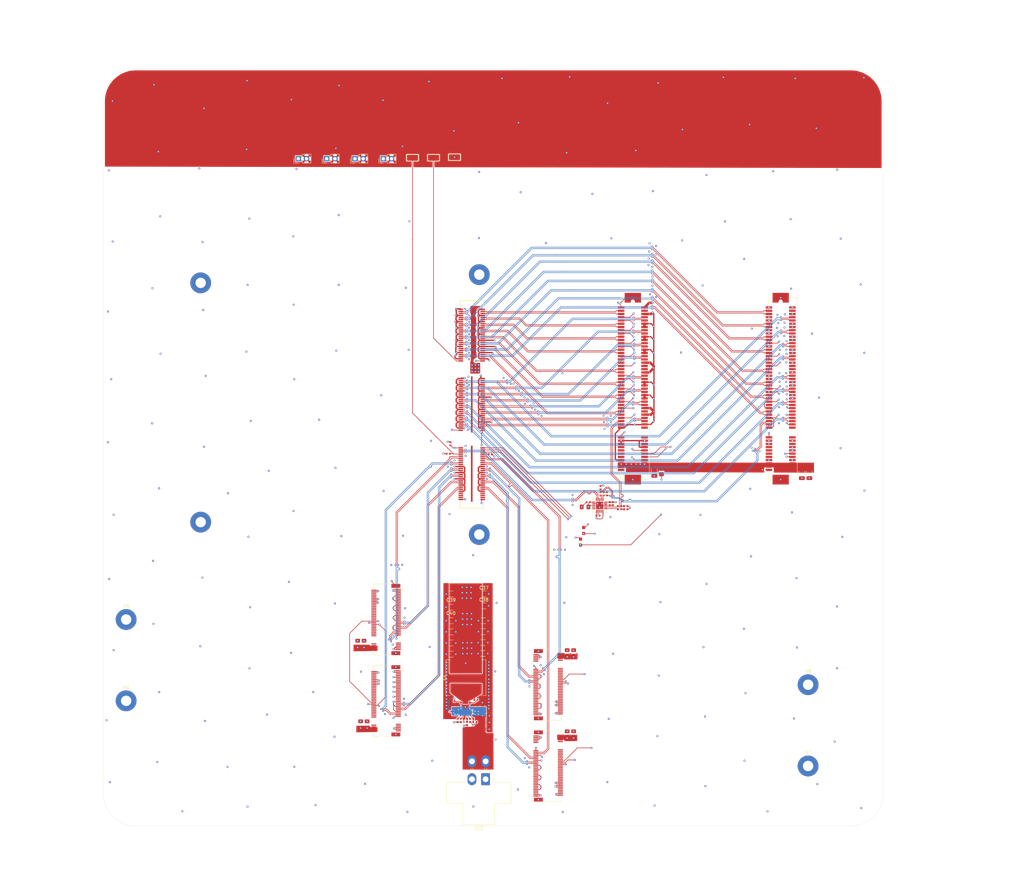
<source format=kicad_pcb>
(kicad_pcb (version 20241229) (generator "pcbnew") (generator_version "9.0")
  (layers (0 "F.Cu" signal) (4 "In1.Cu" power) (6 "In2.Cu" power) (8 "In3.Cu" signal) (10 "In4.Cu" power) (2 "B.Cu" signal) (13 "F.Paste" user) (15 "B.Paste" user) (5 "F.SilkS" user "F.Silkscreen") (7 "B.SilkS" user "B.Silkscreen") (1 "F.Mask" user) (3 "B.Mask" user) (25 "Edge.Cuts" user))
  (net 0 "")
  (net 1 "PEx1_2R_P")
  (net 2 "GND")
  (net 3 "PEx1_0R_N")
  (net 4 "PEx16_0T(11)_N")
  (net 5 "PEx16_0T(8)_N")
  (net 6 "PEx16_0R(2)_N")
  (net 7 "PEx16_0R(6)_P")
  (net 8 "PE_RST#")
  (net 9 "PEx1_1R_N")
  (net 10 "/PCIe 104/SDVO_CLK")
  (net 11 "PEx1_2CLK_P")
  (net 12 "PEx16_0T(3)_N")
  (net 13 "PEx1_3CLK_N")
  (net 14 "PEx16_0T(0)_N")
  (net 15 "PEx16_0R(13)_N")
  (net 16 "PEx16_0R(4)_P")
  (net 17 "PEx16_0T(8)_P")
  (net 18 "+5V")
  (net 20 "/PCIe 104/STK2 {slash} SDVO_DAT")
  (net 21 "PEx1_0CLK_N")
  (net 22 "PEx16_0R(5)_N")
  (net 23 "PEx16_0T(13)_N")
  (net 24 "PEx16_0T(4)_N")
  (net 25 "PEx16_0R(5)_P")
  (net 26 "PEx1_3T_N")
  (net 27 "PEx16_0R(9)_N")
  (net 28 "PEx1_1T_N")
  (net 29 "+3.3V")
  (net 30 "PEx1_2CLK_N")
  (net 31 "+12V")
  (net 32 "PEx16_0R(11)_P")
  (net 33 "PEx16_0T(14)_P")
  (net 34 "PEx16_0T(6)_P")
  (net 35 "PEx16_0T(5)_N")
  (net 36 "PEx16_0R(4)_N")
  (net 37 "PEx1_1T_P")
  (net 38 "PEx16_0R(7)_P")
  (net 39 "PEx16_0T(13)_P")
  (net 40 "PEx16_0R(8)_N")
  (net 41 "PEx16_0T(1)_N")
  (net 42 "PEx16_0R(13)_P")
  (net 43 "PEx16_0T(7)_P")
  (net 44 "PEx1_1CLK_P")
  (net 45 "/PCIe 104/USB_1_N")
  (net 46 "PEx16_0T(9)_P")
  (net 47 "PEx16_0R(15)_N")
  (net 48 "PEx16_0R(1)_P")
  (net 49 "PEx16_0T(7)_N")
  (net 50 "PEx16_0R(6)_N")
  (net 51 "PEx16_0T(5)_P")
  (net 52 "PEx16_0R(9)_P")
  (net 53 "PEx16_0R(0)_P")
  (net 54 "/PCIe 104/USB_0_N")
  (net 55 "/PCIe 104/STK0 {slash} WAKE#")
  (net 56 "PEx16_0R(7)_N")
  (net 57 "SMB_CLK")
  (net 58 "PEx1_3R_N")
  (net 59 "PEx16_0R(14)_P")
  (net 60 "PEx16_0T(15)_N")
  (net 61 "PEx16_0T(1)_P")
  (net 62 "PEx16_0T(0)_P")
  (net 63 "PEx16_0T(2)_P")
  (net 64 "PEx16_0T(3)_P")
  (net 65 "PEx16_0R(12)_N")
  (net 66 "PEx16_0R(12)_P")
  (net 67 "/PCIe 104/USB_1_P")
  (net 68 "PEx16_0R(11)_N")
  (net 69 "PEx16_0T(14)_N")
  (net 70 "PEx16_0T(12)_P")
  (net 71 "PEx16_CLK_P")
  (net 72 "PEx16_0T(12)_N")
  (net 73 "PEx16_0T(4)_P")
  (net 74 "PEx1_3T_P")
  (net 75 "PEx16_0T(10)_N")
  (net 76 "PEx1_0CLK_P")
  (net 77 "PEx16_CLK_N")
  (net 78 "/PCIe 104/USB_0_P")
  (net 79 "PEx16_0T(10)_P")
  (net 80 "PEx1_0T_P")
  (net 81 "PEx1_1CLK_N")
  (net 82 "PEx16_0R(10)_N")
  (net 83 "PEx1_0R_P")
  (net 84 "PEx16_0R(1)_N")
  (net 85 "PEx16_0T(15)_P")
  (net 86 "PEx1_2T_N")
  (net 87 "PEx1_2R_N")
  (net 88 "PEx1_1R_P")
  (net 89 "PEx16_0R(8)_P")
  (net 90 "/PCIe 104/STK1 {slash} PEG_ENA#")
  (net 91 "PEx16_0R(15)_P")
  (net 92 "SMB_DAT")
  (net 93 "PEx16_0T(6)_N")
  (net 94 "/PCIe 104/PSON#")
  (net 95 "PEx16_0T(2)_N")
  (net 96 "PEx16_0R(2)_P")
  (net 97 "PEx1_2T_P")
  (net 98 "PEx16_0R(3)_P")
  (net 99 "Net-(C43-Pad1)")
  (net 100 "PEx16_0R(14)_N")
  (net 101 "/PCIe 104/DIR")
  (net 102 "PEx16_0R(0)_N")
  (net 103 "PEx16_0R(3)_N")
  (net 104 "PEx1_0T_N")
  (net 105 "PEx16_0T(11)_P")
  (net 106 "PEx16_0R(10)_P")
  (net 107 "Net-(U1-OUT1_p)")
  (net 111 "Net-(U1-OUT1_n)")
  (net 112 "Net-(U1-OUT0_n)")
  (net 114 "Net-(U1-OUT0_p)")
  (net 115 "PEx16_0T(9)_N")
  (net 118 "PEx1_3R_P")
  (net 126 "Net-(U2-VCC)")
  (net 134 "Net-(U2-SS)")
  (net 135 "Net-(U2-SW)")
  (net 136 "Net-(U2-BOOT)")
  (net 149 "PEx1_3CLK_P")
  (net 150 "/PCIe 104/USB_OC")
  (net 161 "SMB_ALERT")
  (net 189 "PEx8_REFCLK1_P")
  (net 210 "PEx8_REFCLK1_N")
  (net 275 "PEx8_REFCLK2_P")
  (net 298 "Net-(U2-EN)")
  (net 299 "Net-(U2-PG)")
  (net 300 "Net-(U2-ILIM)")
  (net 301 "Net-(U2-MSEL)")
  (net 302 "Net-(U2-FB)")
  (net 304 "PEx8_REFCLK2_N")
  (footprint "Resistor_SMD:R_0402_1005Metric" (layer "F.Cu") (at 154.364099 222.224995 90)
    (property "Reference" "R15" (hide yes))
    (property "Value" "4.99k" (hide yes))
  )
  (footprint "Capacitor_SMD:C_0805_2012Metric_Pad1.18x1.45mm_HandSolder" (layer "F.Cu") (at 123.589099 198.704995 90)
    (property "Reference" "C27" (hide yes))
    (property "Value" "10uF" (hide yes))
  )
  (footprint "Capacitor_SMD:C_0805_2012Metric_Pad1.18x1.45mm_HandSolder" (layer "F.Cu") (at 163.111641 220.770166)
    (property "Reference" "C9" (hide yes))
    (property "Value" "10uF" (hide yes))
  )
  (footprint "Capacitor_SMD:C_0402_1005Metric" (layer "F.Cu") (at 153.929099 217.949995 90)
    (property "Reference" "C13" (hide yes))
    (property "Value" "100nF" (hide yes))
  )
  (footprint "Resistor_SMD:R_0402_1005Metric" (layer "F.Cu") (at 155.354099 222.219995 90)
    (property "Reference" "R14" (hide yes))
    (property "Value" "8.06k" (hide yes))
  )
  (footprint "Connector_Molex:Molex_Mini-Fit_Jr_5569-04A1_2x02_P4.20mm_Horizontal" (layer "F.Cu") (at 162.969099 240.314995 180)
    (property "Reference" "J12")
    (property "Value" "Conn_02x02_Top_Bottom")
  )
  (footprint "Capacitor_SMD:C_1206_3216Metric" (layer "F.Cu") (at 262.604099 146.139995 -90)
    (property "Reference" "C31" (hide yes))
    (property "Value" "10uF" (hide yes))
  )
  (footprint "Capacitor_SMD:C_1206_3216Metric" (layer "F.Cu") (at 152.289099 187.369995 180)
    (property "Reference" "C40")
    (property "Value" "100uF")
  )
  (footprint "footprints:SAMTEC_ASP-129637-03" (layer "F.Cu") (at 158.699099 124.916495 90)
    (property "Reference" "J1" (hide yes))
    (property "Value" "ASP-129637-03" (hide yes))
  )
  (footprint "Capacitor_SMD:C_0805_2012Metric_Pad1.18x1.45mm_HandSolder" (layer "F.Cu") (at 125.564099 198.712495 90)
    (property "Reference" "C28" (hide yes))
    (property "Value" "10uF" (hide yes))
  )
  (footprint "Capacitor_SMD:C_0402_1005Metric" (layer "F.Cu") (at 194.5127 155.038896 180)
    (property "Reference" "C5" (hide yes))
    (property "Value" "0.1uF" (hide yes))
  )
  (footprint "footprints:TE_1-2199119-5" (layer "F.Cu") (at 132.349099 216.179995 -90)
    (property "Reference" "J7" (hide yes))
    (property "Value" "1-2199119-5" (hide yes))
  )
  (footprint "Capacitor_SMD:C_0805_2012Metric_Pad1.18x1.45mm_HandSolder" (layer "F.Cu") (at 190.054099 201.637807 90)
    (property "Reference" "C26" (hide yes))
    (property "Value" "10uF" (hide yes))
  )
  (footprint "Capacitor_SMD:C_0402_1005Metric" (layer "F.Cu") (at 197.5577 159.123896)
    (property "Reference" "C3" (hide yes))
    (property "Value" "0.1uF" (hide yes))
  )
  (footprint "Capacitor_SMD:C_1206_3216Metric" (layer "F.Cu") (at 162.429099 186.934995)
    (property "Reference" "C38")
    (property "Value" "100uF")
  )
  (footprint "Capacitor_SMD:C_0805_2012Metric_Pad1.18x1.45mm_HandSolder" (layer "F.Cu") (at 188.069099 226.610307 90)
    (property "Reference" "C23" (hide yes))
    (property "Value" "10uF" (hide yes))
  )
  (footprint "Resistor_SMD:R_0603_1608Metric_Pad0.98x0.95mm_HandSolder" (layer "F.Cu") (at 193.139099 163.739995 -90)
    (property "Reference" "R2" (hide yes))
    (property "Value" "R_US" (hide yes))
  )
  (footprint "Capacitor_SMD:C_1206_3216Metric" (layer "F.Cu") (at 162.234099 194.883328)
    (property "Reference" "C33" (hide yes))
    (property "Value" "100uF")
  )
  (footprint "Capacitor_SMD:C_0805_2012Metric_Pad1.18x1.45mm_HandSolder" (layer "F.Cu") (at 188.074099 201.620307 90)
    (property "Reference" "C25" (hide yes))
    (property "Value" "10uF" (hide yes))
  )
  (footprint "Capacitor_SMD:C_0402_1005Metric" (layer "F.Cu") (at 151.45 140.1 180)
    (property "Reference" "C43" (hide yes))
    (property "Value" "0.01uF" (hide yes))
  )
  (footprint "MountingHole:MountingHole_3.2mm_M3_Pad_TopBottom" (layer "F.Cu") (at 52.349099 191.149995)
    (property "Reference" "H5")
    (property "Value" "MountingHole_Pad")
  )
  (footprint "Capacitor_SMD:C_1206_3216Metric" (layer "F.Cu") (at 214.884099 145.449995 -90)
    (property "Reference" "C29" (hide yes))
    (property "Value" "10uF" (hide yes))
  )
  (footprint "Capacitor_SMD:C_0402_1005Metric" (layer "F.Cu") (at 159.999099 215.899995 180)
    (property "Reference" "C16" (hide yes))
    (property "Value" "100nF" (hide yes))
  )
  (footprint "footprints:TE_1-2199119-5" (layer "F.Cu") (at 132.349099 191.149995 -90)
    (property "Reference" "J10" (hide yes))
    (property "Value" "1-2199119-5" (hide yes))
  )
  (footprint "Resistor_SMD:R_0402_1005Metric" (layer "F.Cu") (at 198.339099 150.559995 90)
    (property "Reference" "R10" (hide yes))
    (property "Value" "50" (hide yes))
  )
  (footprint "Capacitor_SMD:C_1206_3216Metric" (layer "F.Cu") (at 152.304099 183.294995 180)
    (property "Reference" "C39")
    (property "Value" "100uF")
  )
  (footprint "Capacitor_SMD:C_1206_3216Metric" (layer "F.Cu") (at 162.159099 201.619995)
    (property "Reference" "C20" (hide yes))
    (property "Value" "100uF")
  )
  (footprint "MountingHole:MountingHole_3.2mm_M3_Pad_TopBottom" (layer "F.Cu") (at 75.294099 161.159995)
    (property "Reference" "H3" (hide yes))
    (property "Value" "MountingHole_Pad")
  )
  (footprint "Capacitor_SMD:C_0402_1005Metric" (layer "F.Cu") (at 152.15 137.05 90)
    (property "Reference" "C42" (hide yes))
    (property "Value" "0.01uF" (hide yes))
  )
  (footprint "Capacitor_SMD:C_0402_1005Metric" (layer "F.Cu") (at 159.479099 217.994995 90)
    (property "Reference" "C7" (hide yes))
    (property "Value" "1uF" (hide yes))
  )
  (footprint "Capacitor_SMD:C_1206_3216Metric" (layer "F.Cu") (at 162.254099 191.514995)
    (property "Reference" "C35" (hide yes))
    (property "Value" "100uF")
  )
  (footprint "TestPoint:TestPoint_Keystone_5015_Micro_Mini" (layer "F.Cu") (at 153.4 48.8 180)
    (property "Reference" "TP2" (hide yes))
    (property "Value" "TestPoint" (hide yes))
  )
  (footprint "Resistor_SMD:R_0402_1005Metric" (layer "F.Cu") (at 157.254099 223.169995 -90)
    (property "Reference" "R16" (hide yes))
    (property "Value" "56.2k" (hide yes))
  )
  (footprint "Capacitor_SMD:C_0402_1005Metric" (layer "F.Cu") (at 164.4 140.25)
    (property "Reference" "C41" (hide yes))
    (property "Value" "0.01uF" (hide yes))
  )
  (footprint "Capacitor_SMD:C_0805_2012Metric_Pad1.18x1.45mm_HandSolder" (layer "F.Cu") (at 217.074099 145.429995 -90)
    (property "Reference" "C30" (hide yes))
    (property "Value" "10uF" (hide yes))
  )
  (footprint "MountingHole:MountingHole_3.2mm_M3_Pad_TopBottom" (layer "F.Cu") (at 262.209099 211.220307)
    (property "Reference" "H8")
    (property "Value" "MountingHole_Pad")
  )
  (footprint "Resistor_SMD:R_0402_1005Metric" (layer "F.Cu") (at 200.274099 152.434995 -90)
    (property "Reference" "R9" (hide yes))
    (property "Value" "50" (hide yes))
  )
  (footprint "Capacitor_SMD:C_0402_1005Metric" (layer "F.Cu") (at 201.1727 155.493896 -90)
    (property "Reference" "C4" (hide yes))
    (property "Value" "0.1uF" (hide yes))
  )
  (footprint "footprints:QFN_264LDG1_MCH" (layer "F.Cu") (at 198.0741 156.013895)
    (property "Reference" "U1" (hide yes))
    (property "Value" "ZL40264LDG1")
  )
  (footprint "footprints:AMPHENOL_10061913-102PLF" (layer "F.Cu") (at 208.274099 133.419995 90)
    (property "Reference" "J6" (hide yes))
    (property "Value" "10061913-102PLF" (hide yes))
  )
  (footprint "TestPoint:TestPoint_Keystone_5015_Micro_Mini" (layer "F.Cu") (at 140.473184 48.97959 180)
    (property "Reference" "TP1" (hide yes))
    (property "Value" "PWRGOOD" (hide yes))
  )
  (footprint "Resistor_SMD:R_0402_1005Metric" (layer "F.Cu") (at 198.354099 152.439995 90)
    (property "Reference" "R3" (hide yes))
    (property "Value" "33" (hide yes))
  )
  (footprint "Resistor_SMD:R_0402_1005Metric" (layer "F.Cu") (at 153.139099 219.459995 180)
    (property "Reference" "R13" (hide yes))
    (property "Value" "10k" (hide yes))
  )
  (footprint "Resistor_SMD:R_0402_1005Metric" (layer "F.Cu") (at 159.674099 222.679995)
    (property "Reference" "R12" (hide yes))
    (property "Value" "100k" (hide yes))
  )
  (footprint "Capacitor_SMD:C_1206_3216Metric" (layer "F.Cu") (at 152.329099 198.384995 180)
    (property "Reference" "C18" (hide yes))
    (property "Value" "100uF")
  )
  (footprint "Capacitor_SMD:C_0805_2012Metric_Pad1.18x1.45mm_HandSolder" (layer "F.Cu") (at 193.5777 156.488896 180)
    (property "Reference" "C1" (hide yes))
    (property "Value" "10uF" (hide yes))
  )
  (footprint "Connector_PinHeader_2.54mm:PinHeader_1x02_P2.54mm_Vertical" (layer "F.Cu") (at 122.773184 49.25959 90)
    (property "Reference" "J5" (hide yes))
    (property "Value" "Conn_01x02_Pin" (hide yes))
  )
  (footprint "Capacitor_SMD:C_1206_3216Metric" (layer "F.Cu") (at 162.469099 183.254995)
    (property "Reference" "C37")
    (property "Value" "100uF")
  )
  (footprint "footprints:AMPHENOL_10061913-102PLF" (layer "F.Cu") (at 253.774099 133.419995 90)
    (property "Reference" "J2" (hide yes))
    (property "Value" "10061913-102PLF")
  )
  (footprint "Capacitor_SMD:C_0402_1005Metric" (layer "F.Cu") (at 152.964099 217.949995 90)
    (property "Reference" "C12" (hide yes))
    (property "Value" "1uF" (hide yes))
  )
  (footprint "Capacitor_SMD:C_0402_1005Metric" (layer "F.Cu") (at 158.199099 222.204995 -90)
    (property "Reference" "C15" (hide yes))
    (property "Value" "68nF")
  )
  (footprint "Capacitor_SMD:C_1206_3216Metric" (layer "F.Cu") (at 152.329099 194.946661 180)
    (property "Reference" "C34" (hide yes))
    (property "Value" "100uF")
  )
  (footprint "footprints:TE_1-2199119-5" (layer "F.Cu") (at 182.209099 211.220307 90)
    (property "Reference" "J9" (hide yes))
    (property "Value" "1-2199119-5" (hide yes))
  )
  (footprint "MountingHole:MountingHole_3.2mm_M3_Pad_TopBottom" (layer "F.Cu") (at 161.019099 164.969995)
    (property "Reference" "H4" (hide yes))
    (property "Value" "MountingHole_Pad" (hide yes))
  )
  (footprint "Resistor_SMD:R_0603_1608Metric_Pad0.98x0.95mm_HandSolder" (layer "F.Cu") (at 192.184099 167.307495 -90)
    (property "Reference" "R1" (hide yes))
    (property "Value" "R_US" (hide yes))
  )
  (footprint "Resistor_SMD:R_0402_1005Metric" (layer "F.Cu") (at 159.669099 221.709995 180)
    (property "Reference" "R11" (hide yes))
    (property "Value" "205k" (hide yes))
  )
  (footprint "MountingHole:MountingHole_3.2mm_M3_Pad_TopBottom" (layer "F.Cu") (at 52.349099 216.179995)
    (property "Reference" "H6")
    (property "Value" "MountingHole_Pad")
  )
  (footprint "Resistor_SMD:R_0402_1005Metric" (layer "F.Cu") (at 204.219099 157.189995)
    (property "Reference" "R6" (hide yes))
    (property "Value" "33" (hide yes))
  )
  (footprint "Capacitor_SMD:C_0402_1005Metric" (layer "F.Cu") (at 160.429099 217.994995 90)
    (property "Reference" "C8" (hide yes))
    (property "Value" "100nF" (hide yes))
  )
  (footprint "Capacitor_SMD:C_0805_2012Metric_Pad1.18x1.45mm_HandSolder" (layer "F.Cu") (at 124.504099 223.529995 90)
    (property "Reference" "C21" (hide yes))
    (property "Value" "10uF" (hide yes))
  )
  (footprint "Resistor_SMD:R_0402_1005Metric" (layer "F.Cu") (at 204.164099 156.244995)
    (property "Reference" "R5" (hide yes))
    (property "Value" "33" (hide yes))
  )
  (footprint "Capacitor_SMD:C_1206_3216Metric" (layer "F.Cu") (at 152.329099 201.823328 180)
    (property "Reference" "C17" (hide yes))
    (property "Value" "100uF")
  )
  (footprint "Capacitor_SMD:C_1206_3216Metric" (layer "F.Cu") (at 162.159099 198.251662)
    (property "Reference" "C19" (hide yes))
    (property "Value" "100uF")
  )
  (footprint "Capacitor_SMD:C_1206_3216Metric" (layer "F.Cu") (at 152.329099 191.508328 180)
    (property "Reference" "C36" (hide yes))
    (property "Value" "100uF")
  )
  (footprint "Connector_PinHeader_2.54mm:PinHeader_1x02_P2.54mm_Vertical" (layer "F.Cu") (at 131.498184 49.25959 90)
    (property "Reference" "J4" (hide yes))
    (property "Value" "Conn_01x02_Pin" (hide yes))
  )
  (footprint "Capacitor_SMD:C_0402_1005Metric" (layer "F.Cu") (at 202.1127 155.473896 -90)
    (property "Reference" "C2" (hide yes))
    (property "Value" "1uF" (hide yes))
  )
  (footprint "Capacitor_SMD:C_0805_2012Metric_Pad1.18x1.45mm_HandSolder" (layer "F.Cu") (at 163.099099 224.929995)
    (property "Reference" "C10" (hide yes))
    (property "Value" "10uF" (hide yes))
  )
  (footprint "Resistor_SMD:R_0402_1005Metric" (layer "F.Cu") (at 206.099099 157.214995)
    (property "Reference" "R7" (hide yes))
    (property "Value" "50" (hide yes))
  )
  (footprint "Capacitor_SMD:C_0402_1005Metric" (layer "F.Cu") (at 152.899099 216.339995 180)
    (property "Reference" "C14" (hide yes))
    (property "Value" "2.2uF" (hide yes))
  )
  (footprint "Capacitor_SMD:C_0805_2012Metric_Pad1.18x1.45mm_HandSolder" (layer "F.Cu") (at 126.494099 223.534995 90)
    (property "Reference" "C22" (hide yes))
    (property "Value" "10uF" (hide yes))
  )
  (footprint "Connector_PinHeader_2.54mm:PinHeader_1x02_P2.54mm_Vertical" (layer "F.Cu") (at 114.048184 49.25959 90)
    (property "Reference" "J3" (hide yes))
    (property "Value" "Conn_01x02_Pin" (hide yes))
  )
  (footprint "footprints:TE_1-2199119-5" (layer "F.Cu") (at 182.209099 236.250307 90)
    (property "Reference" "J8" (hide yes))
    (property "Value" "1-2199119-5")
  )
  (footprint "TestPoint:TestPoint_Keystone_5015_Micro_Mini" (layer "F.Cu") (at 146.936592 48.97959 180)
    (property "Reference" "TP3" (hide yes))
    (property "Value" "TestPoint" (hide yes))
  )
  (footprint "Capacitor_SMD:C_0805_2012Metric_Pad1.18x1.45mm_HandSolder" (layer "F.Cu") (at 161.974099 217.787495 90)
    (property "Reference" "C6" (hide yes))
    (property "Value" "10uF" (hide yes))
  )
  (footprint "Inductor_SMD:L_Coilcraft_XAL1010-XXX" (layer "F.Cu") (at 156.919099 209.054995 90)
    (property "Reference" "L1")
    (property "Value" "260nH")
  )
  (footprint "Capacitor_SMD:C_0805_2012Metric_Pad1.18x1.45mm_HandSolder" (layer "F.Cu") (at 163.109099 222.819995)
    (property "Reference" "C11" (hide yes))
    (property "Value" "10uF" (hide yes))
  )
  (footprint "Capacitor_SMD:C_0805_2012Metric_Pad1.18x1.45mm_HandSolder" (layer "F.Cu") (at 190.049099 226.605307 90)
    (property "Reference" "C24" (hide yes))
    (property "Value" "10uF" (hide yes))
  )
  (footprint "Resistor_SMD:R_0402_1005Metric" (layer "F.Cu") (at 206.079099 156.244995)
    (property "Reference" "R8" (hide yes))
    (property "Value" "50" (hide yes))
  )
  (footprint "footprints:RZR0016A-MFG" (layer "F.Cu") (at 156.7341 218.394994 180)
    (property "Reference" "U2" (hide yes))
    (property "Value" "TPS54KB21RZRR")
  )
  (footprint "MountingHole:MountingHole_3.2mm_M3_Pad_TopBottom" (layer "F.Cu") (at 161.019099 84.959995)
    (property "Reference" "H2" (hide yes))
    (property "Value" "MountingHole_Pad")
  )
  (footprint "Capacitor_SMD:C_1206_3216Metric" (layer "F.Cu") (at 260.284099 146.149995 -90)
    (property "Reference" "C32" (hide yes))
    (property "Value" "10uF" (hide yes))
  )
  (footprint "MountingHole:MountingHole_3.2mm_M3_Pad_TopBottom" (layer "F.Cu") (at 75.294099 87.499995)
    (property "Reference" "H1" (hide yes))
    (property "Value" "MountingHole_Pad")
  )
  (footprint "Connector_PinHeader_2.54mm:PinHeader_1x02_P2.54mm_Vertical" (layer "F.Cu") (at 105.323184 49.25959 90)
    (property "Reference" "J11" (hide yes))
    (property "Value" "Conn_01x02_Pin" (hide yes))
  )
  (footprint "MountingHole:MountingHole_3.2mm_M3_Pad_TopBottom" (layer "F.Cu") (at 262.209099 236.250307)
    (property "Reference" "H7")
    (property "Value" "MountingHole_Pad")
  )
  (footprint "Resistor_SMD:R_0402_1005Metric" (layer "F.Cu") (at 199.294099 152.434995 90)
    (property "Reference" "R4" (hide yes))
    (property "Value" "33" (hide yes))
  )
  (footprint "Resistor_SMD:R_0402_1005Metric" (layer "F.Cu") (at 156.769099 221.744995)
    (property "Reference" "R17" (hide yes))
    (property "Value" "10k" (hide yes))
  )
  (gr_arc (start 275.324099 21.561063) (mid 282.395167 24.489995) (end 285.324099 31.561063) (stroke (width 0.05)) (layer "Edge.Cuts"))
  (gr_arc (start 45.324099 31.561063) (mid 48.253031 24.489995) (end 55.324099 21.561063) (stroke (width 0.05)) (layer "Edge.Cuts"))
  (gr_arc (start 55.324099 254.718927) (mid 48.253031 251.789995) (end 45.324099 244.718927) (stroke (width 0.05)) (layer "Edge.Cuts"))
  (gr_line (start 45.324099 31.561063) (end 45.324099 244.718927) (stroke (width 0.05)) (layer "Edge.Cuts"))
  (gr_line (start 275.324099 254.718895) (end 55.324099 254.718895) (stroke (width 0.05)) (layer "Edge.Cuts"))
  (gr_line (start 285.324099 244.718928) (end 285.324099 31.561065) (stroke (width 0.05)) (layer "Edge.Cuts"))
  (gr_line (start 55.324099 21.561063) (end 275.324099 21.561063) (stroke (width 0.05)) (layer "Edge.Cuts"))
  (gr_arc (start 285.324099 244.718927) (mid 282.395167 251.789995) (end 275.324099 254.718927) (stroke (width 0.05)) (layer "Edge.Cuts"))
  (segment (start 177.146054 210.425302) (end 176.634096 210.405299) (width 0.1786) (layer "F.Cu") (net 1))
  (segment (start 176.434099 210.605307) (end 176.634096 210.405299) (width 0.1786) (layer "F.Cu") (net 1))
  (segment (start 177.146054 210.425302) (end 177.766421 210.445307) (width 0.1786) (layer "F.Cu") (net 1))
  (segment (start 164.324099 145.407495) (end 164.124099 145.207496) (width 0.1786) (layer "F.Cu") (net 1))
  (segment (start 164.124099 145.207496) (end 162.222004 145.207496) (width 0.1786) (layer "F.Cu") (net 1))
  (via (at 176.434099 210.605307) (size 0.6) (drill 0.3) (layers "F.Cu" "B.Cu") (net 1))
  (via (at 164.324099 145.407495) (size 0.6) (drill 0.3) (layers "F.Cu" "B.Cu") (net 1))
  (segment (start 173.069095 153.938894) (end 173.069091 208.383507) (width 0.1786) (layer "B.Cu") (net 1))
  (segment (start 164.537706 145.407483) (end 173.069095 153.938894) (width 0.1786) (layer "B.Cu") (net 1))
  (segment (start 176.234101 210.405305) (end 175.090909 210.405292) (width 0.1786) (layer "B.Cu") (net 1))
  (segment (start 164.537706 145.407483) (end 164.324099 145.407495) (width 0.1786) (layer "B.Cu") (net 1))
  (segment (start 175.090909 210.405292) (end 173.069091 208.383507) (width 0.1786) (layer "B.Cu") (net 1))
  (segment (start 176.434099 210.605307) (end 176.234101 210.405305) (width 0.1786) (layer "B.Cu") (net 1))
  (segment (start 135.004099 189.899995) (end 136.124099 189.899995) (width 0.2) (layer "F.Cu") (net 2))
  (segment (start 160.724099 108.509995) (end 160.724099 107.540995) (width 0.4) (layer "F.Cu") (net 2))
  (segment (start 153.976099 101.357995) (end 154.462099 101.357995) (width 0.4) (layer "F.Cu") (net 2))
  (segment (start 248.744099 125.639995) (end 248.744099 124.539995) (width 0.2) (layer "F.Cu") (net 2))
  (segment (start 158.224099 222.714995) (end 159.194099 223.684995) (width 0.1786) (layer "F.Cu") (net 2))
  (segment (start 214.714099 109.009995) (end 214.714099 105.034995) (width 0.4) (layer "F.Cu") (net 2))
  (segment (start 179.494099 227.000307) (end 179.984099 227.490307) (width 0.2) (layer "F.Cu") (net 2))
  (segment (start 214.714099 105.034995) (end 213.749099 104.069995) (width 0.4) (layer "F.Cu") (net 2))
  (segment (start 155.306099 107.044995) (end 155.334099 107.072995) (width 0.4) (layer "F.Cu") (net 2))
  (segment (start 178.434099 207.970307) (end 179.589099 207.970307) (width 0.2) (layer "F.Cu") (net 2))
  (segment (start 214.774099 130.184995) (end 214.774099 130.079995) (width 0.4) (layer "F.Cu") (net 2))
  (segment (start 207.554099 120.069995) (end 204.674099 120.069995) (width 0.1786) (layer "F.Cu") (net 2))
  (segment (start 153.469099 147.839995) (end 155.334099 147.839995) (width 0.4) (layer "F.Cu") (net 2))
  (segment (start 156.559099 148.109995) (end 156.289099 147.839995) (width 0.4) (layer "F.Cu") (net 2))
  (segment (start 178.434099 240.500307) (end 179.649099 240.500307) (width 0.2) (layer "F.Cu") (net 2))
  (segment (start 153.964099 120.290995) (end 153.964099 119.381995) (width 0.4) (layer "F.Cu") (net 2))
  (segment (start 208.444099 115.004995) (end 207.379099 116.069995) (width 0.1786) (layer "F.Cu") (net 2))
  (segment (start 252.804099 106.069995) (end 253.299099 105.574995) (width 0.1786) (layer "F.Cu") (net 2))
  (segment (start 164.688099 130.313995) (end 164.739099 130.364995) (width 0.4) (layer "F.Cu") (net 2))
  (segment (start 161.192099 99.452995) (end 162.064099 99.452995) (width 0.4) (layer "F.Cu") (net 2))
  (segment (start 179.939099 239.750307) (end 179.939099 239.465307) (width 0.2) (layer "F.Cu") (net 2))
  (segment (start 179.809099 215.070307) (end 179.809099 214.680307) (width 0.2) (layer "F.Cu") (net 2))
  (segment (start 257.374099 131.069995) (end 256.089099 131.069995) (width 0.2) (layer "F.Cu") (net 2))
  (segment (start 161.124099 151.649995) (end 162.064099 151.649995) (width 0.4) (layer "F.Cu") (net 2))
  (segment (start 161.063099 97.418995) (end 160.764099 97.119995) (width 0.4) (layer "F.Cu") (net 2))
  (segment (start 179.844099 220.470307) (end 180.044099 220.270307) (width 0.2) (layer "F.Cu") (net 2))
  (segment (start 164.9209 108.977995) (end 165.159099 109.216194) (width 0.4) (layer "F.Cu") (net 2))
  (segment (start 160.824099 123.061995) (end 161.192099 122.693995) (width 0.4) (layer "F.Cu") (net 2))
  (segment (start 134.639099 182.399995) (end 134.454099 182.214995) (width 0.2) (layer "F.Cu") (net 2))
  (segment (start 203.754099 93.574995) (end 204.674099 94.494995) (width 0.1786) (layer "F.Cu") (net 2))
  (segment (start 161.192099 126.503995) (end 161.063099 126.374995) (width 0.4) (layer "F.Cu") (net 2))
  (segment (start 153.899099 127.066995) (end 154.462099 126.503995) (width 0.4) (layer "F.Cu") (net 2))
  (segment (start 156.394099 118.904995) (end 155.355099 118.904995) (width 0.4) (layer "F.Cu") (net 2))
  (segment (start 179.854099 216.970307) (end 180.064099 217.180307) (width 0.2) (layer "F.Cu") (net 2))
  (segment (start 154.462099 132.218995) (end 153.939099 131.695995) (width 0.4) (layer "F.Cu") (net 2))
  (segment (start 204.674099 126.069995) (end 208.444099 126.069995) (width 0.1786) (layer "F.Cu") (net 2))
  (segment (start 204.674099 103.069995) (end 207.439099 103.069995) (width 0.1786) (layer "F.Cu") (net 2))
  (segment (start 206.551099 131.144995) (end 205.626099 132.069995) (width 0.4) (layer "F.Cu") (net 2))
  (segment (start 154.462099 122.693995) (end 155.334099 122.693995) (width 0.4) (layer "F.Cu") (net 2))
  (segment (start 179.409099 213.970307) (end 179.809099 214.370307) (width 0.2) (layer "F.Cu") (net 2))
  (segment (start 136.124099 206.929995) (end 134.939099 206.929995) (width 0.2) (layer "F.Cu") (net 2))
  (segment (start 178.434099 218.470307) (end 179.819099 218.470307) (width 0.2) (layer "F.Cu") (net 2))
  (segment (start 179.944099 243.185307) (end 179.944099 242.800307) (width 0.2) (layer "F.Cu") (net 2))
  (segment (start 161.175099 103.279995) (end 161.192099 103.262995) (width 0.4) (layer "F.Cu") (net 2))
  (segment (start 214.714099 104.769995) (end 214.714099 100.859995) (width 0.4) (layer "F.Cu") (net 2))
  (segment (start 211.874099 105.069995) (end 211.874099 104.069995) (width 0.762) (layer "F.Cu") (net 2))
  (segment (start 178.434099 219.970307) (end 179.744099 219.970307) (width 0.2) (layer "F.Cu") (net 2))
  (segment (start 178.434099 230.695307) (end 178.459099 230.670307) (width 0.1786) (layer "F.Cu") (net 2))
  (segment (start 154.462099 103.262995) (end 153.919099 103.805995) (width 0.4) (layer "F.Cu") (net 2))
  (segment (start 134.934099 188.399995) (end 134.579099 188.044995) (width 0.2) (layer "F.Cu") (net 2))
  (segment (start 250.174099 124.069995) (end 252.519099 124.069995) (width 0.2) (layer "F.Cu") (net 2))
  (segment (start 211.874099 118.069995) (end 211.874099 119.069995) (width 0.762) (layer "F.Cu") (net 2))
  (segment (start 153.889099 100.025995) (end 154.462099 99.452995) (width 0.4) (layer "F.Cu") (net 2))
  (segment (start 160.849099 109.320995) (end 161.192099 108.977995) (width 0.4) (layer "F.Cu") (net 2))
  (segment (start 153.779099 97.539995) (end 153.787099 97.547995) (width 0.4) (layer "F.Cu") (net 2))
  (segment (start 179.209099 201.970307) (end 179.929099 202.690307) (width 0.2) (layer "F.Cu") (net 2))
  (segment (start 214.774099 118.904995) (end 213.939099 118.069995) (width 0.4) (layer "F.Cu") (net 2))
  (segment (start 156.529099 116.839995) (end 155.473099 116.839995) (width 0.4) (layer "F.Cu") (net 2))
  (segment (start 179.629099 243.500307) (end 179.944099 243.185307) (width 0.2) (layer "F.Cu") (net 2))
  (segment (start 160.794099 120.390995) (end 160.794099 119.281995) (width 0.4) (layer "F.Cu") (net 2))
  (segment (start 153.454099 145.934995) (end 153.424099 145.964995) (width 0.4) (layer "F.Cu") (net 2))
  (segment (start 153.804099 107.599995) (end 153.804099 108.799995) (width 0.4) (layer "F.Cu") (net 2))
  (segment (start 179.859099 233.000307) (end 178.434099 233.000307) (width 0.1786) (layer "F.Cu") (net 2))
  (segment (start 153.939099 125.121995) (end 154.462099 124.598995) (width 0.4) (layer "F.Cu") (net 2))
  (segment (start 161.192099 107.072995) (end 165.8459 107.072995) (width 0.4) (layer "F.Cu") (net 2))
  (segment (start 136.124099 182.399995) (end 134.639099 182.399995) (width 0.2) (layer "F.Cu") (net 2))
  (segment (start 134.939099 206.929995) (end 134.689099 207.179995) (width 0.2) (layer "F.Cu") (net 2))
  (segment (start 153.344099 222.734995) (end 153.274099 222.804995) (width 0.1786) (layer "F.Cu") (net 2))
  (segment (start 161.138099 132.218995) (end 160.834099 131.914995) (width 0.4) (layer "F.Cu") (net 2))
  (segment (start 161.192099 105.167995) (end 160.774099 104.749995) (width 0.4) (layer "F.Cu") (net 2))
  (segment (start 155.473099 116.839995) (end 155.334099 116.978995) (width 0.4) (layer "F.Cu") (net 2))
  (segment (start 156.289099 147.839995) (end 155.334099 147.839995) (width 0.4) (layer "F.Cu") (net 2))
  (segment (start 153.969099 97.054995) (end 154.462099 97.547995) (width 0.4) (layer "F.Cu") (net 2))
  (segment (start 179.649099 202.970307) (end 179.929099 202.690307) (width 0.2) (layer "F.Cu") (net 2))
  (segment (start 205.626099 132.069995) (end 204.674099 132.069995) (width 0.4) (layer "F.Cu") (net 2))
  (segment (start 165.8459 107.072995) (end 166.084099 107.311194) (width 0.4) (layer "F.Cu") (net 2))
  (segment (start 156.379099 122.689995) (end 155.338099 122.689995) (width 0.4) (layer "F.Cu") (net 2))
  (segment (start 204.599099 93.574995) (end 206.104099 92.069995) (width 0.1786) (layer "F.Cu") (net 2))
  (segment (start 211.799099 131.144995) (end 206.551099 131.144995) (width 0.4) (layer "F.Cu") (net 2))
  (segment (start 153.859099 106.489995) (end 153.869099 106.479995) (width 0.4) (layer "F.Cu") (net 2))
  (segment (start 178.434099 237.500307) (end 179.409099 237.500307) (width 0.2) (layer "F.Cu") (net 2))
  (segment (start 206.609099 157.214995) (end 206.894099 157.214995) (width 0.1786) (layer "F.Cu") (net 2))
  (segment (start 214.714099 113.704995) (end 214.714099 109.144995) (width 0.4) (layer "F.Cu") (net 2))
  (segment (start 180.369099 233.510307) (end 179.859099 233.000307) (width 0.1786) (layer "F.Cu") (net 2))
  (segment (start 179.809099 214.370307) (end 179.809099 214.680307) (width 0.2) (layer "F.Cu") (net 2))
  (segment (start 160.661099 97.547995) (end 161.192099 97.547995) (width 0.4) (layer "F.Cu") (net 2))
  (segment (start 197.574101 158.660297) (end 197.574101 157.829995) (width 0.1786) (layer "F.Cu") (net 2))
  (segment (start 162.083099 122.674995) (end 162.064099 122.693995) (width 0.4) (layer "F.Cu") (net 2))
  (segment (start 160.834099 130.313995) (end 162.064099 130.313995) (width 0.4) (layer "F.Cu") (net 2))
  (segment (start 153.874099 96.040995) (end 153.969099 96.135995) (width 0.4) (layer "F.Cu") (net 2))
  (segment (start 207.379099 98.069995) (end 208.519099 96.929995) (width 0.1786) (layer "F.Cu") (net 2))
  (segment (start 204.674099 117.069995) (end 207.434099 117.069995) (width 0.1786) (layer "F.Cu") (net 2))
  (segment (start 150 140.05) (end 150.92 140.05) (width 0.2) (layer "F.Cu") (net 2))
  (segment (start 154.462099 101.357995) (end 153.889099 100.784995) (width 0.4) (layer "F.Cu") (net 2))
  (segment (start 156.206099 144.029995) (end 155.334099 144.029995) (width 0.4) (layer "F.Cu") (net 2))
  (segment (start 179.939099 239.465307) (end 179.474099 239.000307) (width 0.2) (layer "F.Cu") (net 2))
  (segment (start 161.192099 110.882995) (end 160.849099 110.539995) (width 0.4) (layer "F.Cu") (net 2))
  (segment (start 214.714099 100.859995) (end 213.924099 100.069995) (width 0.4) (layer "F.Cu") (net 2))
  (segment (start 250.174099 113.069995) (end 252.509099 113.069995) (width 0.1786) (layer "F.Cu") (net 2))
  (segment (start 178.434099 227.000307) (end 179.494099 227.000307) (width 0.2) (layer "F.Cu") (net 2))
  (segment (start 179.819099 218.470307) (end 180.064099 218.225307) (width 0.2) (layer "F.Cu") (net 2))
  (segment (start 214.774099 130.079995) (end 214.774099 127.124995) (width 0.4) (layer "F.Cu") (net 2))
  (segment (start 156.4841 221.519994) (end 156.259099 221.744995) (width 0.1786) (layer "F.Cu") (net 2))
  (segment (start 156.206099 147.839995) (end 156.569099 147.476995) (width 0.4) (layer "F.Cu") (net 2))
  (segment (start 135.049099 191.399995) (end 134.634099 190.984995) (width 0.2) (layer "F.Cu") (net 2))
  (segment (start 153.859099 107.044995) (end 155.306099 107.044995) (width 0.4) (layer "F.Cu") (net 2))
  (segment (start 179.409099 210.970307) (end 179.774099 211.335307) (width 0.2) (layer "F.Cu") (net 2))
  (segment (start 178.434099 245.500307) (end 179.649099 245.500307) (width 0.2) (layer "F.Cu") (net 2))
  (segment (start 156.254099 145.934995) (end 156.514099 145.674995) (width 0.4) (layer "F.Cu") (net 2))
  (segment (start 252.719099 121.069995) (end 253.294099 121.644995) (width 0.1786) (layer "F.Cu") (net 2))
  (segment (start 134.769099 181.899995) (end 134.454099 182.214995) (width 0.2) (layer "F.Cu") (net 2))
  (segment (start 178.434099 209.470307) (end 179.434099 209.470307) (width 0.2) (layer "F.Cu") (net 2))
  (segment (start 154.462099 128.408995) (end 153.899099 127.845995) (width 0.4) (layer "F.Cu") (net 2))
  (segment (start 164.544099 122.674995) (end 162.083099 122.674995) (width 0.4) (layer "F.Cu") (net 2))
  (segment (start 160.729099 147.494995) (end 161.074099 147.839995) (width 0.4) (layer "F.Cu") (net 2))
  (segment (start 214.714099 113.147995) (end 214.714099 113.704995) (width 0.762) (layer "F.Cu") (net 2))
  (segment (start 200.274099 152.944995) (end 201.209099 152.944995) (width 0.1786) (layer "F.Cu") (net 2))
  (segment (start 161.192099 120.788995) (end 160.744099 121.236995) (width 0.4) (layer "F.Cu") (net 2))
  (segment (start 134.999099 199.899995) (end 134.599099 200.299995) (width 0.2) (layer "F.Cu") (net 2))
  (segment (start 161.063099 124.727995) (end 161.192099 124.598995) (width 0.4) (layer "F.Cu") (net 2))
  (segment (start 160.744099 121.236995) (end 160.744099 122.245995) (width 0.4) (layer "F.Cu") (net 2))
  (segment (start 161.192099 128.408995) (end 162.064099 128.408995) (width 0.4) (layer "F.Cu") (net 2))
  (segment (start 179.409099 215.470307) (end 179.809099 215.070307) (width 0.2) (layer "F.Cu") (net 2))
  (segment (start 179.939099 240.210307) (end 179.939099 239.750307) (width 0.2) (layer "F.Cu") (net 2))
  (segment (start 135.554099 197.019995) (end 135.554099 196.469995) (width 0.2) (layer "F.Cu") (net 2))
  (segment (start 134.649099 214.924995) (end 136.119099 214.924995) (width 0.2) (layer "F.Cu") (net 2))
  (segment (start 160.654099 101.279995) (end 160.789099 101.144995) (width 0.4) (layer "F.Cu") (net 2))
  (segment (start 135.149099 217.929995) (end 134.649099 217.429995) (width 0.2) (layer "F.Cu") (net 2))
  (segment (start 161.192099 120.788995) (end 160.794099 120.390995) (width 0.4) (layer "F.Cu") (net 2))
  (segment (start 154.462099 116.978995) (end 155.334099 116.978995) (width 0.4) (layer "F.Cu") (net 2))
  (segment (start 156.410099 120.788995) (end 156.429099 120.769995) (width 0.4) (layer "F.Cu") (net 2))
  (segment (start 153.964099 101.369995) (end 153.976099 101.357995) (width 0.4) (layer "F.Cu") (net 2))
  (segment (start 134.634099 190.984995) (end 134.634099 190.644995) (width 0.2) (layer "F.Cu") (net 2))
  (segment (start 201.1727 155.973896) (end 199.930199 155.973896) (width 0.1786) (layer "F.Cu") (net 2))
  (segment (start 178.434099 236.000307) (end 179.529099 236.000307) (width 0.2) (layer "F.Cu") (net 2))
  (segment (start 214.724099 130.134995) (end 214.774099 130.184995) (width 0.4) (layer "F.Cu") (net 2))
  (segment (start 155.334099 149.744995) (end 156.206099 149.744995) (width 0.4) (layer "F.Cu") (net 2))
  (segment (start 153.821099 105.167995) (end 153.814099 105.174995) (width 0.4) (layer "F.Cu") (net 2))
  (segment (start 156.514099 145.674995) (end 156.514099 144.337995) (width 0.4) (layer "F.Cu") (net 2))
  (segment (start 163.209099 145.939995) (end 163.179099 145.909995) (width 0.1786) (layer "F.Cu") (net 2))
  (segment (start 160.184099 222.694995) (end 159.194099 223.684995) (width 0.1786) (layer "F.Cu") (net 2))
  (segment (start 156.394099 128.399995) (end 155.343099 128.399995) (width 0.2) (layer "F.Cu") (net 2))
  (segment (start 136.124099 217.929995) (end 135.149099 217.929995) (width 0.2) (layer "F.Cu") (net 2))
  (segment (start 178.434099 227.500307) (end 179.974099 227.500307) (width 0.2) (layer "F.Cu") (net 2))
  (segment (start 154.462099 120.788995) (end 153.954099 121.296995) (width 0.4) (layer "F.Cu") (net 2))
  (segment (start 213.969099 97.069995) (end 211.874099 97.069995) (width 0.762) (layer "F.Cu") (net 2))
  (segment (start 160.779099 148.252995) (end 160.779099 149.331995) (width 0.4) (layer "F.Cu") (net 2))
  (segment (start 154.364099 222.734995) (end 153.344099 222.734995) (width 0.1786) (layer "F.Cu") (net 2))
  (segment (start 204.674099 142.069995) (end 203.249099 142.069995) (width 0.4) (layer "F.Cu") (net 2))
  (segment (start 153.924099 129.775995) (end 153.924099 128.946995) (width 0.4) (layer "F.Cu") (net 2))
  (segment (start 178.434099 242.000307) (end 179.589099 242.000307) (width 0.2) (layer "F.Cu") (net 2))
  (segment (start 153.899099 127.845995) (end 153.899099 127.066995) (width 0.4) (layer "F.Cu") (net 2))
  (segment (start 163.154099 145.934995) (end 162.064099 145.934995) (width 0.1786) (layer "F.Cu") (net 2))
  (segment (start 155.334099 145.934995) (end 156.254099 145.934995) (width 0.4) (layer "F.Cu") (net 2))
  (segment (start 211.874099 128.069995) (end 213.829099 128.069995) (width 0.762) (layer "F.Cu") (net 2))
  (segment (start 160.744099 122.245995) (end 161.192099 122.693995) (width 0.4) (layer "F.Cu") (net 2))
  (segment (start 155.355099 118.904995) (end 155.334099 118.883995) (width 0.4) (layer "F.Cu") (net 2))
  (segment (start 217.129099 148.074995) (end 217.139099 148.064995) (width 0.1786) (layer "F.Cu") (net 2))
  (segment (start 178.434099 210.970307) (end 179.409099 210.970307) (width 0.2) (layer "F.Cu") (net 2))
  (segment (start 153.889099 100.784995) (end 153.889099 100.025995) (width 0.4) (layer "F.Cu") (net 2))
  (segment (start 162.064099 130.313995) (end 164.688099 130.313995) (width 0.4) (layer "F.Cu") (net 2))
  (segment (start 162.064099 132.218995) (end 161.138099 132.218995) (width 0.4) (layer "F.Cu") (net 2))
  (segment (start 135.499099 199.399995) (end 134.599099 200.299995) (width 0.2) (layer "F.Cu") (net 2))
  (segment (start 201.209099 152.944995) (end 201.314099 153.049995) (width 0.1786) (layer "F.Cu") (net 2))
  (segment (start 136.124099 181.899995) (end 134.769099 181.899995) (width 0.2) (layer "F.Cu") (net 2))
  (segment (start 255.594099 128.149995) (end 257.294099 128.149995) (width 0.2) (layer "F.Cu") (net 2))
  (segment (start 153.979099 117.461995) (end 154.462099 116.978995) (width 0.4) (layer "F.Cu") (net 2))
  (segment (start 153.869099 105.760995) (end 154.462099 105.167995) (width 0.4) (layer "F.Cu") (net 2))
  (segment (start 151.98 136.4) (end 152.15 136.57) (width 0.2) (layer "F.Cu") (net 2))
  (segment (start 161.192099 122.693995) (end 162.064099 122.693995) (width 0.4) (layer "F.Cu") (net 2))
  (segment (start 178.434099 220.470307) (end 179.844099 220.470307) (width 0.2) (layer "F.Cu") (net 2))
  (segment (start 154.462099 130.313995) (end 155.334099 130.313995) (width 0.4) (layer "F.Cu") (net 2))
  (segment (start 163.179099 145.909995) (end 163.154099 145.934995) (width 0.1786) (layer "F.Cu") (net 2))
  (segment (start 134.699099 200.399995) (end 134.599099 200.299995) (width 0.2) (layer "F.Cu") (net 2))
  (segment (start 134.104099 179.554995) (end 135.349099 180.799995) (width 0.2) (layer "F.Cu") (net 2))
  (segment (start 154.462099 99.452995) (end 153.854099 98.844995) (width 0.4) (layer "F.Cu") (net 2))
  (segment (start 134.489099 184.394995) (end 134.489099 184.634995) (width 0.2) (layer "F.Cu") (net 2))
  (segment (start 134.624099 213.429995) (end 134.604099 213.409995) (width 0.2) (layer "F.Cu") (net 2))
  (segment (start 250.174099 110.069995) (end 252.734099 110.069995) (width 0.1786) (layer "F.Cu") (net 2))
  (segment (start 135.004099 224.929995) (end 134.779099 224.704995) (width 0.2) (layer "F.Cu") (net 2))
  (segment (start 179.944099 236.415307) (end 179.944099 236.680307) (width 0.2) (layer "F.Cu") (net 2))
  (segment (start 160.674099 150.262995) (end 160.674099 151.199995) (width 0.4) (layer "F.Cu") (net 2))
  (segment (start 136.124099 224.929995) (end 135.004099 224.929995) (width 0.2) (layer "F.Cu") (net 2))
  (segment (start 213.636099 112.069995) (end 214.714099 113.147995) (width 0.762) (layer "F.Cu") (net 2))
  (segment (start 134.489099 184.979995) (end 134.909099 185.399995) (width 0.2) (layer "F.Cu") (net 2))
  (segment (start 208.919099 142.069995) (end 211.874099 142.069995) (width 0.1786) (layer "F.Cu") (net 2))
  (segment (start 134.634099 190.269995) (end 135.004099 189.899995) (width 0.2) (layer "F.Cu") (net 2))
  (segment (start 214.714099 109.144995) (end 214.714099 109.009995) (width 0.4) (layer "F.Cu") (net 2))
  (segment (start 153.414099 144.044995) (end 155.319099 144.044995) (width 0.4) (layer "F.Cu") (net 2))
  (segment (start 257.374099 126.069995) (end 256.029099 126.069995) (width 0.2) (layer "F.Cu") (net 2))
  (segment (start 160.654099 101.279995) (end 160.924099 101.279995) (width 0.4) (layer "F.Cu") (net 2))
  (segment (start 207.654099 110.069995) (end 208.769099 108.954995) (width 0.1786) (layer "F.Cu") (net 2))
  (segment (start 214.774099 127.124995) (end 214.774099 123.269995) (width 0.4) (layer "F.Cu") (net 2))
  (segment (start 153.979099 118.400995) (end 153.979099 117.461995) (width 0.4) (layer "F.Cu") (net 2))
  (segment (start 153.924099 123.231995) (end 154.462099 122.693995) (width 0.4) (layer "F.Cu") (net 2))
  (segment (start 156.259099 222.754995) (end 156.284099 222.779995) (width 0.1786) (layer "F.Cu") (net 2))
  (segment (start 155.334099 118.883995) (end 154.462099 118.883995) (width 0.4) (layer "F.Cu") (net 2))
  (segment (start 179.409099 237.500307) (end 179.944099 236.965307) (width 0.2) (layer "F.Cu") (net 2))
  (segment (start 165.65 141) (end 165.63 141) (width 0.2) (layer "F.Cu") (net 2))
  (segment (start 179.529099 236.000307) (end 179.944099 236.415307) (width 0.2) (layer "F.Cu") (net 2))
  (segment (start 156.569099 147.476995) (end 156.569099 146.297995) (width 0.4) (layer "F.Cu") (net 2))
  (segment (start 134.694099 211.929995) (end 134.669099 211.904995) (width 0.2) (layer "F.Cu") (net 2))
  (segment (start 161.192099 144.029995) (end 162.064099 144.029995) (width 0.4) (layer "F.Cu") (net 2))
  (segment (start 214.774099 123.269995) (end 214.774099 123.149995) (width 0.4) (layer "F.Cu") (net 2))
  (segment (start 154.462099 126.503995) (end 153.939099 125.980995) (width 0.4) (layer "F.Cu") (net 2))
  (segment (start 153.874099 95.484995) (end 153.874099 96.040995) (width 0.4) (layer "F.Cu") (net 2))
  (segment (start 134.994099 186.899995) (end 134.579099 187.314995) (width 0.2) (layer "F.Cu") (net 2))
  (segment (start 213.924099 100.069995) (end 211.874099 100.069995) (width 0.4) (layer "F.Cu") (net 2))
  (segment (start 250.174099 126.069995) (end 249.174099 126.069995) (width 0.2) (layer "F.Cu") (net 2))
  (segment (start 160.764099 97.119995) (end 160.764099 96.070995) (width 0.4) (layer "F.Cu") (net 2))
  (segment (start 156.569099 146.297995) (end 156.206099 145.934995) (width 0.4) (layer "F.Cu") (net 2))
  (segment (start 153.869099 102.669995) (end 153.869099 101.950995) (width 0.4) (layer "F.Cu") (net 2))
  (segment (start 161.192099 97.547995) (end 161.063099 97.418995) (width 0.4) (layer "F.Cu") (net 2))
  (segment (start 161.192099 105.167995) (end 165.682099 105.167995) (width 0.4) (layer "F.Cu") (net 2))
  (segment (start 153.859099 107.044995) (end 153.859099 107.544995) (width 0.4) (layer "F.Cu") (net 2))
  (segment (start 164.084099 111.344995) (end 163.622099 110.882995) (width 0.4) (layer "F.Cu") (net 2))
  (segment (start 161.192099 103.262995) (end 160.684099 102.754995) (width 0.4) (layer "F.Cu") (net 2))
  (segment (start 134.579099 188.044995) (end 134.579099 187.669995) (width 0.2) (layer "F.Cu") (net 2))
  (segment (start 161.192099 107.072995) (end 160.749099 106.629995) (width 0.4) (layer "F.Cu") (net 2))
  (segment (start 251.624099 129.594995) (end 251.099099 129.069995) (width 0.2) (layer "F.Cu") (net 2))
  (segment (start 179.744099 219.970307) (end 180.044099 220.270307) (width 0.2) (layer "F.Cu") (net 2))
  (segment (start 199.204099 149.869995) (end 198.519099 149.869995) (width 0.1786) (layer "F.Cu") (net 2))
  (segment (start 207.834099 113.069995) (end 208.769099 112.134995) (width 0.1786) (layer "F.Cu") (net 2))
  (segment (start 160.924099 101.279995) (end 161.002099 101.357995) (width 0.4) (layer "F.Cu") (net 2))
  (segment (start 136.124099 219.429995) (end 135.179099 219.429995) (width 0.2) (layer "F.Cu") (net 2))
  (segment (start 214.349099 96.689995) (end 213.969099 97.069995) (width 0.762) (layer "F.Cu") (net 2))
  (segment (start 154.034099 108.977995) (end 154.462099 108.977995) (width 0.4) (layer "F.Cu") (net 2))
  (segment (start 153.859099 107.544995) (end 153.804099 107.599995) (width 0.4) (layer "F.Cu") (net 2))
  (segment (start 136.124099 208.929995) (end 134.664099 208.929995) (width 0.2) (layer "F.Cu") (net 2))
  (segment (start 134.649099 217.034995) (end 134.649099 216.459995) (width 0.2) (layer "F.Cu") (net 2))
  (segment (start 162.064099 126.503995) (end 161.192099 126.503995) (width 0.4) (layer "F.Cu") (net 2))
  (segment (start 161.192099 97.547995) (end 160.769099 97.970995) (width 0.4) (layer "F.Cu") (net 2))
  (segment (start 155.334099 120.788995) (end 154.462099 120.788995) (width 0.4) (layer "F.Cu") (net 2))
  (segment (start 153.964099 119.381995) (end 154.462099 118.883995) (width 0.4) (layer "F.Cu") (net 2))
  (segment (start 204.674099 99.069995) (end 207.494099 99.069995) (width 0.1786) (layer "F.Cu") (net 2))
  (segment (start 135.054099 224.429995) (end 134.779099 224.704995) (width 0.2) (layer "F.Cu") (net 2))
  (segment (start 162.064099 149.744995) (end 161.192099 149.744995) (width 0.4) (layer "F.Cu") (net 2))
  (segment (start 136.124099 199.899995) (end 134.999099 199.899995) (width 0.2) (layer "F.Cu") (net 2))
  (segment (start 153.919099 104.624995) (end 154.462099 105.167995) (width 0.4) (layer "F.Cu") (net 2))
  (segment (start 160.769099 99.287995) (end 161.063099 99.581995) (width 0.4) (layer "F.Cu") (net 2))
  (segment (start 160.834099 128.648995) (end 161.074099 128.408995) (width 0.4) (layer "F.Cu") (net 2))
  (segment (start 156.569099 151.286995) (end 156.569099 150.114995) (width 0.4) (layer "F.Cu") (net 2))
  (segment (start 136.124099 213.429995) (end 134.624099 213.429995) (width 0.2) (layer "F.Cu") (net 2))
  (segment (start 134.684099 210.429995) (end 134.669099 210.444995) (width 0.2) (layer "F.Cu") (net 2))
  (segment (start 160.839099 128.055995) (end 161.192099 128.408995) (width 0.4) (layer "F.Cu") (net 2))
  (segment (start 135.554099 196.469995) (end 136.124099 195.899995) (width 0.2) (layer "F.Cu") (net 2))
  (segment (start 155.345099 126.514995) (end 155.334099 126.503995) (width 0.4) (layer "F.Cu") (net 2))
  (segment (start 135.179099 219.429995) (end 134.649099 218.899995) (width 0.2) (layer "F.Cu") (net 2))
  (segment (start 204.674099 94.494995) (end 204.674099 95.069995) (width 0.1786) (layer "F.Cu") (net 2))
  (segment (start 161.192099 124.598995) (end 162.064099 124.598995) (width 0.4) (layer "F.Cu") (net 2))
  (segment (start 214.714099 109.144995) (end 213.639099 108.069995) (width 0.4) (layer "F.Cu") (net 2))
  (segment (start 214.774099 118.904995) (end 214.774099 118.784995) (width 0.4) (layer "F.Cu") (net 2))
  (segment (start 156.364099 124.634995) (end 156.328099 124.598995) (width 0.4) (layer "F.Cu") (net 2))
  (segment (start 134.909099 185.399995) (end 136.124099 185.399995) (width 0.2) (layer "F.Cu") (net 2))
  (segment (start 162.064099 145.934995) (end 161.192099 145.934995) (width 0.4) (layer "F.Cu") (net 2))
  (segment (start 161.192099 108.977995) (end 164.9209 108.977995) (width 0.4) (layer "F.Cu") (net 2))
  (segment (start 160.779099 149.331995) (end 161.192099 149.744995) (width 0.4) (layer "F.Cu") (net 2))
  (segment (start 165.682099 105.167995) (end 165.729099 105.214995) (width 0.4) (layer "F.Cu") (net 2))
  (segment (start 178.434099 206.470307) (end 178.434099 205.965307) (width 0.2) (layer "F.Cu") (net 2))
  (segment (start 154.462099 103.262995) (end 153.869099 102.669995) (width 0.4) (layer "F.Cu") (net 2))
  (segment (start 162.064099 97.547995) (end 161.192099 97.547995) (width 0.4) (layer "F.Cu") (net 2))
  (segment (start 206.589099 156.244995) (end 206.914099 156.244995) (width 0.1786) (layer "F.Cu") (net 2))
  (segment (start 153.869099 101.950995) (end 154.462099 101.357995) (width 0.4) (layer "F.Cu") (net 2))
  (segment (start 203.249099 142.069995) (end 202.894099 141.714995) (width 0.4) (layer "F.Cu") (net 2))
  (segment (start 251.069099 132.069995) (end 251.624099 131.514995) (width 0.2) (layer "F.Cu") (net 2))
  (segment (start 136.124099 194.399995) (end 134.839099 194.399995) (width 0.2) (layer "F.Cu") (net 2))
  (segment (start 161.002099 101.357995) (end 162.064099 101.357995) (width 0.4) (layer "F.Cu") (net 2))
  (segment (start 214.774099 113.764995) (end 214.714099 113.704995) (width 0.4) (layer "F.Cu") (net 2))
  (segment (start 153.924099 128.946995) (end 154.462099 128.408995) (width 0.4) (layer "F.Cu") (net 2))
  (segment (start 161.063099 97.418995) (end 160.790099 97.418995) (width 0.4) (layer "F.Cu") (net 2))
  (segment (start 214.774099 123.149995) (end 214.774099 118.904995) (width 0.4) (layer "F.Cu") (net 2))
  (segment (start 154.034099 109.479995) (end 154.034099 108.977995) (width 0.4) (layer "F.Cu") (net 2))
  (segment (start 251.099099 129.069995) (end 250.174099 129.069995) (width 0.2) (layer "F.Cu") (net 2))
  (segment (start 162.064099 120.788995) (end 161.192099 120.788995) (width 0.4) (layer "F.Cu") (net 2))
  (segment (start 160.794099 119.281995) (end 161.192099 118.883995) (width 0.4) (layer "F.Cu") (net 2))
  (segment (start 179.474099 228.000307) (end 179.984099 227.490307) (width 0.2) (layer "F.Cu") (net 2))
  (segment (start 256.089099 131.069995) (end 255.629099 130.609995) (width 0.2) (layer "F.Cu") (net 2))
  (segment (start 208.374099 122.994995) (end 207.299099 124.069995) (width 0.1786) (layer "F.Cu") (net 2))
  (segment (start 151.3 136.4) (end 151.98 136.4) (width 0.2) (layer "F.Cu") (net 2))
  (segment (start 161.192099 108.977995) (end 160.724099 108.509995) (width 0.4) (layer "F.Cu") (net 2))
  (segment (start 153.804099 108.799995) (end 153.982099 108.977995) (width 0.4) (layer "F.Cu") (net 2))
  (segment (start 153.924099 124.060995) (end 153.924099 123.231995) (width 0.4) (layer "F.Cu") (net 2))
  (segment (start 250.174099 120.069995) (end 252.849099 120.069995) (width 0.1786) (layer "F.Cu") (net 2))
  (segment (start 214.774099 123.269995) (end 213.574099 122.069995) (width 0.4) (layer "F.Cu") (net 2))
  (segment (start 249.174099 126.069995) (end 248.744099 125.639995) (width 0.2) (layer "F.Cu") (net 2))
  (segment (start 155.334099 126.503995) (end 154.462099 126.503995) (width 0.4) (layer "F.Cu") (net 2))
  (segment (start 180.064099 217.180307) (end 180.064099 217.690307) (width 0.2) (layer "F.Cu") (net 2))
  (segment (start 155.334099 128.408995) (end 154.462099 128.408995) (width 0.4) (layer "F.Cu") (net 2))
  (segment (start 208.669099 108.089995) (end 207.649099 107.069995) (width 0.1786) (layer "F.Cu") (net 2))
  (segment (start 179.774099 212.105307) (end 179.774099 211.670307) (width 0.2) (layer "F.Cu") (net 2))
  (segment (start 211.874099 95.069995) (end 213.319099 93.624995) (width 0.762) (layer "F.Cu") (net 2))
  (segment (start 160.724099 107.540995) (end 161.192099 107.072995) (width 0.4) (layer "F.Cu") (net 2))
  (segment (start 211.874099 122.069995) (end 211.874099 123.069995) (width 0.762) (layer "F.Cu") (net 2))
  (segment (start 134.634099 190.644995) (end 134.634099 190.269995) (width 0.2) (layer "F.Cu") (net 2))
  (segment (start 153.874099 95.484995) (end 155.176099 95.484995) (width 0.4) (layer "F.Cu") (net 2))
  (segment (start 180.064099 208.840307) (end 180.064099 208.620307) (width 0.2) (layer "F.Cu") (net 2))
  (segment (start 153.954099 121.296995) (end 153.954099 122.185995) (width 0.4) (layer "F.Cu") (net 2))
  (segment (start 179.474099 239.000307) (end 178.434099 239.000307) (width 0.2) (layer "F.Cu") (net 2))
  (segment (start 155.176099 95.484995) (end 155.334099 95.642995) (width 0.4) (layer "F.Cu") (net 2))
  (segment (start 178.434099 202.970307) (end 179.649099 202.970307) (width 0.2) (layer "F.Cu") (net 2))
  (segment (start 217.139099 148.064995) (end 217.139099 146.532495) (width 0.1786) (layer "F.Cu") (net 2))
  (segment (start 204.674099 121.069995) (end 207.639099 121.069995) (width 0.1786) (layer "F.Cu") (net 2))
  (segment (start 251.624099 131.514995) (end 251.624099 129.594995) (width 0.2) (layer "F.Cu") (net 2))
  (segment (start 211.874099 131.069995) (end 213.789099 131.069995) (width 0.4) (layer "F.Cu") (net 2))
  (segment (start 135.119099 220.929995) (end 134.589099 221.459995) (width 0.2) (layer "F.Cu") (net 2))
  (segment (start 155.319099 144.044995) (end 155.334099 144.029995) (width 0.4) (layer "F.Cu") (net 2))
  (segment (start 178.434099 234.500307) (end 180.039099 234.500307) (width 0.1786) (layer "F.Cu") (net 2))
  (segment (start 202.1127 155.953896) (end 201.1927 155.953896) (width 0.1786) (layer "F.Cu") (net 2))
  (segment (start 250.174099 121.069995) (end 252.719099 121.069995) (width 0.1786) (layer "F.Cu") (net 2))
  (segment (start 213.719099 126.069995) (end 214.774099 127.124995) (width 0.762) (layer "F.Cu") (net 2))
  (segment (start 134.939099 207.429995) (end 134.689099 207.179995) (width 0.2) (layer "F.Cu") (net 2))
  (segment (start 207.749099 129.069995) (end 204.674099 129.069995) (width 0.1786) (layer "F.Cu") (net 2))
  (segment (start 179.409099 212.470307) (end 179.774099 212.105307) (width 0.2) (layer "F.Cu") (net 2))
  (segment (start 153.939099 125.980995) (end 153.939099 125.121995) (width 0.4) (layer "F.Cu") (net 2))
  (segment (start 211.874099 101.069995) (end 211.874099 100.069995) (width 0.762) (layer "F.Cu") (net 2))
  (segment (start 161.063099 126.374995) (end 160.774099 126.085995) (width 0.4) (layer "F.Cu") (net 2))
  (segment (start 160.749099 106.629995) (end 160.749099 105.610995) (width 0.4) (layer "F.Cu") (net 2))
  (segment (start 178.434099 205.965307) (end 177.884099 205.415307) (width 0.2) (layer "F.Cu") (net 2))
  (segment (start 164.639099 122.769995) (end 164.544099 122.674995) (width 0.4) (layer "F.Cu") (net 2))
  (segment (start 134.514099 194.074995) (end 134.514099 193.714995) (width 0.2) (layer "F.Cu") (net 2))
  (segment (start 250.174099 106.069995) (end 252.804099 106.069995) (width 0.1786) (layer "F.Cu") (net 2))
  (segment (start 160.774099 125.016995) (end 161.063099 124.727995) (width 0.4) (layer "F.Cu") (net 2))
  (segment (start 178.434099 216.970307) (end 179.854099 216.970307) (width 0.2) (layer "F.Cu") (net 2))
  (segment (start 252.734099 110.069995) (end 253.309099 109.494995) (width 0.1786) (layer "F.Cu") (net 2))
  (segment (start 178.434099 243.500307) (end 179.629099 243.500307) (width 0.2) (layer "F.Cu") (net 2))
  (segment (start 161.192099 149.744995) (end 160.674099 150.262995) (width 0.4) (layer "F.Cu") (net 2))
  (segment (start 198.0741 156.013895) (end 199.8902 156.013895) (width 0.1786) (layer "F.Cu") (net 2))
  (segment (start 156.514099 144.337995) (end 156.206099 144.029995) (width 0.4) (layer "F.Cu") (net 2))
  (segment (start 161.514099 116.029995) (end 161.514099 116.656995) (width 0.4) (layer "F.Cu") (net 2))
  (segment (start 136.124099 188.399995) (end 134.934099 188.399995) (width 0.2) (layer "F.Cu") (net 2))
  (segment (start 153.854099 98.844995) (end 153.854099 98.155995) (width 0.4) (layer "F.Cu") (net 2))
  (segment (start 214.774099 118.784995) (end 214.774099 113.764995) (width 0.4) (layer "F.Cu") (net 2))
  (segment (start 204.674099 113.069995) (end 207.834099 113.069995) (width 0.1786) (layer "F.Cu") (net 2))
  (segment (start 153.787099 97.547995) (end 154.462099 97.547995) (width 0.4) (layer "F.Cu") (net 2))
  (segment (start 204.674099 106.069995) (end 207.694099 106.069995) (width 0.1786) (layer "F.Cu") (net 2))
  (segment (start 161.514099 116.656995) (end 161.192099 116.978995) (width 0.4) (layer "F.Cu") (net 2))
  (segment (start 161.192099 116.978995) (end 162.064099 116.978995) (width 0.4) (layer "F.Cu") (net 2))
  (segment (start 153.859099 107.044995) (end 153.859099 106.489995) (width 0.4) (layer "F.Cu") (net 2))
  (segment (start 160.794099 117.376995) (end 161.192099 116.978995) (width 0.4) (layer "F.Cu") (net 2))
  (segment (start 156.4841 220.019995) (end 156.4841 221.519994) (width 0.1786) (layer "F.Cu") (net 2))
  (segment (start 156.206099 145.934995) (end 155.334099 145.934995) (width 0.4) (layer "F.Cu") (net 2))
  (segment (start 160.834099 131.914995) (end 160.834099 128.648995) (width 0.4) (layer "F.Cu") (net 2))
  (segment (start 153.939099 130.836995) (end 154.462099 130.313995) (width 0.4) (layer "F.Cu") (net 2))
  (segment (start 161.063099 126.374995) (end 160.839099 126.598995) (width 0.4) (layer "F.Cu") (net 2))
  (segment (start 180.064099 218.225307) (end 180.064099 217.690307) (width 0.2) (layer "F.Cu") (net 2))
  (segment (start 160.764099 96.070995) (end 161.192099 95.642995) (width 0.4) (layer "F.Cu") (net 2))
  (segment (start 153.619099 99.469995) (end 153.636099 99.452995) (width 0.4) (layer "F.Cu") (net 2))
  (segment (start 134.514099 193.224995) (end 134.839099 192.899995) (width 0.2) (layer "F.Cu") (net 2))
  (segment (start 163.324099 145.939995) (end 163.209099 145.939995) (width 0.1786) (layer "F.Cu") (net 2))
  (segment (start 208.529099 139.069995) (end 208.114099 138.654995) (width 0.1786) (layer "F.Cu") (net 2))
  (segment (start 213.939099 118.069995) (end 211.874099 118.069995) (width 0.4) (layer "F.Cu") (net 2))
  (segment (start 161.192099 145.934995) (end 160.729099 146.397995) (width 0.4) (layer "F.Cu") (net 2))
  (segment (start 178.434099 212.470307) (end 179.409099 212.470307) (width 0.2) (layer "F.Cu") (net 2))
  (segment (start 154.462099 120.788995) (end 153.964099 120.290995) (width 0.4) (layer "F.Cu") (net 2))
  (segment (start 160.684099 102.754995) (end 160.684099 101.865995) (width 0.4) (layer "F.Cu") (net 2))
  (segment (start 153.571787 110.447683) (end 154.007099 110.882995) (width 0.4) (layer "F.Cu") (net 2))
  (segment (start 160.789099 99.855995) (end 161.063099 99.581995) (width 0.4) (layer "F.Cu") (net 2))
  (segment (start 213.639099 108.069995) (end 211.874099 108.069995) (width 0.4) (layer "F.Cu") (net 2))
  (segment (start 198.519099 149.869995) (end 198.339099 150.049995) (width 0.1786) (layer "F.Cu") (net 2))
  (segment (start 179.589099 207.970307) (end 180.064099 208.445307) (width 0.2) (layer "F.Cu") (net 2))
  (segment (start 206.914099 156.244995) (end 207.389099 156.719995) (width 0.1786) (layer "F.Cu") (net 2))
  (segment (start 153.939099 131.695995) (end 153.939099 130.836995) (width 0.4) (layer "F.Cu") (net 2))
  (segment (start 206.894099 157.214995) (end 207.389099 156.719995) (width 0.1786) (layer "F.Cu") (net 2))
  (segment (start 207.299099 124.069995) (end 204.674099 124.069995) (width 0.1786) (layer "F.Cu") (net 2))
  (segment (start 197.574101 156.513894) (end 197.574101 157.829995) (width 0.1786) (layer "F.Cu") (net 2))
  (segment (start 179.649099 245.500307) (end 179.894099 245.255307) (width 0.2) (layer "F.Cu") (net 2))
  (segment (start 156.206099 149.744995) (end 156.559099 149.391995) (width 0.4) (layer "F.Cu") (net 2))
  (segment (start 211.874099 139.069995) (end 208.529099 139.069995) (width 0.1786) (layer "F.Cu") (net 2))
  (segment (start 161.192099 101.357995) (end 162.064099 101.357995) (width 0.4) (layer "F.Cu") (net 2))
  (segment (start 160.774099 126.085995) (end 160.774099 125.016995) (width 0.4) (layer "F.Cu") (net 2))
  (segment (start 160.749099 105.610995) (end 161.192099 105.167995) (width 0.4) (layer "F.Cu") (net 2))
  (segment (start 179.649099 240.500307) (end 179.939099 240.210307) (width 0.2) (layer "F.Cu") (net 2))
  (segment (start 178.434099 201.970307) (end 179.209099 201.970307) (width 0.2) (layer "F.Cu") (net 2))
  (segment (start 208.049099 141.199995) (end 208.919099 142.069995) (width 0.1786) (layer "F.Cu") (net 2))
  (segment (start 153.571787 109.942307) (end 154.034099 109.479995) (width 0.4) (layer "F.Cu") (net 2))
  (segment (start 154.462099 124.598995) (end 153.924099 124.060995) (width 0.4) (layer "F.Cu") (net 2))
  (segment (start 156.559099 149.391995) (end 156.559099 148.109995) (width 0.4) (layer "F.Cu") (net 2))
  (segment (start 134.664099 208.929995) (end 134.649099 208.914995) (width 0.2) (layer "F.Cu") (net 2))
  (segment (start 134.839099 194.399995) (end 134.514099 194.074995) (width 0.2) (layer "F.Cu") (net 2))
  (segment (start 198.0741 154.197795) (end 198.0741 155.353896) (width 0.1786) (layer "F.Cu") (net 2))
  (segment (start 179.639099 245.000307) (end 179.894099 245.255307) (width 0.2) (layer "F.Cu") (net 2))
  (segment (start 156.384099 132.264995) (end 156.338099 132.218995) (width 0.4) (layer "F.Cu") (net 2))
  (segment (start 214.714099 97.054995) (end 214.349099 96.689995) (width 0.4) (layer "F.Cu") (net 2))
  (segment (start 252.849099 120.069995) (end 253.559099 119.359995) (width 0.1786) (layer "F.Cu") (net 2))
  (segment (start 156.359099 126.514995) (end 155.345099 126.514995) (width 0.4) (layer "F.Cu") (net 2))
  (segment (start 153.384099 147.924995) (end 153.469099 147.839995) (width 0.4) (layer "F.Cu") (net 2))
  (segment (start 160.790099 97.418995) (end 160.629099 97.579995) (width 0.4) (layer "F.Cu") (net 2))
  (segment (start 160.739099 144.482995) (end 161.192099 144.029995) (width 0.4) (layer "F.Cu") (net 2))
  (segment (start 213.574099 122.069995) (end 211.874099 122.069995) (width 0.4) (layer "F.Cu") (net 2))
  (segment (start 204.674099 102.069995) (end 207.374099 102.069995) (width 0.1786) (layer "F.Cu") (net 2))
  (segment (start 161.192099 118.883995) (end 160.794099 118.485995) (width 0.4) (layer "F.Cu") (net 2))
  (segment (start 160.774099 103.680995) (end 161.192099 103.262995) (width 0.4) (layer "F.Cu") (net 2))
  (segment (start 179.709099 202.470307) (end 179.929099 202.690307) (width 0.2) (layer "F.Cu") (net 2))
  (segment (start 156.328099 124.598995) (end 155.334099 124.598995) (width 0.4) (layer "F.Cu") (net 2))
  (segment (start 178.434099 202.470307) (end 179.709099 202.470307) (width 0.2) (layer "F.Cu") (net 2))
  (segment (start 213.349099 115.069995) (end 211.874099 115.069995) (width 0.762) (layer "F.Cu") (net 2))
  (segment (start 252.509099 113.069995) (end 253.539099 112.039995) (width 0.1786) (layer "F.Cu") (net 2))
  (segment (start 156.569099 150.114995) (end 156.199099 149.744995) (width 0.4) (layer "F.Cu") (net 2))
  (segment (start 213.829099 128.069995) (end 214.774099 127.124995) (width 0.762) (layer "F.Cu") (net 2))
  (segment (start 136.124099 200.399995) (end 134.699099 200.399995) (width 0.2) (layer "F.Cu") (net 2))
  (segment (start 136.124099 191.399995) (end 135.049099 191.399995) (width 0.2) (layer "F.Cu") (net 2))
  (segment (start 178.434099 213.970307) (end 179.409099 213.970307) (width 0.2) (layer "F.Cu") (net 2))
  (segment (start 136.124099 207.429995) (end 134.939099 207.429995) (width 0.2) (layer "F.Cu") (net 2))
  (segment (start 153.854099 98.155995) (end 154.462099 97.547995) (width 0.4) (layer "F.Cu") (net 2))
  (segment (start 155.334099 124.598995) (end 154.462099 124.598995) (width 0.4) (layer "F.Cu") (net 2))
  (segment (start 160.629099 97.579995) (end 160.661099 97.547995) (width 0.4) (layer "F.Cu") (net 2))
  (segment (start 211.874099 126.069995) (end 213.719099 126.069995) (width 0.762) (layer "F.Cu") (net 2))
  (segment (start 161.192099 145.934995) (end 160.739099 145.481995) (width 0.4) (layer "F.Cu") (net 2))
  (segment (start 153.919099 103.805995) (end 153.919099 104.624995) (width 0.4) (layer "F.Cu") (net 2))
  (segment (start 211.874099 109.069995) (end 211.874099 108.069995) (width 0.762) (layer "F.Cu") (net 2))
  (segment (start 193.9902 155.038896) (end 192.5402 156.488896) (width 0.1786) (layer "F.Cu") (net 2))
  (segment (start 163.622099 110.882995) (end 161.192099 110.882995) (width 0.4) (layer "F.Cu") (net 2))
  (segment (start 161.192099 95.642995) (end 162.064099 95.642995) (width 0.4) (layer "F.Cu") (net 2))
  (segment (start 136.124099 220.929995) (end 135.119099 220.929995) (width 0.2) (layer "F.Cu") (net 2))
  (segment (start 207.639099 121.069995) (end 208.634099 122.064995) (width 0.1786) (layer "F.Cu") (net 2))
  (segment (start 214.714099 100.784995) (end 214.714099 97.054995) (width 0.4) (layer "F.Cu") (net 2))
  (segment (start 156.206099 151.649995) (end 156.569099 151.286995) (width 0.4) (layer "F.Cu") (net 2))
  (segment (start 160.849099 110.539995) (end 160.849099 109.320995) (width 0.4) (layer "F.Cu") (net 2))
  (segment (start 154.007099 110.882995) (end 155.334099 110.882995) (width 0.4) (layer "F.Cu") (net 2))
  (segment (start 180.039099 234.500307) (end 180.114099 234.575307) (width 0.1786) (layer "F.Cu") (net 2))
  (segment (start 153.954099 122.185995) (end 154.462099 122.693995) (width 0.4) (layer "F.Cu") (net 2))
  (segment (start 160.839099 126.598995) (end 160.839099 128.055995) (width 0.4) (layer "F.Cu") (net 2))
  (segment (start 179.774099 211.335307) (end 179.774099 211.670307) (width 0.2) (layer "F.Cu") (net 2))
  (segment (start 156.259099 221.744995) (end 156.259099 222.754995) (width 0.1786) (layer "F.Cu") (net 2))
  (segment (start 179.434099 209.470307) (end 180.064099 208.840307) (width 0.2) (layer "F.Cu") (net 2))
  (segment (start 199.8902 155.513896) (end 199.8902 156.013895) (width 0.1786) (layer "F.Cu") (net 2))
  (segment (start 207.434099 117.069995) (end 208.494099 118.129995) (width 0.1786) (layer "F.Cu") (net 2))
  (segment (start 213.319099 93.624995) (end 214.249099 93.624995) (width 0.762) (layer "F.Cu") (net 2))
  (segment (start 208.564099 119.059995) (end 207.554099 120.069995) (width 0.1786) (layer "F.Cu") (net 2))
  (segment (start 250.174099 129.069995) (end 252.214099 129.069995) (width 0.2) (layer "F.Cu") (net 2))
  (segment (start 214.714099 113.704995) (end 213.349099 115.069995) (width 0.762) (layer "F.Cu") (net 2))
  (segment (start 213.749099 104.069995) (end 211.874099 104.069995) (width 0.4) (layer "F.Cu") (net 2))
  (segment (start 179.589099 242.000307) (end 179.944099 242.355307) (width 0.2) (layer "F.Cu") (net 2))
  (segment (start 154.462099 130.313995) (end 153.924099 129.775995) (width 0.4) (layer "F.Cu") (net 2))
  (segment (start 160.774099 104.749995) (end 160.774099 103.680995) (width 0.4) (layer "F.Cu") (net 2))
  (segment (start 154.462099 118.883995) (end 153.979099 118.400995) (width 0.4) (layer "F.Cu") (net 2))
  (segment (start 160.684099 101.865995) (end 161.192099 101.357995) (width 0.4) (layer "F.Cu") (net 2))
  (segment (start 178.434099 215.470307) (end 179.409099 215.470307) (width 0.2) (layer "F.Cu") (net 2))
  (segment (start 161.074099 128.408995) (end 162.064099 128.408995) (width 0.4) (layer "F.Cu") (net 2))
  (segment (start 153.969099 96.135995) (end 153.969099 97.054995) (width 0.4) (layer "F.Cu") (net 2))
  (segment (start 252.519099 124.069995) (end 253.154099 123.434995) (width 0.2) (layer "F.Cu") (net 2))
  (segment (start 179.944099 236.965307) (end 179.944099 236.680307) (width 0.2) (layer "F.Cu") (net 2))
  (segment (start 160.729099 146.397995) (end 160.729099 147.494995) (width 0.4) (layer "F.Cu") (net 2))
  (segment (start 214.714099 105.034995) (end 214.714099 104.769995) (width 0.4) (layer "F.Cu") (net 2))
  (segment (start 155.334099 145.934995) (end 153.454099 145.934995) (width 0.4) (layer "F.Cu") (net 2))
  (segment (start 134.649099 216.459995) (end 136.094099 216.459995) (width 0.2) (layer "F.Cu") (net 2))
  (segment (start 134.649099 217.429995) (end 134.649099 217.034995) (width 0.2) (layer "F.Cu") (net 2))
  (segment (start 155.334099 132.218995) (end 154.462099 132.218995) (width 0.4) (layer "F.Cu") (net 2))
  (segment (start 134.514099 193.714995) (end 134.514099 193.224995) (width 0.2) (layer "F.Cu") (net 2))
  (segment (start 202.894099 141.714995) (end 202.894099 133.849995) (width 0.4) (layer "F.Cu") (net 2))
  (segment (start 134.839099 192.899995) (end 136.124099 192.899995) (width 0.2) (layer "F.Cu") (net 2))
  (segment (start 249.214099 124.069995) (end 250.174099 124.069995) (width 0.2) (layer "F.Cu") (net 2))
  (segment (start 156.485099 130.313995) (end 155.334099 130.313995) (width 0.4) (layer "F.Cu") (net 2))
  (segment (start 202.894099 133.849995) (end 204.674099 132.069995) (width 0.4) (layer "F.Cu") (net 2))
  (segment (start 155.334099 151.649995) (end 156.206099 151.649995) (width 0.4) (layer "F.Cu") (net 2))
  (segment (start 136.124099 210.429995) (end 134.684099 210.429995) (width 0.2) (layer "F.Cu") (net 2))
  (segment (start 136.124099 211.929995) (end 134.694099 211.929995) (width 0.2) (layer "F.Cu") (net 2))
  (segment (start 165.63 141) (end 164.88 140.25) (width 0.2) (layer "F.Cu") (net 2))
  (segment (start 196.258 155.513896) (end 197.3827 155.513896) (width 0.1786) (layer "F.Cu") (net 2))
  (segment (start 178.434099 245.000307) (end 179.639099 245.000307) (width 0.2) (layer "F.Cu") (net 2))
  (segment (start 155.334099 147.839995) (end 156.206099 147.839995) (width 0.4) (layer "F.Cu") (net 2))
  (segment (start 179.944099 242.355307) (end 179.944099 242.800307) (width 0.2) (layer "F.Cu") (net 2))
  (segment (start 160.789099 101.144995) (end 160.789099 99.855995) (width 0.4) (layer "F.Cu") (net 2))
  (segment (start 154.007099 103.262995) (end 154.462099 103.262995) (width 0.4) (layer "F.Cu") (net 2))
  (segment (start 161.192099 147.839995) (end 160.779099 148.252995) (width 0.4) (layer "F.Cu") (net 2))
  (segment (start 179.974099 227.500307) (end 179.984099 227.490307) (width 0.2) (layer "F.Cu") (net 2))
  (segment (start 178.434099 231.500307) (end 178.434099 230.695307) (width 0.1786) (layer "F.Cu") (net 2))
  (segment (start 161.074099 147.839995) (end 162.064099 147.839995) (width 0.4) (layer "F.Cu") (net 2))
  (segment (start 214.714099 100.859995) (end 214.714099 100.784995) (width 0.4) (layer "F.Cu") (net 2))
  (segment (start 136.124099 186.899995) (end 134.994099 186.899995) (width 0.2) (layer "F.Cu") (net 2))
  (segment (start 156.514099 130.284995) (end 156.485099 130.313995) (width 0.4) (layer "F.Cu") (net 2))
  (segment (start 153.869099 106.479995) (end 153.869099 105.760995) (width 0.4) (layer "F.Cu") (net 2))
  (segment (start 134.984099 183.899995) (end 134.489099 184.394995) (width 0.2) (layer "F.Cu") (net 2))
  (segment (start 161.063099 124.727995) (end 160.824099 124.488995) (width 0.4) (layer "F.Cu") (net 2))
  (segment (start 155.354099 222.729995) (end 154.369099 222.729995) (width 0.1786) (layer "F.Cu") (net 2))
  (segment (start 153.636099 99.452995) (end 154.462099 99.452995) (width 0.4) (layer "F.Cu") (net 2))
  (segment (start 211.874099 112.069995) (end 213.636099 112.069995) (width 0.762) (layer "F.Cu") (net 2))
  (segment (start 207.649099 107.069995) (end 204.674099 107.069995) (width 0.1786) (layer "F.Cu") (net 2))
  (segment (start 150.92 140.05) (end 150.97 140.1) (width 0.2) (layer "F.Cu") (net 2))
  (segment (start 160.504099 103.279995) (end 161.175099 103.279995) (width 0.4) (layer "F.Cu") (net 2))
  (segment (start 136.124099 224.429995) (end 135.054099 224.429995) (width 0.2) (layer "F.Cu") (net 2))
  (segment (start 161.063099 99.581995) (end 161.192099 99.452995) (width 0.4) (layer "F.Cu") (net 2))
  (segment (start 207.694099 106.069995) (end 208.689099 105.074995) (width 0.1786) (layer "F.Cu") (net 2))
  (segment (start 180.064099 208.445307) (end 180.064099 208.620307) (width 0.2) (layer "F.Cu") (net 2))
  (segment (start 154.462099 105.167995) (end 153.821099 105.167995) (width 0.4) (layer "F.Cu") (net 2))
  (segment (start 248.744099 124.539995) (end 249.214099 124.069995) (width 0.2) (layer "F.Cu") (net 2))
  (segment (start 204.674099 98.069995) (end 207.379099 98.069995) (width 0.1786) (layer "F.Cu") (net 2))
  (segment (start 207.439099 103.069995) (end 208.474099 104.104995) (width 0.1786) (layer "F.Cu") (net 2))
  (segment (start 207.494099 99.069995) (end 208.529099 100.104995) (width 0.1786) (layer "F.Cu") (net 2))
  (segment (start 198.0377 159.123896) (end 197.574101 158.660297) (width 0.1786) (layer "F.Cu") (net 2))
  (segment (start 178.434099 228.000307) (end 179.474099 228.000307) (width 0.2) (layer "F.Cu") (net 2))
  (segment (start 204.674099 110.069995) (end 207.654099 110.069995) (width 0.1786) (layer "F.Cu") (net 2))
  (segment (start 160.674099 151.199995) (end 161.124099 151.649995) (width 0.4) (layer "F.Cu") (net 2))
  (segment (start 153.964099 103.219995) (end 154.007099 103.262995) (width 0.4) (layer "F.Cu") (net 2))
  (segment (start 134.489099 184.634995) (end 134.489099 184.979995) (width 0.2) (layer "F.Cu") (net 2))
  (segment (start 207.379099 116.069995) (end 204.674099 116.069995) (width 0.1786) (layer "F.Cu") (net 2))
  (segment (start 161.192099 118.883995) (end 162.064099 118.883995) (width 0.4) (layer "F.Cu") (net 2))
  (segment (start 160.739099 145.481995) (end 160.739099 144.482995) (width 0.4) (layer "F.Cu") (net 2))
  (segment (start 134.579099 187.314995) (end 134.579099 187.669995) (width 0.2) (layer "F.Cu") (net 2))
  (segment (start 134.649099 218.899995) (end 134.649099 217.034995) (width 0.2) (layer "F.Cu") (net 2))
  (segment (start 155.334099 120.788995) (end 156.410099 120.788995) (width 0.4) (layer "F.Cu") (net 2))
  (segment (start 134.104099 179.289995) (end 134.104099 179.554995) (width 0.2) (layer "F.Cu") (net 2))
  (segment (start 160.769099 97.970995) (end 160.769099 99.287995) (width 0.4) (layer "F.Cu") (net 2))
  (segment (start 136.124099 183.899995) (end 134.984099 183.899995) (width 0.2) (layer "F.Cu") (net 2))
  (segment (start 256.029099 126.069995) (end 255.714099 125.754995) (width 0.2) (layer "F.Cu") (net 2))
  (segment (start 156.338099 132.218995) (end 155.334099 132.218995) (width 0.4) (layer "F.Cu") (net 2))
  (segment (start 160.794099 118.485995) (end 160.794099 117.376995) (width 0.4) (layer "F.Cu") (net 2))
  (segment (start 153.982099 108.977995) (end 154.462099 108.977995) (width 0.4) (layer "F.Cu") (net 2))
  (segment (start 160.824099 124.488995) (end 160.824099 123.061995) (width 0.4) (layer "F.Cu") (net 2))
  (segment (start 252.214099 129.069995) (end 253.144099 128.139995) (width 0.2) (layer "F.Cu") (net 2))
  (segment (start 153.571787 109.942307) (end 153.571787 110.447683) (width 0.4) (layer "F.Cu") (net 2))
  (segment (start 207.374099 102.069995) (end 208.484099 100.959995) (width 0.1786) (layer "F.Cu") (net 2))
  (segment (start 162.064099 147.839995) (end 161.192099 147.839995) (width 0.4) (layer "F.Cu") (net 2))
  (segment (start 156.199099 149.744995) (end 155.334099 149.744995) (width 0.4) (layer "F.Cu") (net 2))
  (segment (start 213.789099 131.069995) (end 214.724099 130.134995) (width 0.4) (layer "F.Cu") (net 2))
  (segment (start 208.779099 128.039995) (end 207.749099 129.069995) (width 0.1786) (layer "F.Cu") (net 2))
  (via (at 117.771637 66.622589) (size 0.6) (drill 0.3) (layers "F.Cu" "B.Cu") (net 2))
  (via (at 172.93053 243.465985) (size 0.6) (drill 0.3) (layers "F.Cu" "B.Cu") (net 2))
  (via (at 163.939099 207.219995) (size 0.6) (drill 0.3) (layers "F.Cu" "B.Cu") (net 2))
  (via (at 156.359099 126.514995) (size 0.6) (drill 0.3) (layers "F.Cu" "B.Cu") (net 2))
  (via (at 83.704806 152.306079) (size 0.6) (drill 0.3) (layers "F.Cu" "B.Cu") (net 2))
  (via (at 208.769099 108.954995) (size 0.6) (drill 0.3) (layers "F.Cu" "B.Cu") (net 2))
  (via (at 271.166319 52.633155) (size 0.6) (drill 0.3) (layers "F.Cu" "B.Cu") (net 2))
  (via (at 159.145826 171.320677) (size 0.6) (drill 0.3) (layers "F.Cu" "B.Cu") (net 2))
  (via (at 201.37316 159.588703) (size 0.6) (drill 0.3) (layers "F.Cu" "B.Cu") (net 2))
  (via (at 257.374099 119.069995) (size 0.6) (drill 0.3) (layers "F.Cu" "B.Cu") (net 2))
  (via (at 253.014099 99.874995) (size 0.6) (drill 0.3) (layers "F.Cu" "B.Cu") (net 2))
  (via (at 131.989099 220.259995) (size 0.6) (drill 0.3) (layers "F.Cu" "B.Cu") (net 2))
  (via (at 257.374099 104.069995) (size 0.6) (drill 0.3) (layers "F.Cu" "B.Cu") (net 2))
  (via (at 48.223987 74.772844) (size 0.6) (drill 0.3) (layers "F.Cu" "B.Cu") (net 2))
  (via (at 116.900164 46.058034) (size 0.6) (drill 0.3) (layers "F.Cu" "B.Cu") (net 2))
  (via (at 135.349099 226.529995) (size 0.6) (drill 0.3) (layers "F.Cu" "B.Cu") (net 2))
  (via (at 134.649099 214.924995) (size 0.6) (drill 0.3) (layers "F.Cu" "B.Cu") (net 2))
  (via (at 60.92204 26.490758) (size 0.6) (drill 0.3) (layers "F.Cu" "B.Cu") (net 2))
  (via (at 48.142508 31.510472) (size 0.6) (drill 0.3) (layers "F.Cu" "B.Cu") (net 2))
  (via (at 173.224099 120.774995) (size 0.6) (drill 0.3) (layers "F.Cu" "B.Cu") (net 2))
  (via (at 171.599099 118.489995) (size 0.6) (drill 0.3) (layers "F.Cu" "B.Cu") (net 2))
  (via (at 157.899099 107.099995) (size 0.6) (drill 0.3) (layers "F.Cu" "B.Cu") (net 2))
  (via (at 214.460628 59.233799) (size 0.6) (drill 0.3) (layers "F.Cu" "B.Cu") (net 2))
  (via (at 117.027726 108.35201) (size 0.6) (drill 0.3) (layers "F.Cu" "B.Cu") (net 2))
  (via (at 163.934099 215.624995) (size 0.6) (drill 0.3) (layers "F.Cu" "B.Cu") (net 2))
  (via (at 157.909099 103.279995) (size 0.6) (drill 0.3) (layers "F.Cu" "B.Cu") (net 2))
  (via (at 257.374099 142.069995) (size 0.6) (drill 0.3) (layers "F.Cu" "B.Cu") (net 2))
  (via (at 130.159099 217.759995) (size 0.6) (drill 0.3) (layers "F.Cu" "B.Cu") (net 2))
  (via (at 272.220192 138.372261) (size 0.6) (drill 0.3) (layers "F.Cu" "B.Cu") (net 2))
  (via (at 214.714099 109.009995) (size 0.6) (drill 0.3) (layers "F.Cu" "B.Cu") (net 2))
  (via (at 208.634099 122.064995) (size 0.6) (drill 0.3) (layers "F.Cu" "B.Cu") (net 2))
  (via (at 253.144099 128.139995) (size 0.6) (drill 0.3) (layers "F.Cu" "B.Cu") (net 2))
  (via (at 208.769099 112.134995) (size 0.6) (drill 0.3) (layers "F.Cu" "B.Cu") (net 2))
  (via (at 201.484099 128.414995) (size 0.6) (drill 0.3) (layers "F.Cu" "B.Cu") (net 2))
  (via (at 131.377827 31.246966) (size 0.6) (drill 0.3) (layers "F.Cu" "B.Cu") (net 2))
  (via (at 124.504099 222.492495) (size 0.6) (drill 0.3) (layers "F.Cu" "B.Cu") (net 2))
  (via (at 157.839099 101.314995) (size 0.6) (drill 0.3) (layers "F.Cu" "B.Cu") (net 2))
  (via (at 76.599744 222.383914) (size 0.6) (drill 0.3) (layers "F.Cu" "B.Cu") (net 2))
  (via (at 158.86723 219.184938) (size 0.6) (drill 0.3) (layers "F.Cu" "B.Cu") (net 2))
  (via (at 104.095507 236.510365) (size 0.6) (drill 0.3) (layers "F.Cu" "B.Cu") (net 2))
  (via (at 135.349099 201.499995) (size 0.6) (drill 0.3) (layers "F.Cu" "B.Cu") (net 2))
  (via (at 150.959099 210.419995) (size 0.6) (drill 0.3) (layers "F.Cu" "B.Cu") (net 2))
  (via (at 209.173545 46.73818) (size 0.6) (drill 0.3) (layers "F.Cu" "B.Cu") (net 2))
  (via (at 214.714099 104.769995) (size 0.6) (drill 0.3) (layers "F.Cu" "B.Cu") (net 2))
  (via (at 160.654099 101.279995) (size 0.6) (drill 0.3) (layers "F.Cu" "B.Cu") (net 2))
  (via (at 208.474099 104.104995) (size 0.6) (drill 0.3) (layers "F.Cu" "B.Cu") (net 2))
  (via (at 230.944161 54.291092) (size 0.6) (drill 0.3) (layers "F.Cu" "B.Cu") (net 2))
  (via (at 230.969759 180.183065) (size 0.6) (drill 0.3) (layers "F.Cu" "B.Cu") (net 2))
  (via (at 250.174099 142.069995) (size 0.6) (drill 0.3) (layers "F.Cu" "B.Cu") (net 2))
  (via (at 157.854099 108.994995) (size 0.6) (drill 0.3) (layers "F.Cu" "B.Cu") (net 2))
  (via (at 279.373665 24.294854) (size 0.6) (drill 0.3) (layers "F.Cu" "B.Cu") (net 2))
  (via (at 223.547609 40.273315) (size 0.6) (drill 0.3) (layers "F.Cu" "B.Cu") (net 2))
  (via (at 236.128266 24.192412) (size 0.6) (drill 0.3) (layers "F.Cu" "B.Cu") (net 2))
  (via (at 179.944099 242.800307) (size 0.6) (drill 0.3) (layers "F.Cu" "B.Cu") (net 2))
  (via (at 163.934099 216.624995) (size 0.6) (drill 0.3) (layers "F.Cu" "B.Cu") (net 2))
  (via (at 179.929099 202.690307) (size 0.6) (drill 0.3) (layers "F.Cu" "B.Cu") (net 2))
  (via (at 161.974099 216.749995) (size 0.6) (drill 0.3) (layers "F.Cu" "B.Cu") (net 2))
  (via (at 150.814099 187.369995) (size 0.6) (drill 0.3) (layers "F.Cu" "B.Cu") (net 2))
  (via (at 133.909099 174.374995) (size 0.6) (drill 0.3) (layers "F.Cu" "B.Cu") (net 2))
  (via (at 188.818965 24.07429) (size 0.6) (drill 0.3) (layers "F.Cu" "B.Cu") (net 2))
  (via (at 187.394099 169.674995) (size 0.6) (drill 0.3) (layers "F.Cu" "B.Cu") (net 2))
  (via (at 150.934099 218.624995) (size 0.6) (drill 0.3) (layers "F.Cu" "B.Cu") (net 2))
  (via (at 89.744097 88.132982) (size 0.6) (drill 0.3) (layers "F.Cu" "B.Cu") (net 2))
  (via (at 164.084099 111.344995) (size 0.6) (drill 0.3) (layers "F.Cu" "B.Cu") (net 2))
  (via (at 160.504099 103.279995) (size 0.6) (drill 0.3) (layers "F.Cu" "B.Cu") (net 2))
  (via (at 150.934099 216.624995) (size 0.6) (drill 0.3) (layers "F.Cu" "B.Cu") (net 2))
  (via (at 134.669099 211.904995) (size 0.6) (drill 0.3) (layers "F.Cu" "B.Cu") (net 2))
  (via (at 150.854099 191.508328) (size 0.6) (drill 0.3) (layers "F.Cu" "B.Cu") (net 2))
  (via (at 89.344212 108.660629) (size 0.6) (drill 0.3) (layers "F.Cu" "B.Cu") (net 2))
  (via (at 265.047742 241.833575) (size 0.6) (drill 0.3) (layers "F.Cu" "B.Cu") (net 2))
  (via (at 46.340458 222.184338) (size 0.6) (drill 0.3) (layers "F.Cu" "B.Cu") (net 2))
  (via (at 156.529099 116.839995) (size 0.6) (drill 0.3) (layers "F.Cu" "B.Cu") (net 2))
  (via (at 253.309099 109.494995) (size 0.6) (drill 0.3) (layers "F.Cu" "B.Cu") (net 2))
  (via (at 258.762127 199.761371) (size 0.6) (drill 0.3) (layers "F.Cu" "B.Cu") (net 2))
  (via (at 257.374099 123.069995) (size 0.6) (drill 0.3) (layers "F.Cu" "B.Cu") (net 2))
  (via (at 125.906462 241.755979) (size 0.6) (drill 0.3) (layers "F.Cu" "B.Cu") (net 2))
  (via (at 163.934099 217.624995) (size 0.6) (drill 0.3) (layers "F.Cu" "B.Cu") (net 2))
  (via (at 146.561612 234.628574) (size 0.6) (drill 0.3) (layers "F.Cu" "B.Cu") (net 2))
  (via (at 253.249099 130.689995) (size 0.6) (drill 0.3) (layers "F.Cu" "B.Cu") (net 2))
  (via (at 255.714099 125.754995) (size 0.6) (drill 0.3) (layers "F.Cu" "B.Cu") (net 2))
  (via (at 189.754099 155.864995) (size 0.6) (drill 0.3) (layers "F.Cu" "B.Cu") (net 2))
  (via (at 236.639051 68.564469) (size 0.6) (drill 0.3) (layers "F.Cu" "B.Cu") (net 2))
  (via (at 62.268847 47.083762) (size 0.6) (drill 0.3) (layers "F.Cu" "B.Cu") (net 2))
  (via (at 253.539099 112.039995) (size 0.6) (drill 0.3) (layers "F.Cu" "B.Cu") (net 2))
  (via (at 214.284099 82.539995) (size 0.6) (drill 0.3) (layers "F.Cu" "B.Cu") (net 2))
  (via (at 134.514099 193.714995) (size 0.6) (drill 0.3) (layers "F.Cu" "B.Cu") (net 2))
  (via (at 76.333467 33.753772) (size 0.6) (drill 0.3) (layers "F.Cu" "B.Cu") (net 2))
  (via (at 214.957268 248.439415) (size 0.6) (drill 0.3) (layers "F.Cu" "B.Cu") (net 2))
  (via (at 153.424099 142.124995) (size 0.6) (drill 0.3) (layers "F.Cu" "B.Cu") (net 2))
  (via (at 168.504099 116.764995) (size 0.6) (drill 0.3) (layers "F.Cu" "B.Cu") (net 2))
  (via (at 163.939099 211.559995) (size 0.6) (drill 0.3) (layers "F.Cu" "B.Cu") (net 2))
  (via (at 163.729099 191.514995) (size 0.6) (drill 0.3) (layers "F.Cu" "B.Cu") (net 2))
  (via (at 214.249099 93.624995) (size 0.6) (drill 0.3) (layers "F.Cu" "B.Cu") (net 2))
  (via (at 178.459099 230.670307) (size 0.6) (drill 0.3) (layers "F.Cu" "B.Cu") (net 2))
  (via (at 250.174099 116.069995) (size 0.6) (drill 0.3) (layers "F.Cu" "B.Cu") (net 2))
  (via (at 150.959099 211.419995) (size 0.6) (drill 0.3) (layers "F.Cu" "B.Cu") (net 2))
  (via (at 155.359099 217.644993) (size 0.6) (drill 0.3) (layers "F.Cu" "B.Cu") (net 2))
  (via (at 229.071761 158.925321) (size 0.6) (drill 0.3) (layers "F.Cu" "B.Cu") (net 2))
  (via (at 199.204099 149.869995) (size 0.6) (drill 0.3) (layers "F.Cu" "B.Cu") (net 2))
  (via (at 163.324099 145.939995) (size 0.6) (drill 0.3) (layers "F.Cu" "B.Cu") (net 2))
  (via (at 279.548582 151.451866) (size 0.6) (drill 0.3) (layers "F.Cu" "B.Cu") (net 2))
  (via (at 208.779099 128.039995) (size 0.6) (drill 0.3) (layers "F.Cu" "B.Cu") (net 2))
  (via (at 208.444099 126.069995) (size 0.6) (drill 0.3) (layers "F.Cu" "B.Cu") (net 2))
  (via (at 255.494099 108.049995) (size 0.6) (drill 0.3) (layers "F.Cu" "B.Cu") (net 2))
  (via (at 174.939099 122.744995) (size 0.6) (drill 0.3) (layers "F.Cu" "B.Cu") (net 2))
  (via (at 164.136599 224.929995) (size 0.6) (drill 0.3) (layers "F.Cu" "B.Cu") (net 2))
  (via (at 74.855182 52.248366) (size 0.6) (drill 0.3) (layers "F.Cu" "B.Cu") (net 2))
  (via (at 150.959099 209.419995) (size 0.6) (drill 0.3) (layers "F.Cu" "B.Cu") (net 2))
  (via (at 134.689099 207.179995) (size 0.6) (drill 0.3) (layers "F.Cu" "B.Cu") (net 2))
  (via (at 195.817656 60.09621) (size 0.6) (drill 0.3) (layers "F.Cu" "B.Cu") (net 2))
  (via (at 46.730875 136.57127) (size 0.6) (drill 0.3) (layers "F.Cu" "B.Cu") (net 2))
  (via (at 257.374099 108.069995) (size 0.6) (drill 0.3) (layers "F.Cu" "B.Cu") (net 2))
  (via (at 137.403975 45.432342) (size 0.6) (drill 0.3) (layers "F.Cu" "B.Cu") (net 2))
  (via (at 157.854099 118.924995) (size 0.6) (drill 0.3) (layers "F.Cu" "B.Cu") (net 2))
  (via (at 150.959099 205.299995) (size 0.6) (drill 0.3) (layers "F.Cu" "B.Cu") (net 2))
  (via (at 173.098219 38.162216) (size 0.6) (drill 0.3) (layers "F.Cu" "B.Cu") (net 2))
  (via (at 215.419099 91.854995) (size 0.6) (drill 0.3) (layers "F.Cu" "B.Cu") (net 2))
  (via (at 215.853783 227.076301) (size 0.6) (drill 0.3) (layers "F.Cu" "B.Cu") (net 2))
  (via (at 89.415441 46.403568) (size 0.6) (drill 0.3) (layers "F.Cu" "B.Cu") (net 2))
  (via (at 271.073261 187.136521) (size 0.6) (drill 0.3) (layers "F.Cu" "B.Cu") (net 2))
  (via (at 153.220189 40.697602) (size 0.6) (drill 0.3) (layers "F.Cu" "B.Cu") (net 2))
  (via (at 145.772158 199.599477) (size 0.6) (drill 0.3) (layers "F.Cu" "B.Cu") (net 2))
  (via (at 213.299099 77.859995) (size 0.6) (drill 0.3) (layers "F.Cu" "B.Cu") (net 2))
  (via (at 179.209099 200.870307) (size 0.6) (drill 0.3) (layers "F.Cu" "B.Cu") (net 2))
  (via (at 179.944099 236.680307) (size 0.6) (drill 0.3) (layers "F.Cu" "B.Cu") (net 2))
  (via (at 134.779099 224.704995) (size 0.6) (drill 0.3) (layers "F.Cu" "B.Cu") (net 2))
  (via (at 163.944099 183.254995) (size 0.6) (drill 0.3) (layers "F.Cu" "B.Cu") (net 2))
  (via (at 253.559099 119.359995) (size 0.6) (drill 0.3) (layers "F.Cu" "B.Cu") (net 2))
  (via (at 47.129585 178.667266) (size 0.6) (drill 0.3) (layers "F.Cu" "B.Cu") (net 2))
  (via (at 150.934099 217.624995) (size 0.6) (drill 0.3) (layers "F.Cu" "B.Cu") (net 2))
  (via (at 208.049099 141.199995) (size 0.6) (drill 0.3) (layers "F.Cu" "B.Cu") (net 2))
  (via (at 256.852552 67.861395) (size 0.6) (drill 0.3) (layers "F.Cu" "B.Cu") (net 2))
  (via (at 201.299056 178.124729) (size 0.6) (drill 0.3) (layers "F.Cu" "B.Cu") (net 2))
  (via (at 137.984099 190.604995) (size 0.6) (drill 0.3) (layers "F.Cu" "B.Cu") (net 2))
  (via (at 208.374099 122.994995) (size 0.6) (drill 0.3) (layers "F.Cu" "B.Cu") (net 2))
  (via (at 135.554099 197.019995) (size 0.6) (drill 0.3) (layers "F.Cu" "B.Cu") (net 2))
  (via (at 159.200306 248.733997) (size 0.6) (drill 0.3) (layers "F.Cu" "B.Cu") (net 2))
  (via (at 257.374099 112.069995) (size 0.6) (drill 0.3) (layers "F.Cu" "B.Cu") (net 2))
  (via (at 134.104099 179.289995) (size 0.6) (drill 0.3) (layers "F.Cu" "B.Cu") (net 2))
  (via (at 83.549416 236.539294) (size 0.6) (drill 0.3) (layers "F.Cu" "B.Cu") (net 2))
  (via (at 192.5402 156.488896) (size 0.6) (drill 0.3) (layers "F.Cu" "B.Cu") (net 2))
  (via (at 104.8 52.442982) (size 0.6) (drill 0.3) (layers "F.Cu" "B.Cu") (net 2))
  (via (at 270.378297 228.712576) (size 0.6) (drill 0.3) (layers "F.Cu" "B.Cu") (net 2))
  (via (at 199.549099 132.434995) (size 0.6) (drill 0.3) (layers "F.Cu" "B.Cu") (net 2))
  (via (at 214.774099 118.784995) (size 0.6) (drill 0.3) (layers "F.Cu" "B.Cu") (net 2))
  (via (at 250.174099 98.069995) (size 0.6) (drill 0.3) (layers "F.Cu" "B.Cu") (net 2))
  (via (at 75.873397 74.927273) (size 0.6) (drill 0.3) (layers "F.Cu" "B.Cu") (net 2))
  (via (at 103.083417 201.432204) (size 0.6) (drill 0.3) (layers "F.Cu" "B.Cu") (net 2))
  (via (at 46.791156 96.317146) (size 0.6) (drill 0.3) (layers "F.Cu" "B.Cu") (net 2))
  (via (at 256.974668 89.2728) (size 0.6) (drill 0.3) (layers "F.Cu" "B.Cu") (net 2))
  (via (at 62.947152 109.310196) (size 0.6) (drill 0.3) (layers "F.Cu" "B.Cu") (net 2))
  (via (at 175.079099 124.719995) (size 0.6) (drill 0.3) (layers "F.Cu" "B.Cu") (net 2))
  (via (at 163.939099 206.219995) (size 0.6) (drill 0.3) (layers "F.Cu" "B.Cu") (net 2))
  (via (at 179.939099 239.750307) (size 0.6) (drill 0.3) (layers "F.Cu" "B.Cu") (net 2))
  (via (at 138.211077 187.688054) (size 0.6) (drill 0.3) (layers "F.Cu" "B.Cu") (net 2))
  (via (at 116.452952 227.242986) (size 0.6) (drill 0.3) (layers "F.Cu" "B.Cu") (net 2))
  (via (at 208.519099 96.929995) (size 0.6) (drill 0.3) (layers "F.Cu" "B.Cu") (net 2))
  (via (at 262.604099 147.614995) (size 0.6) (drill 0.3) (layers "F.Cu" "B.Cu") (net 2))
  (via (at 163.939099 210.559995) (size 0.6) (drill 0.3) (layers "F.Cu" "B.Cu") (net 2))
  (via (at 150.854099 198.384995) (size 0.6) (drill 0.3) (layers "F.Cu" "B.Cu") (net 2))
  (via (at 208.484099 100.959995) (size 0.6) (drill 0.3) (layers "F.Cu" "B.Cu") (net 2))
  (via (at 216.237649 208.389895) (size 0.6) (drill 0.3) (layers "F.Cu" "B.Cu") (net 2))
  (via (at 181.524249 75.23701) (size 0.6) (drill 0.3) (layers "F.Cu" "B.Cu") (net 2))
  (via (at 199.294099 128.379995) (size 0.6) (drill 0.3) (layers "F.Cu" "B.Cu") (net 2))
  (via (at 62.862425 66.991226) (size 0.6) (drill 0.3) (layers "F.Cu" "B.Cu") (net 2))
  (via (at 208.274099 148.069995) (size 0.6) (drill 0.3) (layers "F.Cu" "B.Cu") (net 2))
  (via (at 146.206668 136.133842) (size 0.6) (drill 0.3) (layers "F.Cu" "B.Cu") (net 2))
  (via (at 208.494099 118.129995) (size 0.6) (drill 0.3) (layers "F.Cu" "B.Cu") (net 2))
  (via (at 250.174099 102.069995) (size 0.6) (drill 0.3) (layers "F.Cu" "B.Cu") (net 2))
  (via (at 134.604099 213.409995) (size 0.6) (drill 0.3) (layers "F.Cu" "B.Cu") (net 2))
  (via (at 163.939099 212.559995) (size 0.6) (drill 0.3) (layers "F.Cu" "B.Cu") (net 2))
  (via (at 258.625421 178.413547) (size 0.6) (drill 0.3) (layers "F.Cu" "B.Cu") (net 2))
  (via (at 150 140.05) (size 0.6) (drill 0.3) (layers "F.Cu" "B.Cu") (net 2))
  (via (at 186.715405 250.380589) (size 0.6) (drill 0.3) (layers "F.Cu" "B.Cu") (net 2))
  (via (at 161.514099 116.029995) (size 0.6) (drill 0.3) (layers "F.Cu" "B.Cu") (net 2))
  (via (at 252.784099 97.329995) (size 0.6) (drill 0.3) (layers "F.Cu" "B.Cu") (net 2))
  (via (at 216.435602 164.854762) (size 0.6) (drill 0.3) (layers "F.Cu" "B.Cu") (net 2))
  (via (at 137.864099 215.559995) (size 0.6) (drill 0.3) (layers "F.Cu" "B.Cu") (net 2))
  (via (at 257.374099 109.069995) (size 0.6) (drill 0.3) (layers "F.Cu" "B.Cu") (net 2))
  (via (at 157.534099 132.719995) (size 0.6) (drill 0.3) (layers "F.Cu" "B.Cu") (net 2))
  (via (at 187.926722 47.40514) (size 0.6) (drill 0.3) (layers "F.Cu" "B.Cu") (net 2))
  (via (at 165.65 141) (size 0.6) (drill 0.3) (layers "F.Cu" "B.Cu") (net 2))
  (via (at 180.044099 220.270307) (size 0.6) (drill 0.3) (layers "F.Cu" "B.Cu") (net 2))
  (via (at 163.709099 194.883328) (size 0.6) (drill 0.3) (layers "F.Cu" "B.Cu") (net 2))
  (via (at 163.934099 214.624995) (size 0.6) (drill 0.3) (layers "F.Cu" "B.Cu") (net 2))
  (via (at 131.586612 151.558154) (size 0.6) (drill 0.3) (layers "F.Cu" "B.Cu") (net 2))
  (via (at 199.379099 130.354995) (size 0.6) (drill 0.3) (layers "F.Cu" "B.Cu") (net 2))
  (via (at 253.294099 121.644995) (size 0.6) (drill 0.3) (layers "F.Cu" "B.Cu") (net 2))
  (via (at 176.449099 211.740307) (size 0.6) (drill 0.3) (layers "F.Cu" "B.Cu") (net 2))
  (via (at 47.030539 52.863533) (size 0.6) (drill 0.3) (layers "F.Cu" "B.Cu") (net 2))
  (via (at 60.361015 130.769317) (size 0.6) (drill 0.3) (layers "F.Cu" "B.Cu") (net 2))
  (via (at 242.456568 193.995201) (size 0.6) (drill 0.3) (layers "F.Cu" "B.Cu") (net 2))
  (via (at 163.939099 213.559995) (size 0.6) (drill 0.3) (layers "F.Cu" "B.Cu") (net 2))
  (via (at 257.241253 158.158344) (size 0.6) (drill 0.3) (layers "F.Cu" "B.Cu") (net 2))
  (via (at 150.854099 194.946661) (size 0.6) (drill 0.3) (layers "F.Cu" "B.Cu") (net 2))
  (via (at 250.174099 107.069995) (size 0.6) (drill 0.3) (layers "F.Cu" "B.Cu") (net 2))
  (via (at 242.659231 234.630377) (size 0.6) (drill 0.3) (layers "F.Cu" "B.Cu") (net 2))
  (via (at 189.734099 152.799995) (size 0.6) (drill 0.3) (layers "F.Cu" "B.Cu") (net 2))
  (via (at 250.174099 121.069995) (size 0.6) (drill 0.3) (layers "F.Cu" "B.Cu") (net 2))
  (via (at 215.409099 76.134995) (size 0.6) (drill 0.3) (layers "F.Cu" "B.Cu") (net 2))
  (via (at 104.090191 117.198763) (size 0.6) (drill 0.3) (layers "F.Cu" "B.Cu") (net 2))
  (via (at 214.774099 130.079995) (size 0.6) (drill 0.3) (layers "F.Cu" "B.Cu") (net 2))
  (via (at 202.214918 201.716619) (size 0.6) (drill 0.3) (layers "F.Cu" "B.Cu") (net 2))
  (via (at 214.714099 100.784995) (size 0.6) (drill 0.3) (layers "F.Cu" "B.Cu") (net 2))
  (via (at 255.069099 97.214995) (size 0.6) (drill 0.3) (layers "F.Cu" "B.Cu") (net 2))
  (via (at 60.651244 173.101095) (size 0.6) (drill 0.3) (layers "F.Cu" "B.Cu") (net 2))
  (via (at 160.629099 97.579995) (size 0.6) (drill 0.3) (layers "F.Cu" "B.Cu") (net 2))
  (via (at 163.364099 147.889995) (size 0.6) (drill 0.3) (layers "F.Cu" "B.Cu") (net 2))
  (via (at 139.559165 68.548258) (size 0.6) (drill 0.3) (layers "F.Cu" "B.Cu") (net 2))
  (via (at 125.564099 197.674995) (size 0.6) (drill 0.3) (layers "F.Cu" "B.Cu") (net 2))
  (via (at 279.489341 109.051534) (size 0.6) (drill 0.3) (layers "F.Cu" "B.Cu") (net 2))
  (via (at 188.069099 225.572807) (size 0.6) (drill 0.3) (layers "F.Cu" "B.Cu") (net 2))
  (via (at 150.959099 212.419995) (size 0.6) (drill 0.3) (layers "F.Cu" "B.Cu") (net 2))
  (via (at 201.66173 73.764149) (size 0.6) (drill 0.3) (layers "F.Cu" "B.Cu") (net 2))
  (via (at 213.069099 82.009995) (size 0.6) (drill 0.3) (layers "F.Cu" "B.Cu") (net 2))
  (via (at 179.774099 211.670307) (size 0.6) (drill 0.3) (layers "F.Cu" "B.Cu") (net 2))
  (via (at 252.879099 103.914995) (size 0.6) (drill 0.3) (layers "F.Cu" "B.Cu") (net 2))
  (via (at 153.814099 105.174995) (size 0.6) (drill 0.3) (layers "F.Cu" "B.Cu") (net 2))
  (via (at 217.129099 148.074995) (size 0.6) (drill 0.3) (layers "F.Cu" "B.Cu") (net 2))
  (via (at 75.828628 178.233242) (size 0.6) (drill 0.3) (layers "F.Cu" "B.Cu") (net 2))
  (via (at 130.861988 122.113429) (size 0.6) (drill 0.3) (layers "F.Cu" "B.Cu") (net 2))
  (via (at 214.884099 146.924995) (size 0.6) (drill 0.3) (layers "F.Cu" "B.Cu") (net 2))
  (via (at 255.604099 119.414995) (size 0.6) (drill 0.3) (layers "F.Cu" "B.Cu") (net 2))
  (via (at 134.599099 200.299995) (size 0.6) (drill 0.3) (layers "F.Cu" "B.Cu") (net 2))
  (via (at 90.000352 165.685336) (size 0.6) (drill 0.3) (layers "F.Cu" "B.Cu") (net 2))
  (via (at 48.521214 200.59654) (size 0.6) (drill 0.3) (layers "F.Cu" "B.Cu") (net 2))
  (via (at 89.692997 248.756373) (size 0.6) (drill 0.3) (layers "F.Cu" "B.Cu") (net 2))
  (via (at 151.344099 144.059995) (size 0.6) (drill 0.3) (layers "F.Cu" "B.Cu") (net 2))
  (via (at 111.750008 129.650522) (size 0.6) (drill 0.3) (layers "F.Cu" "B.Cu") (net 2))
  (via (at 250.174099 95.069995) (size 0.6) (drill 0.3) (layers "F.Cu" "B.Cu") (net 2))
  (via (at 257.374099 115.069995) (size 0.6) (drill 0.3) (layers "F.Cu" "B.Cu") (net 2))
  (via (at 208.564099 119.059995) (size 0.6) (drill 0.3) (layers "F.Cu" "B.Cu") (net 2))
  (via (at 213.554099 90.999995) (size 0.6) (drill 0.3) (layers "F.Cu" "B.Cu") (net 2))
  (via (at 76.844632 116.16236) (size 0.6) (drill 0.3) (layers "F.Cu" "B.Cu") (net 2))
  (via (at 198.0677 156.583896) (size 0.6) (drill 0.3) (layers "F.Cu" "B.Cu") (net 2))
  (via (at 156.814099 137.684995) (size 0.6) (drill 0.3) (layers "F.Cu" "B.Cu") (net 2))
  (via (at 165.902485 207.114342) (size 0.6) (drill 0.3) (layers "F.Cu" "B.Cu") (net 2))
  (via (at 163.359099 144.029995) (size 0.6) (drill 0.3) (layers "F.Cu" "B.Cu") (net 2))
  (via (at 163.634099 198.251662) (size 0.6) (drill 0.3) (layers "F.Cu" "B.Cu") (net 2))
  (via (at 230.46985 221.000283) (size 0.6) (drill 0.3) (layers "F.Cu" "B.Cu") (net 2))
  (via (at 150.854099 201.823328) (size 0.6) (drill 0.3) (layers "F.Cu" "B.Cu") (net 2))
  (via (at 159.194099 223.684995) (size 0.6) (drill 0.3) (layers "F.Cu" "B.Cu") (net 2))
  (via (at 139.308662 108.096575) (size 0.6) (drill 0.3) (layers "F.Cu" "B.Cu") (net 2))
  (via (at 214.774099 123.149995) (size 0.6) (drill 0.3) (layers "F.Cu" "B.Cu") (net 2))
  (via (at 254.934099 101.254995) (size 0.6) (drill 0.3) (layers "F.Cu" "B.Cu") (net 2))
  (via (at 117.841764 26.716128) (size 0.6) (drill 0.3) (layers "F.Cu" "B.Cu") (net 2))
  (via (at 109.920836 213.470898) (size 0.6) (drill 0.3) (layers "F.Cu" "B.Cu") (net 2))
  (via (at 156.7341 218.126567) (size 0.6) (drill 0.3) (layers "F.Cu" "B.Cu") (net 2))
  (via (at 156.834099 140.779995) (size 0.6) (drill 0.3) (layers "F.Cu" "B.Cu") (net 2))
  (via (at 134.669099 210.444995) (size 0.6) (drill 0.3) (layers "F.Cu" "B.Cu") (net 2))
  (via (at 257.374099 118.069995) (size 0.6) (drill 0.3) (layers "F.Cu" "B.Cu") (net 2))
  (via (at 60.448649 89.126343) (size 0.6) (drill 0.3) (layers "F.Cu" "B.Cu") (net 2))
  (via (at 208.844099 131.124995) (size 0.6) (drill 0.3) (layers "F.Cu" "B.Cu") (net 2))
  (via (at 247.229099 139.319995) (size 0.6) (drill 0.3) (layers "F.Cu" "B.Cu") (net 2))
  (via (at 216.752215 185.811265) (size 0.6) (drill 0.3) (layers "F.Cu" "B.Cu") (net 2))
  (via (at 137.56332 165.364425) (size 0.6) (drill 0.3) (layers "F.Cu" "B.Cu") (net 2))
  (via (at 156.284099 222.779995) (size 0.6) (drill 0.3) (layers "F.Cu" "B.Cu") (net 2))
  (via (at 176.374099 236.670307) (size 0.6) (drill 0.3) (layers "F.Cu" "B.Cu") (net 2))
  (via (at 257.374099 97.069995) (size 0.6) (drill 0.3) (layers "F.Cu" "B.Cu") (net 2))
  (via (at 153.424099 145.964995) (size 0.6) (drill 0.3) (layers "F.Cu" "B.Cu") (net 2))
  (via (at 207.389099 156.719995) (size 0.6) (drill 0.3) (layers "F.Cu" "B.Cu") (net 2))
  (via (at 163.939099 205.219995) (size 0.6) (drill 0.3) (layers "F.Cu" "B.Cu") (net 2))
  (via (at 153.571787 109.942307) (size 0.6) (drill 0.3) (layers "F.Cu" "B.Cu") (net 2))
  (via (at 179.914099 205.220307) (size 0.6) (drill 0.3) (layers "F.Cu" "B.Cu") (net 2))
  (via (at 166.362604 186.027542) (size 0.6) (drill 0.3) (layers "F.Cu" "B.Cu") (net 2))
  (via (at 156.514099 130.284995) (size 0.6) (drill 0.3) (layers "F.Cu" "B.Cu") (net 2))
  (via (at 154.034099 108.977995) (size 0.6) (drill 0.3) (layers "F.Cu" "B.Cu") (net 2))
  (via (at 253.299099 105.574995) (size 0.6) (drill 0.3) (layers "F.Cu" "B.Cu") (net 2))
  (via (at 200.877466 221.741301) (size 0.6) (drill 0.3) (layers "F.Cu" "B.Cu") (net 2))
  (via (at 95.670652 220.413841) (size 0.6) (drill 0.3) (layers "F.Cu" "B.Cu") (net 2))
  (via (at 208.689099 105.074995) (size 0.6) (drill 0.3) (layers "F.Cu" "B.Cu") (net 2))
  (via (at 208.529099 100.104995) (size 0.6) (drill 0.3) (layers "F.Cu" "B.Cu") (net 2))
  (via (at 134.454099 182.214995) (size 0.6) (drill 0.3) (layers "F.Cu" "B.Cu") (net 2))
  (via (at 150.934099 214.624995) (size 0.6) (drill 0.3) (layers "F.Cu" "B.Cu") (net 2))
  (via (at 257.374099 101.069995) (size 0.6) (drill 0.3) (layers "F.Cu" "B.Cu") (net 2))
  (via (at 230.613146 242.43485) (size 0.6) (drill 0.3) (layers "F.Cu" "B.Cu") (net 2))
  (via (at 188.044099 200.672495) (size 0.6) (drill 0.3) (layers "F.Cu" "B.Cu") (net 2))
  (via (at 180.064099 217.690307) (size 0.6) (drill 0.3) (layers "F.Cu" "B.Cu") (net 2))
  (via (at 158.109101 217.644993) (size 0.6) (drill 0.3) (layers "F.Cu" "B.Cu") (net 2))
  (via (at 170.724099 118.564995) (size 0.6) (drill 0.3) (layers "F.Cu" "B.Cu") (net 2))
  (via (at 160.975294 53.353914) (size 0.6) (drill 0.3) (layers "F.Cu" "B.Cu") (net 2))
  (via (at 253.774099 148.069995) (size 0.6) (drill 0.3) (layers "F.Cu" "B.Cu") (net 2))
  (via (at 278.568984 249.222335) (size 0.6) (drill 0.3) (layers "F.Cu" "B.Cu") (net 2))
  (via (at 197.3827 155.513896) (size 0.6) (drill 0.3) (layers "F.Cu" "B.Cu") (net 2))
  (via (at 126.494099 222.497495) (size 0.6) (drill 0.3) (layers "F.Cu" "B.Cu") (net 2))
  (via (at 90.520748 187.383979) (size 0.6) (drill 0.3) (layers "F.Cu" "B.Cu") (net 2))
  (via (at 178.219099 126.529995) (size 0.6) (drill 0.3) (layers "F.Cu" "B.Cu") (net 2))
  (via (at 179.209099 246.600307) (size 0.6) (drill 0.3) (layers "F.Cu" "B.Cu") (net 2))
  (via (at 163.939099 209.559995) (size 0.6) (drill 0.3) (layers "F.Cu" "B.Cu") (net 2))
  (via (at 257.374099 95.069995) (size 0.6) (drill 0.3) (layers "F.Cu" "B.Cu") (net 2))
  (via (at 103.187899 31.090895) (size 0.6) (drill 0.3) (layers "F.Cu" "B.Cu") (net 2))
  (via (at 257.374099 100.069995) (size 0.6) (drill 0.3) (layers "F.Cu" "B.Cu") (net 2))
  (via (at 244.896936 101.561214) (size 0.6) (drill 0.3) (layers "F.Cu" "B.Cu") (net 2))
  (via (at 167.99957 24.538321) (size 0.6) (drill 0.3) (layers "F.Cu" "B.Cu") (net 2))
  (via (at 204.599099 93.574995) (size 0.6) (drill 0.3) (layers "F.Cu" "B.Cu") (net 2))
  (via (at 200.491969 32.182376) (size 0.6) (drill 0.3) (layers "F.Cu" "B.Cu") (net 2))
  (via (at 258.248017 24.548455) (size 0.6) (drill 0.3) (layers "F.Cu" "B.Cu") (net 2))
  (via (at 103.797215 73.172388) (size 0.6) (drill 0.3) (layers "F.Cu" "B.Cu") (net 2))
  (via (at 179.809099 214.680307) (size 0.6) (drill 0.3) (layers "F.Cu" "B.Cu") (net 2))
  (via (at 153.964099 103.219995) (size 0.6) (drill 0.3) (layers "F.Cu" "B.Cu") (net 2))
  (via (at 151.3 136.4) (size 0.6) (drill 0.3) (layers "F.Cu" "B.Cu") (net 2))
  (via (at 89.567699 25.228939) (size 0.6) (drill 0.3) (layers "F.Cu" "B.Cu") (net 2))
  (via (at 190.024099 200.689995) (size 0.6) (drill 0.3) (layers "F.Cu" "B.Cu") (net 2))
  (via (at 255.469099 117.964995) (size 0.6) (drill 0.3) (layers "F.Cu" "B.Cu") (net 2))
  (via (at 166.084099 107.311194) (size 0.6) (drill 0.3) (layers "F.Cu" "B.Cu") (net 2))
  (via (at 90.315874 206.192491) (size 0.6) (drill 0.3) (layers "F.Cu" "B.Cu") (net 2))
  (via (at 90.25492 67.718056) (size 0.6) (drill 0.3) (layers "F.Cu" "B.Cu") (net 2))
  (via (at 208.114099 138.654995) (size 0.6) (drill 0.3) (layers "F.Cu" "B.Cu") (net 2))
  (via (at 187.171941 186.023928) (size 0.6) (drill 0.3) (layers "F.Cu" "B.Cu") (net 2))
  (via (at 257.861781 221.614214) (size 0.6) (drill 0.3) (layers "F.Cu" "B.Cu") (net 2))
  (via (at 163.939099 204.219995) (size 0.6) (drill 0.3) (layers "F.Cu" "B.Cu") (net 2))
  (via (at 208.669099 108.089995) (size 0.6) (drill 0.3) (layers "F.Cu" "B.Cu") (net 2))
  (via (at 153.964099 101.369995) (size 0.6) (drill 0.3) (layers "F.Cu" "B.Cu") (net 2))
  (via (at 156.384099 132.264995) (size 0.6) (drill 0.3) (layers "F.Cu" "B.Cu") (net 2))
  (via (at 255.644099 123.374995) (size 0.6) (drill 0.3) (layers "F.Cu" "B.Cu") (net 2))
  (via (at 264.742656 39.908212) (size 0.6) (drill 0.3) (layers "F.Cu" "B.Cu") (net 2))
  (via (at 103.849561 157.726274) (size 0.6) (drill 0.3) (layers "F.Cu" "B.Cu") (net 2))
  (via (at 200.414545 241.200567) (size 0.6) (drill 0.3) (layers "F.Cu" "B.Cu") (net 2))
  (via (at 60.765308 192.477308) (size 0.6) (drill 0.3) (layers "F.Cu" "B.Cu") (net 2))
  (via (at 157.859099 110.969995) (size 0.6) (drill 0.3) (layers "F.Cu" "B.Cu") (net 2))
  (via (at 62.518984 213.51529) (size 0.6) (drill 0.3) (layers "F.Cu" "B.Cu") (net 2))
  (via (at 156.364099 124.634995) (size 0.6) (drill 0.3) (layers "F.Cu" "B.Cu") (net 2))
  (via (at 150.959099 207.299995) (size 0.6) (drill 0.3) (layers "F.Cu" "B.Cu") (net 2))
  (via (at 96.261962 145.359318) (size 0.6) (drill 0.3) (layers "F.Cu" "B.Cu") (net 2))
  (via (at 164.149141 220.770166) (size 0.6) (drill 0.3) (layers "F.Cu" "B.Cu") (net 2))
  (via (at 157.929099 99.489995) (size 0.6) (drill 0.3) (layers "F.Cu" "B.Cu") (net 2))
  (via (at 117.774281 88.140907) (size 0.6) (drill 0.3) (layers "F.Cu" "B.Cu") (net 2))
  (via (at 123.589099 197.667495) (size 0.6) (drill 0.3) (layers "F.Cu" "B.Cu") (net 2))
  (via (at 116.593576 186.211879) (size 0.6) (drill 0.3) (layers "F.Cu" "B.Cu") (net 2))
  (via (at 138.418773 89.02973) (size 0.6) (drill 0.3) (layers "F.Cu" "B.Cu") (net 2))
  (via (at 254.844099 103.844995) (size 0.6) (drill 0.3) (layers "F.Cu" "B.Cu") (net 2))
  (via (at 201.504099 130.329995) (size 0.6) (drill 0.3) (layers "F.Cu" "B.Cu") (net 2))
  (via (at 260.284099 147.624995) (size 0.6) (drill 0.3) (layers "F.Cu" "B.Cu") (net 2))
  (via (at 257.374099 139.069995) (size 0.6) (drill 0.3) (layers "F.Cu" "B.Cu") (net 2))
  (via (at 229.990572 199.648103) (size 0.6) (drill 0.3) (layers "F.Cu" "B.Cu") (net 2))
  (via (at 265.550709 122.830557) (size 0.6) (drill 0.3) (layers "F.Cu" "B.Cu") (net 2))
  (via (at 151.877401 158.704013) (size 0.6) (drill 0.3) (layers "F.Cu" "B.Cu") (net 2))
  (via (at 134.489099 184.634995) (size 0.6) (drill 0.3) (layers "F.Cu" "B.Cu") (net 2))
  (via (at 253.264099 125.744995) (size 0.6) (drill 0.3) (layers "F.Cu" "B.Cu") (net 2))
  (via (at 255.504099 111.969995) (size 0.6) (drill 0.3) (layers "F.Cu" "B.Cu") (net 2))
  (via (at 253.529099 108.119995) (size 0.6) (drill 0.3) (layers "F.Cu" "B.Cu") (net 2))
  (via (at 134.649099 216.459995) (size 0.6) (drill 0.3) (layers "F.Cu" "B.Cu") (net 2))
  (via (at 153.619099 99.469995) (size 0.6) (drill 0.3) (layers "F.Cu" "B.Cu") (net 2))
  (via (at 257.374099 122.069995) (size 0.6) (drill 0.3) (layers "F.Cu" "B.Cu") (net 2))
  (via (at 157.909099 105.184995) (size 0.6) (drill 0.3) (layers "F.Cu" "B.Cu") (net 2))
  (via (at 179.894099 245.255307) (size 0.6) (drill 0.3) (layers "F.Cu" "B.Cu") (net 2))
  (via (at 254.979099 99.804995) (size 0.6) (drill 0.3) (layers "F.Cu" "B.Cu") (net 2))
  (via (at 165.729099 105.214995) (size 0.6) (drill 0.3) (layers "F.Cu" "B.Cu") (net 2))
  (via (at 255.629099 130.609995) (size 0.6) (drill 0.3) (layers "F.Cu" "B.Cu") (net 2))
  (via (at 184.094099 169.639995) (size 0.6) (drill 0.3) (layers "F.Cu" "B.Cu") (net 2))
  (via (at 134.634099 190.644995) (size 0.6) (drill 0.3) (layers "F.Cu" "B.Cu") (net 2))
  (via (at 102.450479 179.577238) (size 0.6) (drill 0.3) (layers "F.Cu" "B.Cu") (net 2))
  (via (at 153.414099 144.044995) (size 0.6) (drill 0.3) (layers "F.Cu" "B.Cu") (net 2))
  (via (at 156.394099 118.904995) (size 0.6) (drill 0.3) (layers "F.Cu" "B.Cu") (net 2))
  (via (at 255.584099 105.459995) (size 0.6) (drill 0.3) (layers "F.Cu" "B.Cu") (net 2))
  (via (at 118.556876 165.460277) (size 0.6) (drill 0.3) (layers "F.Cu" "B.Cu") (net 2))
  (via (at 164.146599 222.819995) (size 0.6) (drill 0.3) (layers "F.Cu" "B.Cu") (net 2))
  (via (at 76.057912 95.846055) (size 0.6) (drill 0.3) (layers "F.Cu" "B.Cu") (net 2))
  (via (at 198.7727 155.508896) (size 0.6) (drill 0.3) (layers "F.Cu" "B.Cu") (net 2))
  (via (at 179.209099 221.570307) (size 0.6) (drill 0.3) (layers "F.Cu" "B.Cu") (net 2))
  (via (at 213.424099 75.339995) (size 0.6) (drill 0.3) (layers "F.Cu" "B.Cu") (net 2))
  (via (at 244.804099 138.224995) (size 0.6) (drill 0.3) (layers "F.Cu" "B.Cu") (net 2))
  (via (at 244.661077 171.710106) (size 0.6) (drill 0.3) (layers "F.Cu" "B.Cu") (net 2))
  (via (at 215.299099 78.759995) (size 0.6) (drill 0.3) (layers "F.Cu" "B.Cu") (net 2))
  (via (at 252.649099 101.369995) (size 0.6) (drill 0.3) (layers "F.Cu" "B.Cu") (net 2))
  (via (at 150.829099 183.294995) (size 0.6) (drill 0.3) (layers "F.Cu" "B.Cu") (net 2))
  (via (at 124.60536 207.20608) (size 0.6) (drill 0.3) (layers "F.Cu" "B.Cu") (net 2))
  (via (at 244.405213 150.903151) (size 0.6) (drill 0.3) (layers "F.Cu" "B.Cu") (net 2))
  (via (at 242.96266 213.839755) (size 0.6) (drill 0.3) (layers "F.Cu" "B.Cu") (net 2))
  (via (at 47.754945 117.161297) (size 0.6) (drill 0.3) (layers "F.Cu" "B.Cu") (net 2))
  (via (at 47.348465 241.22697) (size 0.6) (drill 0.3) (layers "F.Cu" "B.Cu") (net 2))
  (via (at 153.384099 147.924995) (size 0.6) (drill 0.3) (layers "F.Cu" "B.Cu") (net 2))
  (via (at 163.939099 208.219995) (size 0.6) (drill 0.3) (layers "F.Cu" "B.Cu") (net 2))
  (via (at 250.174099 99.069995) (size 0.6) (drill 0.3) (layers "F.Cu" "B.Cu") (net 2))
  (via (at 251.449873 53.107386) (size 0.6) (drill 0.3) (layers "F.Cu" "B.Cu") (net 2))
  (via (at 255.454099 115.304995) (size 0.6) (drill 0.3) (layers "F.Cu" "B.Cu") (net 2))
  (via (at 271.127651 206.145149) (size 0.6) (drill 0.3) (layers "F.Cu" "B.Cu") (net 2))
  (via (at 253.154099 123.434995) (size 0.6) (drill 0.3) (layers "F.Cu" "B.Cu") (net 2))
  (via (at 263.428833 103.123481) (size 0.6) (drill 0.3) (layers "F.Cu" "B.Cu") (net 2))
  (via (at 75.168701 199.381489) (size 0.6) (drill 0.3) (layers "F.Cu" "B.Cu") (net 2))
  (via (at 214.774099 127.124995) (size 0.6) (drill 0.3) (layers "F.Cu" "B.Cu") (net 2))
  (via (at 180.064099 208.620307) (size 0.6) (drill 0.3) (layers "F.Cu" "B.Cu") (net 2))
  (via (at 253.384099 115.299995) (size 0.6) (drill 0.3) (layers "F.Cu" "B.Cu") (net 2))
  (via (at 160.918211 73.687037) (size 0.6) (drill 0.3) (layers "F.Cu" "B.Cu") (net 2))
  (via (at 180.369099 233.510307) (size 0.6) (drill 0.3) (layers "F.Cu" "B.Cu") (net 2))
  (via (at 156.379099 122.689995) (size 0.6) (drill 0.3) (layers "F.Cu" "B.Cu") (net 2))
  (via (at 216.053522 25.923856) (size 0.6) (drill 0.3) (layers "F.Cu" "B.Cu") (net 2))
  (via (at 135.349099 205.829995) (size 0.6) (drill 0.3) (layers "F.Cu" "B.Cu") (net 2))
  (via (at 69.64841 250.184802) (size 0.6) (drill 0.3) (layers "F.Cu" "B.Cu") (net 2))
  (via (at 180.214099 128.469995) (size 0.6) (drill 0.3) (layers "F.Cu" "B.Cu") (net 2))
  (via (at 103.896801 94.211764) (size 0.6) (drill 0.3) (layers "F.Cu" "B.Cu") (net 2))
  (via (at 244.21466 38.750547) (size 0.6) (drill 0.3) (layers "F.Cu" "B.Cu") (net 2))
  (via (at 257.374099 105.069995) (size 0.6) (drill 0.3) (layers "F.Cu" "B.Cu") (net 2))
  (via (at 165.993414 228.117079) (size 0.6) (drill 0.3) (layers "F.Cu" "B.Cu") (net 2))
  (via (at 214.349099 96.689995) (size 0.6) (drill 0.3) (layers "F.Cu" "B.Cu") (net 2))
  (via (at 76.334906 137.945623) (size 0.6) (drill 0.3) (layers "F.Cu" "B.Cu") (net 2))
  (via (at 250.174099 103.069995) (size 0.6) (drill 0.3) (layers "F.Cu" "B.Cu") (net 2))
  (via (at 156.429099 120.769995) (size 0.6) (drill 0.3) (layers "F.Cu" "B.Cu") (net 2))
  (via (at 201.314099 153.049995) (size 0.6) (drill 0.3) (layers "F.Cu" "B.Cu") (net 2))
  (via (at 150.959099 204.299995) (size 0.6) (drill 0.3) (layers "F.Cu" "B.Cu") (net 2))
  (via (at 255.594099 109.379995) (size 0.6) (drill 0.3) (layers "F.Cu" "B.Cu") (net 2))
  (via (at 156.394099 128.399995) (size 0.6) (drill 0.3) (layers "F.Cu" "B.Cu") (net 2))
  (via (at 137.274099 174.324995) (size 0.6) (drill 0.3) (layers "F.Cu" "B.Cu") (net 2))
  (via (at 214.714099 113.704995) (size 0.6) (drill 0.3) (layers "F.Cu" "B.Cu") (net 2))
  (via (at 180.909099 207.995307) (size 0.6) (drill 0.3) (layers "F.Cu" "B.Cu") (net 2))
  (via (at 153.779099 97.539995) (size 0.6) (drill 0.3) (layers "F.Cu" "B.Cu") (net 2))
  (via (at 150.959099 208.299995) (size 0.6) (drill 0.3) (layers "F.Cu" "B.Cu") (net 2))
  (via (at 156.664099 95.479995) (size 0.6) (drill 0.3) (layers "F.Cu" "B.Cu") (net 2))
  (via (at 203.754099 93.574995) (size 0.6) (drill 0.3) (layers "F.Cu" "B.Cu") (net 2))
  (via (at 138.397816 220.48024) (size 0.6) (drill 0.3) (layers "F.Cu" "B.Cu") (net 2))
  (via (at 157.694099 116.414995) (size 0.6) (drill 0.3) (layers "F.Cu" "B.Cu") (net 2))
  (via (at 187.788412 165.784006) (size 0.6) (drill 0.3) (layers "F.Cu" "B.Cu") (net 2))
  (via (at 250.174099 117.069995) (size 0.6) (drill 0.3) (layers "F.Cu" "B.Cu") (net 2))
  (via (at 175.034099 233.800307) (size 0.6) (drill 0.3) (layers "F.Cu" "B.Cu") (net 2))
  (via (at 223.469527 74.428667) (size 0.6) (drill 0.3) (layers "F.Cu" "B.Cu") (net 2))
  (via (at 164.739099 130.364995) (size 0.6) (drill 0.3) (layers "F.Cu" "B.Cu") (net 2))
  (via (at 253.464099 117.949995) (size 0.6) (drill 0.3) (layers "F.Cu" "B.Cu") (net 2))
  (via (at 153.859099 107.044995) (size 0.6) (drill 0.3) (layers "F.Cu" "B.Cu") (net 2))
  (via (at 163.904099 186.934995) (size 0.6) (drill 0.3) (layers "F.Cu" "B.Cu") (net 2))
  (via (at 116.751931 144.452654) (size 0.6) (drill 0.3) (layers "F.Cu" "B.Cu") (net 2))
  (via (at 157.804099 97.524995) (size 0.6) (drill 0.3) (layers "F.Cu" "B.Cu") (net 2))
  (via (at 223.115574 108.940818) (size 0.6) (drill 0.3) (layers "F.Cu" "B.Cu") (net 2))
  (via (at 272.259128 73.881578) (size 0.6) (drill 0.3) (layers "F.Cu" "B.Cu") (net 2))
  (via (at 153.874099 95.484995) (size 0.6) (drill 0.3) (layers "F.Cu" "B.Cu") (net 2))
  (via (at 134.579099 187.669995) (size 0.6) (drill 0.3) (layers "F.Cu" "B.Cu") (net 2))
  (via (at 150.959099 213.419995) (size 0.6) (drill 0.3) (layers "F.Cu" "B.Cu") (net 2))
  (via (at 229.741397 88.303561) (size 0.6) (drill 0.3) (layers "F.Cu" "B.Cu") (net 2))
  (via (at 177.884099 205.415307) (size 0.6) (drill 0.3) (layers "F.Cu" "B.Cu") (net 2))
  (via (at 249.712464 250.21524) (size 0.6) (drill 0.3) (layers "F.Cu" "B.Cu") (net 2))
  (via (at 214.294099 85.534995) (size 0.6) (drill 0.3) (layers "F.Cu" "B.Cu") (net 2))
  (via (at 208.444099 115.004995) (size 0.6) (drill 0.3) (layers "F.Cu" "B.Cu") (net 2))
  (via (at 163.934099 218.624995) (size 0.6) (drill 0.3) (layers "F.Cu" "B.Cu") (net 2))
  (via (at 253.774099 92.069995) (size 0.6) (drill 0.3) (layers "F.Cu" "B.Cu") (net 2))
  (via (at 272.712427 165.716798) (size 0.6) (drill 0.3) (layers "F.Cu" "B.Cu") (net 2))
  (via (at 134.589099 221.459995) (size 0.6) (drill 0.3) (layers "F.Cu" "B.Cu") (net 2))
  (via (at 153.274099 222.804995) (size 0.6) (drill 0.3) (layers "F.Cu" "B.Cu") (net 2))
  (via (at 173.775425 59.581073) (size 0.6) (drill 0.3) (layers "F.Cu" "B.Cu") (net 2))
  (via (at 165.159099 109.216194) (size 0.6) (drill 0.3) (layers "F.Cu" "B.Cu") (net 2))
  (via (at 150.959099 206.299995) (size 0.6) (drill 0.3) (layers "F.Cu" "B.Cu") (net 2))
  (via (at 110.63062 248.269625) (size 0.6) (drill 0.3) (layers "F.Cu" "B.Cu") (net 2))
  (via (at 180.114099 234.575307) (size 0.6) (drill 0.3) (layers "F.Cu" "B.Cu") (net 2))
  (via (at 145.508146 25.495467) (size 0.6) (drill 0.3) (layers "F.Cu" "B.Cu") (net 2))
  (via (at 62.499745 150.767618) (size 0.6) (drill 0.3) (layers "F.Cu" "B.Cu") (net 2))
  (via (at 48.514994 158.910148) (size 0.6) (drill 0.3) (layers "F.Cu" "B.Cu") (net 2))
  (via (at 90.704124 130.025438) (size 0.6) (drill 0.3) (layers "F.Cu" "B.Cu") (net 2))
  (via (at 134.404099 198.869995) (size 0.6) (drill 0.3) (layers "F.Cu" "B.Cu") (net 2))
  (via (at 214.274099 88.364995) (size 0.6) (drill 0.3) (layers "F.Cu" "B.Cu") (net 2))
  (via (at 150.934099 215.624995) (size 0.6) (drill 0.3) (layers "F.Cu" "B.Cu") (net 2))
  (via (at 278.394693 87.996065) (size 0.6) (drill 0.3) (layers "F.Cu" "B.Cu") (net 2))
  (via (at 255.629099 121.794995) (size 0.6) (drill 0.3) (layers "F.Cu" "B.Cu") (net 2))
  (via (at 134.649099 208.914995) (size 0.6) (drill 0.3) (layers "F.Cu" "B.Cu") (net 2))
  (via (at 213.159099 79.974995) (size 0.6) (drill 0.3) (layers "F.Cu" "B.Cu") (net 2))
  (via (at 242.539645 80.126841) (size 0.6) (drill 0.3) (layers "F.Cu" "B.Cu") (net 2))
  (via (at 190.049099 225.567807) (size 0.6) (drill 0.3) (layers "F.Cu" "B.Cu") (net 2))
  (via (at 177.739099 124.599995) (size 0.6) (drill 0.3) (layers "F.Cu" "B.Cu") (net 2))
  (via (at 163.634099 201.619995) (size 0.6) (drill 0.3) (layers "F.Cu" "B.Cu") (net 2))
  (via (at 186.602634 115.34345) (size 0.6) (drill 0.3) (layers "F.Cu" "B.Cu") (net 2))
  (via (at 255.594099 128.149995) (size 0.6) (drill 0.3) (layers "F.Cu" "B.Cu") (net 2))
  (via (at 179.984099 227.490307) (size 0.6) (drill 0.3) (layers "F.Cu" "B.Cu") (net 2))
  (via (at 138.894639 250.378869) (size 0.6) (drill 0.3) (layers "F.Cu" "B.Cu") (net 2))
  (via (at 164.639099 122.769995) (size 0.6) (drill 0.3) (layers "F.Cu" "B.Cu") (net 2))
  (via (at 179.209099 225.900307) (size 0.6) (drill 0.3) (layers "F.Cu" "B.Cu") (net 2))
  (via (at 61.943154 235.023126) (size 0.6) (drill 0.3) (layers "F.Cu" "B.Cu") (net 2))
  (segment (start 152.344099 146.462495) (end 152.544098 146.662494) (width 0.1786) (layer "F.Cu") (net 3))
  (segment (start 137.216729 216.93999) (end 136.791776 216.954995) (width 0.1786) (layer "F.Cu") (net 3))
  (segment (start 137.216729 216.93999) (end 137.644098 216.924995) (width 0.1786) (layer "F.Cu") (net 3))
  (segment (start 137.644098 216.924995) (end 137.844099 216.724995) (width 0.1786) (layer "F.Cu") (net 3))
  (segment (start 155.176193 146.662494) (end 152.544098 146.662494) (width 0.1786) (layer "F.Cu") (net 3))
  (via (at 137.844099 216.724995) (size 0.6) (drill 0.3) (layers "F.Cu" "B.Cu") (net 3))
  (via (at 152.344099 146.462495) (size 0.6) (drill 0.3) (layers "F.Cu" "B.Cu") (net 3))
  (segment (start 148.459074 150.347485) (end 148.459083 208.186789) (width 0.1786) (layer "B.Cu") (net 3))
  (segment (start 148.459074 150.347485) (end 152.344099 146.462495) (width 0.1786) (layer "B.Cu") (net 3))
  (segment (start 138.044098 216.924994) (end 137.844099 216.724995) (width 0.1786) (layer "B.Cu") (net 3))
  (segment (start 139.720899 216.924988) (end 148.459083 208.186789) (width 0.1786) (layer "B.Cu") (net 3))
  (segment (start 139.720899 216.924988) (end 138.044098 216.924994) (width 0.1786) (layer "B.Cu") (net 3))
  (segment (start 210.09117 116.344995) (end 210.084104 116.345007) (width 0.1786) (layer "F.Cu") (net 4))
  (segment (start 211.086599 116.207495) (end 210.949098 116.344995) (width 0.1786) (layer "F.Cu") (net 4))
  (segment (start 176.854099 125.279695) (end 176.770799 125.362995) (width 0.1786) (layer "F.Cu") (net 4))
  (segment (start 210.079099 116.349995) (end 210.074098 116.354995) (width 0.1786) (layer "F.Cu") (net 4))
  (segment (start 208.464099 116.154995) (end 208.664099 116.354994) (width 0.1786) (layer "F.Cu") (net 4))
  (segment (start 210.949098 116.344995) (end 210.09117 116.344995) (width 0.1786) (layer "F.Cu") (net 4))
  (segment (start 210.079099 116.349995) (end 210.084104 116.345007) (width 0.1786) (layer "F.Cu") (net 4))
  (segment (start 208.664099 116.354994) (end 210.074098 116.354995) (width 0.1786) (layer "F.Cu") (net 4))
  (segment (start 162.128599 125.298495) (end 162.193096 125.363001) (width 0.1786) (layer "F.Cu") (net 4))
  (segment (start 176.770799 125.362995) (end 162.193096 125.363001) (width 0.1786) (layer "F.Cu") (net 4))
  (via (at 176.854099 125.279695) (size 0.6) (drill 0.3) (layers "F.Cu" "B.Cu") (net 4))
  (via (at 208.464099 116.154995) (size 0.6) (drill 0.3) (layers "F.Cu" "B.Cu") (net 4))
  (segment (start 197.731333 125.279695) (end 206.645333 116.365695) (width 0.1786) (layer "B.Cu") (net 4))
  (segment (start 208.364099 116.254994) (end 208.331755 116.286046) (width 0.1786) (layer "B.Cu") (net 4))
  (segment (start 176.854099 125.279695) (end 197.731333 125.279695) (width 0.1786) (layer "B.Cu") (net 4))
  (segment (start 206.645333 116.365695) (end 208.253399 116.365695) (width 0.1786) (layer "B.Cu") (net 4))
  (segment (start 208.253399 116.365695) (end 208.464099 116.154995) (width 0.1786) (layer "B.Cu") (net 4))
  (segment (start 209.032334 129.375026) (end 208.832324 129.17505) (width 0.1786) (layer "F.Cu") (net 5))
  (segment (start 163.524099 131.044994) (end 200.274098 131.044995) (width 0.1786) (layer "F.Cu") (net 5))
  (segment (start 210.949098 129.344995) (end 209.929125 129.360021) (width 0.1786) (layer "F.Cu") (net 5))
  (segment (start 209.032334 129.375026) (end 209.929125 129.360021) (width 0.1786) (layer "F.Cu") (net 5))
  (segment (start 163.114099 130.948995) (end 162.129505 130.948995) (width 0.1786) (layer "F.Cu") (net 5))
  (segment (start 200.274098 131.044995) (end 200.474099 130.844995) (width 0.1786) (layer "F.Cu") (net 5))
  (segment (start 163.520598 131.041495) (end 163.524099 131.044994) (width 0.1786) (layer "F.Cu") (net 5))
  (segment (start 163.2066 131.041494) (end 163.520598 131.041495) (width 0.1786) (layer "F.Cu") (net 5))
  (segment (start 163.2066 131.041494) (end 163.114099 130.948995) (width 0.1786) (layer "F.Cu") (net 5))
  (segment (start 211.086599 129.207495) (end 210.949098 129.344995) (width 0.1786) (layer "F.Cu") (net 5))
  (via (at 200.474099 130.844995) (size 0.6) (drill 0.3) (layers "F.Cu" "B.Cu") (net 5))
  (via (at 208.832324 129.17505) (size 0.6) (drill 0.3) (layers "F.Cu" "B.Cu") (net 5))
  (segment (start 208.632321 129.375039) (end 208.12085 129.375055) (width 0.1786) (layer "B.Cu") (net 5))
  (segment (start 208.12085 129.375055) (end 206.450895 131.044978) (width 0.1786) (layer "B.Cu") (net 5))
  (segment (start 208.632321 129.375039) (end 208.832324 129.17505) (width 0.1786) (layer "B.Cu") (net 5))
  (segment (start 200.674098 131.044994) (end 206.450895 131.044978) (width 0.1786) (layer "B.Cu") (net 5))
  (segment (start 200.674098 131.044994) (end 200.474099 130.844995) (width 0.1786) (layer "B.Cu") (net 5))
  (segment (start 248.399097 118.344994) (end 248.674106 118.070015) (width 0.1786) (layer "F.Cu") (net 6))
  (segment (start 155.492004 105.895494) (end 156.814099 105.895493) (width 0.1786) (layer "F.Cu") (net 6))
  (segment (start 243.254101 118.34499) (end 214.274099 89.364995) (width 0.1786) (layer "F.Cu") (net 6))
  (segment (start 243.254101 118.34499) (end 248.399097 118.344994) (width 0.1786) (layer "F.Cu") (net 6))
  (segment (start 248.674106 118.070015) (end 250.174099 118.069995) (width 0.1786) (layer "F.Cu") (net 6))
  (segment (start 157.014099 105.695495) (end 156.814099 105.895493) (width 0.1786) (layer "F.Cu") (net 6))
  (via (at 157.014099 105.695495) (size 0.6) (drill 0.3) (layers "F.Cu" "B.Cu") (net 6))
  (via (at 214.274099 89.364995) (size 0.6) (drill 0.3) (layers "F.Cu" "B.Cu") (net 6))
  (segment (start 183.110908 89.56501) (end 166.780399 105.89549) (width 0.1786) (layer "B.Cu") (net 6))
  (segment (start 166.780399 105.89549) (end 157.214094 105.895501) (width 0.1786) (layer "B.Cu") (net 6))
  (segment (start 157.214094 105.895501) (end 157.014099 105.695495) (width 0.1786) (layer "B.Cu") (net 6))
  (segment (start 183.110908 89.56501) (end 214.074099 89.564993) (width 0.1786) (layer "B.Cu") (net 6))
  (segment (start 214.274099 89.364995) (end 214.074099 89.564993) (width 0.1786) (layer "B.Cu") (net 6))
  (segment (start 156.884099 98.725496) (end 155.492004 98.725496) (width 0.1786) (layer "F.Cu") (net 7))
  (segment (start 248.674098 101.069995) (end 250.174099 101.069995) (width 0.1786) (layer "F.Cu") (net 7))
  (segment (start 248.674098 101.069995) (end 248.399097 100.794996) (width 0.1786) (layer "F.Cu") (net 7))
  (segment (start 235.847704 100.794989) (end 214.467706 79.414983) (width 0.1786) (layer "F.Cu") (net 7))
  (segment (start 157.084099 98.925495) (end 156.884099 98.725496) (width 0.1786) (layer "F.Cu") (net 7))
  (segment (start 235.847704 100.794989) (end 248.399097 100.794996) (width 0.1786) (layer "F.Cu") (net 7))
  (segment (start 214.467706 79.414983) (end 214.254099 79.414995) (width 0.1786) (layer "F.Cu") (net 7))
  (via (at 214.254099 79.414995) (size 0.6) (drill 0.3) (layers "F.Cu" "B.Cu") (net 7))
  (via (at 157.084099 98.925495) (size 0.6) (drill 0.3) (layers "F.Cu" "B.Cu") (net 7))
  (segment (start 158.156806 98.72552) (end 157.284095 98.725489) (width 0.1786) (layer "B.Cu") (net 7))
  (segment (start 184.1241 79.214996) (end 184.124099 79.214995) (width 0.1786) (layer "B.Cu") (net 7))
  (segment (start 177.667304 79.215012) (end 158.156806 98.72552) (width 0.1786) (layer "B.Cu") (net 7))
  (segment (start 157.284095 98.725489) (end 157.084099 98.925495) (width 0.1786) (layer "B.Cu") (net 7))
  (segment (start 214.054099 79.214996) (end 184.1241 79.214996) (width 0.1786) (layer "B.Cu") (net 7))
  (segment (start 184.124099 79.214995) (end 177.667304 79.215012) (width 0.1786) (layer "B.Cu") (net 7))
  (segment (start 214.254099 79.414995) (end 214.054099 79.214996) (width 0.1786) (layer "B.Cu") (net 7))
  (segment (start 156.348399 154.150695) (end 156.309099 154.189995) (width 0.2) (layer "F.Cu") (net 8))
  (segment (start 156.674099 154.150695) (end 156.348399 154.150695) (width 0.2) (layer "F.Cu") (net 8))
  (segment (start 204.674099 134.504995) (end 205.724099 133.454995) (width 0.2) (layer "F.Cu") (net 8))
  (segment (start 204.674099 135.069995) (end 204.674099 134.504995) (width 0.2) (layer "F.Cu") (net 8))
  (segment (start 156.309099 154.189995) (end 155.334099 154.189995) (width 0.2) (layer "F.Cu") (net 8))
  (segment (start 250.174099 133.754995) (end 250.174099 135.069995) (width 0.2) (layer "F.Cu") (net 8))
  (via (at 156.674099 154.150695) (size 0.6) (drill 0.3) (layers "F.Cu" "B.Cu") (net 8))
  (via (at 205.724099 133.454995) (size 0.6) (drill 0.3) (layers "F.Cu" "B.Cu") (net 8))
  (via (at 250.174099 133.754995) (size 0.6) (drill 0.3) (layers "F.Cu" "B.Cu") (net 8))
  (segment (start 176.991307 235.010301) (end 177.259099 235.01281) (width 0.1786) (layer "F.Cu") (net 9))
  (segment (start 175.874101 234.995303) (end 176.991307 235.010301) (width 0.1786) (layer "F.Cu") (net 9))
  (segment (start 164.084099 146.662493) (end 162.222004 146.662494) (width 0.1786) (layer "F.Cu") (net 9))
  (segment (start 177.259099 235.01281) (end 178.434099 235.000307) (width 0.1786) (layer "F.Cu") (net 9))
  (segment (start 175.874101 234.995303) (end 175.674099 234.795307) (width 0.1786) (layer "F.Cu") (net 9))
  (segment (start 164.284099 146.462495) (end 164.084099 146.662493) (width 0.1786) (layer "F.Cu") (net 9))
  (via (at 175.674099 234.795307) (size 0.6) (drill 0.3) (layers "F.Cu" "B.Cu") (net 9))
  (via (at 164.284099 146.462495) (size 0.6) (drill 0.3) (layers "F.Cu" "B.Cu") (net 9))
  (segment (start 175.474098 234.995302) (end 175.674099 234.795307) (width 0.1786) (layer "B.Cu") (net 9))
  (segment (start 174.597297 234.995301) (end 175.474098 234.995302) (width 0.1786) (layer "B.Cu") (net 9))
  (segment (start 169.989094 152.167497) (end 164.284099 146.462495) (width 0.1786) (layer "B.Cu") (net 9))
  (segment (start 169.98912 230.387099) (end 169.989094 152.167497) (width 0.1786) (layer "B.Cu") (net 9))
  (segment (start 174.597297 234.995301) (end 169.98912 230.387099) (width 0.1786) (layer "B.Cu") (net 9))
  (segment (start 155.334099 111.517995) (end 153.957099 111.517995) (width 0.1786) (layer "F.Cu") (net 10))
  (segment (start 153.957099 111.517995) (end 146.936592 104.497488) (width 0.1786) (layer "F.Cu") (net 10))
  (segment (start 146.936592 104.497488) (end 146.936592 48.97959) (width 0.1786) (layer "F.Cu") (net 10))
  (segment (start 167.955901 142) (end 185.559094 159.603193) (width 0.1786) (layer "F.Cu") (net 11))
  (segment (start 179.535062 206.970988) (end 180.059514 206.946714) (width 0.1786) (layer "F.Cu") (net 11))
  (segment (start 163.114099 141.489995) (end 163.624104 142) (width 0.1786) (layer "F.Cu") (net 11))
  (segment (start 180.059514 206.946714) (end 180.603573 206.402626) (width 0.1786) (layer "F.Cu") (net 11))
  (segment (start 185.559094 159.603193) (end 185.559106 169.459999) (width 0.1786) (layer "F.Cu") (net 11))
  (segment (start 163.624104 142) (end 167.955901 142) (width 0.1786) (layer "F.Cu") (net 11))
  (segment (start 180.603578 206.119786) (end 180.603573 206.402626) (width 0.1786) (layer "F.Cu") (net 11))
  (segment (start 179.101776 206.995307) (end 179.535062 206.970988) (width 0.1786) (layer "F.Cu") (net 11))
  (segment (start 185.559106 169.459999) (end 185.359099 169.659995) (width 0.1786) (layer "F.Cu") (net 11))
  (segment (start 162.064099 141.489995) (end 163.114099 141.489995) (width 0.1786) (layer "F.Cu") (net 11))
  (via (at 180.603578 206.119786) (size 0.6) (drill 0.3) (layers "F.Cu" "B.Cu") (net 11))
  (via (at 185.359099 169.659995) (size 0.6) (drill 0.3) (layers "F.Cu" "B.Cu") (net 11))
  (segment (start 185.359099 169.659995) (end 185.559098 169.859994) (width 0.1786) (layer "B.Cu") (net 11))
  (segment (start 185.559095 173.144397) (end 185.559096 173.489995) (width 0.1786) (layer "B.Cu") (net 11))
  (segment (start 185.559096 173.489995) (end 185.559077 201.447099) (width 0.1786) (layer "B.Cu") (net 11))
  (segment (start 184.858555 172.134397) (end 185.319093 172.134397) (width 0.1786) (layer "B.Cu") (net 11))
  (segment (start 184.618556 171.774397) (end 184.618555 171.894396) (width 0.1786) (layer "B.Cu") (net 11))
  (segment (start 180.886424 206.119794) (end 180.603578 206.119786) (width 0.1786) (layer "B.Cu") (net 11))
  (segment (start 185.559077 201.447099) (end 180.886424 206.119794) (width 0.1786) (layer "B.Cu") (net 11))
  (segment (start 185.559098 169.859994) (end 185.559097 171.294399) (width 0.1786) (layer "B.Cu") (net 11))
  (segment (start 185.319096 171.534398) (end 184.858557 171.534397) (width 0.1786) (layer "B.Cu") (net 11))
  (segment (start 185.559093 172.374397) (end 185.559096 172.494398) (width 0.1786) (layer "B.Cu") (net 11))
  (segment (start 185.559096 172.494398) (end 185.559095 173.144397) (width 0.1786) (layer "B.Cu") (net 11))
  (arc (start 185.559097 171.294399) (mid 185.488802 171.464104) (end 185.319096 171.534398) (width 0.1786) (layer "B.Cu") (net 11))
  (arc (start 185.319093 172.134397) (mid 185.488799 172.204691) (end 185.559093 172.374397) (width 0.1786) (layer "B.Cu") (net 11))
  (arc (start 184.618555 171.894396) (mid 184.688849 172.064102) (end 184.858555 172.134397) (width 0.1786) (layer "B.Cu") (net 11))
  (arc (start 184.858557 171.534397) (mid 184.688851 171.604691) (end 184.618556 171.774397) (width 0.1786) (layer "B.Cu") (net 11))
  (segment (start 255.5991 116.345002) (end 255.483376 116.344995) (width 0.1786) (layer "F.Cu") (net 12))
  (segment (start 254.424099 116.134995) (end 254.624099 116.334994) (width 0.1786) (layer "F.Cu") (net 12))
  (segment (start 255.5991 116.345002) (end 255.874106 116.070015) (width 0.1786) (layer "F.Cu") (net 12))
  (segment (start 255.476306 116.344993) (end 255.466305 116.334993) (width 0.1786) (layer "F.Cu") (net 12))
  (segment (start 157.244099 125.126495) (end 157.044099 125.326493) (width 0.1786) (layer "F.Cu") (net 12))
  (segment (start 255.874106 116.070015) (end 257.374099 116.069995) (width 0.1786) (layer "F.Cu") (net 12))
  (segment (start 155.492004 125.326494) (end 157.044099 125.326493) (width 0.1786) (layer "F.Cu") (net 12))
  (segment (start 255.459233 116.334995) (end 255.466305 116.334993) (width 0.1786) (layer "F.Cu") (net 12))
  (segment (start 255.459233 116.334995) (end 254.624099 116.334994) (width 0.1786) (layer "F.Cu") (net 12))
  (segment (start 255.483376 116.344995) (end 255.476306 116.344993) (width 0.1786) (layer "F.Cu") (net 12))
  (via (at 157.244099 125.126495) (size 0.6) (drill 0.3) (layers "F.Cu" "B.Cu") (net 12))
  (via (at 254.424099 116.134995) (size 0.6) (drill 0.3) (layers "F.Cu" "B.Cu") (net 12))
  (segment (start 254.224099 116.334993) (end 252.680902 116.334994) (width 0.1786) (layer "B.Cu") (net 12))
  (segment (start 157.898797 125.32649) (end 157.444098 125.326494) (width 0.1786) (layer "B.Cu") (net 12))
  (segment (start 157.898797 125.32649) (end 176.587299 144.014991) (width 0.1786) (layer "B.Cu") (net 12))
  (segment (start 157.444098 125.326494) (end 157.244099 125.126495) (width 0.1786) (layer "B.Cu") (net 12))
  (segment (start 254.424099 116.134995) (end 254.224099 116.334993) (width 0.1786) (layer "B.Cu") (net 12))
  (segment (start 225.000898 144.01499) (end 252.680902 116.334994) (width 0.1786) (layer "B.Cu") (net 12))
  (segment (start 225.000898 144.01499) (end 176.587299 144.014991) (width 0.1786) (layer "B.Cu") (net 12))
  (segment (start 154.284097 140.854993) (end 154.191597 140.947494) (width 0.1786) (layer "F.Cu") (net 13))
  (segment (start 155.334099 140.854995) (end 154.284097 140.854993) (width 0.1786) (layer "F.Cu") (net 13))
  (segment (start 154.191597 140.947494) (end 152.538401 140.947495) (width 0.1786) (layer "F.Cu") (net 13))
  (segment (start 135.419074 158.066788) (end 151.58204 141.903853) (width 0.1786) (layer "F.Cu") (net 13))
  (segment (start 152.538401 140.947495) (end 152.43057 141.055326) (width 0.1786) (layer "F.Cu") (net 13))
  (segment (start 134.565901 194.899995) (end 136.124099 194.899995) (width 0.1786) (layer "F.Cu") (net 13))
  (segment (start 152.005618 141.055324) (end 151.793829 141.267112) (width 0.1786) (layer "F.Cu") (net 13))
  (segment (start 135.419106 174.169999) (end 135.219099 174.369995) (width 0.1786) (layer "F.Cu") (net 13))
  (segment (start 151.793828 141.692062) (end 151.58204 141.903853) (width 0.1786) (layer "F.Cu") (net 13))
  (segment (start 133.384604 197.168426) (end 133.233578 197.319474) (width 0.1786) (layer "F.Cu") (net 13))
  (segment (start 135.419074 158.066788) (end 135.419106 174.169999) (width 0.1786) (layer "F.Cu") (net 13))
  (segment (start 133.384597 196.081268) (end 134.565901 194.899995) (width 0.1786) (layer "F.Cu") (net 13))
  (segment (start 133.384604 197.168426) (end 133.384597 196.081268) (width 0.1786) (layer "F.Cu") (net 13))
  (via (at 133.233578 197.319474) (size 0.6) (drill 0.3) (layers "F.Cu" "B.Cu") (net 13))
  (via (at 135.219099 174.369995) (size 0.6) (drill 0.3) (layers "F.Cu" "B.Cu") (net 13))
  (arc (start 151.793829 141.479587) (mid 151.837834 141.585825) (end 151.793828 141.692062) (width 0.1786) (layer "F.Cu") (net 13))
  (arc (start 152.43057 141.055326) (mid 152.324331 141.099331) (end 152.218094 141.055325) (width 0.1786) (layer "F.Cu") (net 13))
  (arc (start 151.793829 141.267112) (mid 151.749824 141.373349) (end 151.793829 141.479587) (width 0.1786) (layer "F.Cu") (net 13))
  (arc (start 152.218094 141.055325) (mid 152.111856 141.011319) (end 152.005618 141.055324) (width 0.1786) (layer "F.Cu") (net 13))
  (segment (start 133.233578 197.319474) (end 133.516413 197.319456) (width 0.1786) (layer "B.Cu") (net 13))
  (segment (start 135.219099 174.369995) (end 135.419098 174.569994) (width 0.1786) (layer "B.Cu") (net 13))
  (segment (start 135.419095 195.416795) (end 133.516413 197.319456) (width 0.1786) (layer "B.Cu") (net 13))
  (segment (start 135.419095 195.416795) (end 135.419098 174.569994) (width 0.1786) (layer "B.Cu") (net 13))
  (segment (start 157.134099 130.841495) (end 156.934099 131.041493) (width 0.1786) (layer "F.Cu") (net 14))
  (segment (start 254.474099 129.044995) (end 254.674099 129.244994) (width 0.1786) (layer "F.Cu") (net 14))
  (segment (start 255.554086 129.244965) (end 255.729092 129.069978) (width 0.1786) (layer "F.Cu") (net 14))
  (segment (start 155.492004 131.041494) (end 156.934099 131.041493) (width 0.1786) (layer "F.Cu") (net 14))
  (segment (start 255.729092 129.069978) (end 257.374099 129.069995) (width 0.1786) (layer "F.Cu") (net 14))
  (segment (start 254.674099 129.244994) (end 255.554086 129.244965) (width 0.1786) (layer "F.Cu") (net 14))
  (via (at 254.474099 129.044995) (size 0.6) (drill 0.3) (layers "F.Cu" "B.Cu") (net 14))
  (via (at 157.134099 130.841495) (size 0.6) (drill 0.3) (layers "F.Cu" "B.Cu") (net 14))
  (segment (start 177.707601 151.41499) (end 230.160898 151.41499) (width 0.1786) (layer "B.Cu") (net 14))
  (segment (start 157.134099 130.841495) (end 177.707601 151.41499) (width 0.1786) (layer "B.Cu") (net 14))
  (segment (start 254.274099 129.244993) (end 252.330902 129.244994) (width 0.1786) (layer "B.Cu") (net 14))
  (segment (start 230.160898 151.41499) (end 252.330902 129.244994) (width 0.1786) (layer "B.Cu") (net 14))
  (segment (start 254.474099 129.044995) (end 254.274099 129.244993) (width 0.1786) (layer "B.Cu") (net 14))
  (segment (start 171.642794 100.1805) (end 175.807299 104.344991) (width 0.1786) (layer "F.Cu") (net 15))
  (segment (start 175.807299 104.344991) (end 202.899097 104.344994) (width 0.1786) (layer "F.Cu") (net 15))
  (segment (start 203.174106 104.070015) (end 204.674099 104.069995) (width 0.1786) (layer "F.Cu") (net 15))
  (segment (start 202.899097 104.344994) (end 203.174106 104.070015) (width 0.1786) (layer "F.Cu") (net 15))
  (segment (start 163.114099 100.087995) (end 162.064099 100.087995) (width 0.1786) (layer "F.Cu") (net 15))
  (segment (start 163.114099 100.087995) (end 163.2066 100.180494) (width 0.1786) (layer "F.Cu") (net 15))
  (segment (start 171.642794 100.1805) (end 163.2066 100.180494) (width 0.1786) (layer "F.Cu") (net 15))
  (segment (start 214.477706 84.554983) (end 238.717704 108.794989) (width 0.1786) (layer "F.Cu") (net 16))
  (segment (start 238.717704 108.794989) (end 248.399097 108.794996) (width 0.1786) (layer "F.Cu") (net 16))
  (segment (start 156.874099 102.535496) (end 155.492004 102.535496) (width 0.1786) (layer "F.Cu") (net 16))
  (segment (start 248.674098 109.069995) (end 250.174099 109.069995) (width 0.1786) (layer "F.Cu") (net 16))
  (segment (start 214.477706 84.554983) (end 214.264099 84.554995) (width 0.1786) (layer "F.Cu") (net 16))
  (segment (start 156.874099 102.535496) (end 157.074099 102.735495) (width 0.1786) (layer "F.Cu") (net 16))
  (segment (start 248.399097 108.794996) (end 248.674098 109.069995) (width 0.1786) (layer "F.Cu") (net 16))
  (via (at 214.264099 84.554995) (size 0.6) (drill 0.3) (layers "F.Cu" "B.Cu") (net 16))
  (via (at 157.074099 102.735495) (size 0.6) (drill 0.3) (layers "F.Cu" "B.Cu") (net 16))
  (segment (start 180.937304 84.355012) (end 214.064099 84.354996) (width 0.1786) (layer "B.Cu") (net 16))
  (segment (start 162.756792 102.53549) (end 157.274095 102.535489) (width 0.1786) (layer "B.Cu") (net 16))
  (segment (start 180.937304 84.355012) (end 162.756792 102.53549) (width 0.1786) (layer "B.Cu") (net 16))
  (segment (start 157.274095 102.535489) (end 157.074099 102.735495) (width 0.1786) (layer "B.Cu") (net 16))
  (segment (start 214.064099 84.354996) (end 214.264099 84.554995) (width 0.1786) (layer "B.Cu") (net 16))
  (segment (start 209.032316 129.825031) (end 210.101325 129.810006) (width 0.1786) (layer "F.Cu") (net 17))
  (segment (start 163.206599 131.491492) (end 163.114099 131.583995) (width 0.1786) (layer "F.Cu") (net 17))
  (segment (start 209.032316 129.825031) (end 208.832324 130.02505) (width 0.1786) (layer "F.Cu") (net 17))
  (segment (start 163.350143 131.493245) (end 163.351892 131.494996) (width 0.1786) (layer "F.Cu") (net 17))
  (segment (start 200.474099 131.694995) (end 200.274098 131.494995) (width 0.1786) (layer "F.Cu") (net 17))
  (segment (start 163.345918 131.491495) (end 163.348392 131.491497) (width 0.1786) (layer "F.Cu") (net 17))
  (segment (start 210.949098 129.794995) (end 210.101325 129.810006) (width 0.1786) (layer "F.Cu") (net 17))
  (segment (start 211.086599 129.932495) (end 210.949098 129.794995) (width 0.1786) (layer "F.Cu") (net 17))
  (segment (start 163.351892 131.494996) (end 200.274098 131.494995) (width 0.1786) (layer "F.Cu") (net 17))
  (segment (start 163.350143 131.493245) (end 163.348392 131.491497) (width 0.1786) (layer "F.Cu") (net 17))
  (segment (start 163.114099 131.583995) (end 162.129505 131.583995) (width 0.1786) (layer "F.Cu") (net 17))
  (segment (start 163.345918 131.491495) (end 163.206599 131.491492) (width 0.1786) (layer "F.Cu") (net 17))
  (via (at 208.832324 130.02505) (size 0.6) (drill 0.3) (layers "F.Cu" "B.Cu") (net 17))
  (via (at 200.474099 131.694995) (size 0.6) (drill 0.3) (layers "F.Cu" "B.Cu") (net 17))
  (segment (start 200.674095 131.494989) (end 200.474099 131.694995) (width 0.1786) (layer "B.Cu") (net 17))
  (segment (start 208.307244 129.825058) (end 206.637288 131.494978) (width 0.1786) (layer "B.Cu") (net 17))
  (segment (start 208.632322 129.825057) (end 208.307244 129.825058) (width 0.1786) (layer "B.Cu") (net 17))
  (segment (start 208.632322 129.825057) (end 208.832324 130.02505) (width 0.1786) (layer "B.Cu") (net 17))
  (segment (start 200.674095 131.494989) (end 206.637288 131.494978) (width 0.1786) (layer "B.Cu") (net 17))
  (segment (start 160.355099 219.174995) (end 160.355099 219.419995) (width 2) (layer "F.Cu") (net 18))
  (segment (start 153.929099 218.429995) (end 152.964099 218.429995) (width 0.1786) (layer "F.Cu") (net 18))
  (segment (start 161.20397 219.174995) (end 160.355099 219.174995) (width 2) (layer "F.Cu") (net 18))
  (segment (start 160.179099 220.804995) (end 159.684099 220.309995) (width 0.1786) (layer "F.Cu") (net 18))
  (segment (start 154.379099 218.879995) (end 153.929099 218.429995) (width 0.1786) (layer "F.Cu") (net 18))
  (segment (start 160.179099 221.709995) (end 160.179099 220.804995) (width 0.1786) (layer "F.Cu") (net 18))
  (segment (start 162.074141 220.045166) (end 161.20397 219.174995) (width 2) (layer "F.Cu") (net 18))
  (segment (start 162.074141 220.770166) (end 162.074141 220.045166) (width 2) (layer "F.Cu") (net 18))
  (segment (start 154.559099 218.879995) (end 154.379099 218.879995) (width 0.1786) (layer "F.Cu") (net 18))
  (via (at 155.3841 218.644994) (size 0.6) (drill 0.3) (layers "F.Cu" "B.Cu") (net 18))
  (via (at 159.784099 219.419995) (size 0.6) (drill 0.3) (layers "F.Cu" "B.Cu") (net 18))
  (via (at 160.719099 219.414995) (size 0.6) (drill 0.3) (layers "F.Cu" "B.Cu") (net 18))
  (via (at 158.0841 218.644994) (size 0.6) (drill 0.3) (layers "F.Cu" "B.Cu") (net 18))
  (via (at 158.919099 220.324995) (size 0.6) (drill 0.3) (layers "F.Cu" "B.Cu") (net 18))
  (via (at 154.559099 218.879995) (size 0.6) (drill 0.3) (layers "F.Cu" "B.Cu") (net 18))
  (via (at 154.359099 220.314995) (size 0.6) (drill 0.3) (layers "F.Cu" "B.Cu") (net 18))
  (via (at 160.724099 220.304995) (size 0.6) (drill 0.3) (layers "F.Cu" "B.Cu") (net 18))
  (via (at 153.524099 220.319995) (size 0.6) (drill 0.3) (layers "F.Cu" "B.Cu") (net 18))
  (via (at 159.684099 220.309995) (size 0.6) (drill 0.3) (layers "F.Cu" "B.Cu") (net 18))
  (via (at 162.074141 220.770166) (size 0.6) (drill 0.3) (layers "F.Cu" "B.Cu") (net 18))
  (segment (start 160.072099 111.517995) (end 162.064099 111.517995) (width 0.1786) (layer "F.Cu") (net 20))
  (segment (start 160.024099 111.469995) (end 160.072099 111.517995) (width 0.1786) (layer "F.Cu") (net 20))
  (via (at 160.024099 111.469995) (size 0.6) (drill 0.3) (layers "F.Cu" "B.Cu") (net 20))
  (via (at 153.4 48.8) (size 0.6) (drill 0.3) (layers "F.Cu" "B.Cu") (net 20))
  (segment (start 152.624098 142.852494) (end 152.424099 142.652495) (width 0.1786) (layer "F.Cu") (net 21))
  (segment (start 133.751366 219.919086) (end 135.48045 219.919071) (width 0.1786) (layer "F.Cu") (net 21))
  (segment (start 130.783578 218.689474) (end 132.521768 218.68949) (width 0.1786) (layer "F.Cu") (net 21))
  (segment (start 152.624098 142.852494) (end 155.176193 142.852494) (width 0.1786) (layer "F.Cu") (net 21))
  (segment (start 133.751366 219.919086) (end 132.521768 218.68949) (width 0.1786) (layer "F.Cu") (net 21))
  (via (at 130.783578 218.689474) (size 0.6) (drill 0.3) (layers "F.Cu" "B.Cu") (net 21))
  (via (at 152.424099 142.652495) (size 0.6) (drill 0.3) (layers "F.Cu" "B.Cu") (net 21))
  (segment (start 132.059074 157.326787) (end 132.059111 217.6968) (width 0.1786) (layer "B.Cu") (net 21))
  (segment (start 130.783578 218.689474) (end 131.066413 218.689456) (width 0.1786) (layer "B.Cu") (net 21))
  (segment (start 131.066413 218.689456) (end 132.059111 217.6968) (width 0.1786) (layer "B.Cu") (net 21))
  (segment (start 152.224099 142.852493) (end 146.533408 142.852509) (width 0.1786) (layer "B.Cu") (net 21))
  (segment (start 152.224099 142.852493) (end 152.424099 142.652495) (width 0.1786) (layer "B.Cu") (net 21))
  (segment (start 132.059074 157.326787) (end 146.533408 142.852509) (width 0.1786) (layer "B.Cu") (net 21))
  (segment (start 248.674106 104.070015) (end 250.174099 104.069995) (width 0.1786) (layer "F.Cu") (net 22))
  (segment (start 157.084099 99.980495) (end 156.884099 100.180493) (width 0.1786) (layer "F.Cu") (net 22))
  (segment (start 248.399097 104.344994) (end 238.044101 104.34499) (width 0.1786) (layer "F.Cu") (net 22))
  (segment (start 214.254099 80.554995) (end 238.044101 104.34499) (width 0.1786) (layer "F.Cu") (net 22))
  (segment (start 248.674106 104.070015) (end 248.399097 104.344994) (width 0.1786) (layer "F.Cu") (net 22))
  (segment (start 156.884099 100.180493) (end 155.492004 100.180494) (width 0.1786) (layer "F.Cu") (net 22))
  (via (at 214.254099 80.554995) (size 0.6) (drill 0.3) (layers "F.Cu" "B.Cu") (net 22))
  (via (at 157.084099 99.980495) (size 0.6) (drill 0.3) (layers "F.Cu" "B.Cu") (net 22))
  (segment (start 160.185405 100.180503) (end 157.284094 100.180501) (width 0.1786) (layer "B.Cu") (net 22))
  (segment (start 179.610908 80.75501) (end 214.054099 80.754993) (width 0.1786) (layer "B.Cu") (net 22))
  (segment (start 157.284094 100.180501) (end 157.084099 99.980495) (width 0.1786) (layer "B.Cu") (net 22))
  (segment (start 214.254099 80.554995) (end 214.054099 80.754993) (width 0.1786) (layer "B.Cu") (net 22))
  (segment (start 179.610908 80.75501) (end 160.185405 100.180503) (width 0.1786) (layer "B.Cu") (net 22))
  (segment (start 173.864099 121.524993) (end 162.165097 121.524993) (width 0.1786) (layer "F.Cu") (net 23))
  (segment (start 210.024098 106.414995) (end 210.0941 106.344997) (width 0.1786) (layer "F.Cu") (net 23))
  (segment (start 211.086599 106.207495) (end 210.949098 106.344995) (width 0.1786) (layer "F.Cu") (net 23))
  (segment (start 174.064099 121.324995) (end 173.864099 121.524993) (width 0.1786) (layer "F.Cu") (net 23))
  (segment (start 210.949098 106.344995) (end 210.0941 106.344997) (width 0.1786) (layer "F.Cu") (net 23))
  (segment (start 208.684099 106.214995) (end 208.884099 106.414994) (width 0.1786) (layer "F.Cu") (net 23))
  (segment (start 162.165097 121.524993) (end 162.064099 121.423995) (width 0.1786) (layer "F.Cu") (net 23))
  (segment (start 208.884099 106.414994) (end 210.024098 106.414995) (width 0.1786) (layer "F.Cu") (net 23))
  (via (at 174.064099 121.324995) (size 0.6) (drill 0.3) (layers "F.Cu" "B.Cu") (net 23))
  (via (at 208.684099 106.214995) (size 0.6) (drill 0.3) (layers "F.Cu" "B.Cu") (net 23))
  (segment (start 208.484099 106.414993) (end 208.684099 106.214995) (width 0.1786) (layer "B.Cu") (net 23))
  (segment (start 203.480908 106.415009) (end 188.370899 121.52499) (width 0.1786) (layer "B.Cu") (net 23))
  (segment (start 188.370899 121.52499) (end 174.264098 121.524994) (width 0.1786) (layer "B.Cu") (net 23))
  (segment (start 203.480908 106.415009) (end 208.484099 106.414993) (width 0.1786) (layer "B.Cu") (net 23))
  (segment (start 174.064099 121.324995) (end 174.264098 121.524994) (width 0.1786) (layer "B.Cu") (net 23))
  (segment (start 157.044099 123.421493) (end 157.244099 123.221495) (width 0.1786) (layer "F.Cu") (net 24))
  (segment (start 255.599097 110.359992) (end 254.664099 110.374994) (width 0.1786) (layer "F.Cu") (net 24))
  (segment (start 256.586599 110.207495) (end 256.449098 110.344995) (width 0.1786) (layer "F.Cu") (net 24))
  (segment (start 255.599097 110.359992) (end 256.449098 110.344995) (width 0.1786) (layer "F.Cu") (net 24))
  (segment (start 157.044099 123.421493) (end 155.492004 123.421494) (width 0.1786) (layer "F.Cu") (net 24))
  (segment (start 254.464099 110.174995) (end 254.664099 110.374994) (width 0.1786) (layer "F.Cu") (net 24))
  (via (at 254.464099 110.174995) (size 0.6) (drill 0.3) (layers "F.Cu" "B.Cu") (net 24))
  (via (at 157.244099 123.221495) (size 0.6) (drill 0.3) (layers "F.Cu" "B.Cu") (net 24))
  (segment (start 178.587299 142.014991) (end 221.890898 142.01499) (width 0.1786) (layer "B.Cu") (net 24))
  (segment (start 157.444098 123.421494) (end 157.244099 123.221495) (width 0.1786) (layer "B.Cu") (net 24))
  (segment (start 159.993796 123.421493) (end 157.444098 123.421494) (width 0.1786) (layer "B.Cu") (net 24))
  (segment (start 159.993796 123.421493) (end 178.587299 142.014991) (width 0.1786) (layer "B.Cu") (net 24))
  (segment (start 253.530902 110.374994) (end 221.890898 142.01499) (width 0.1786) (layer "B.Cu") (net 24))
  (segment (start 254.464099 110.174995) (end 254.264099 110.374993) (width 0.1786) (layer "B.Cu") (net 24))
  (segment (start 254.264099 110.374993) (end 253.530902 110.374994) (width 0.1786) (layer "B.Cu") (net 24))
  (segment (start 248.674098 105.069995) (end 250.174099 105.069995) (width 0.1786) (layer "F.Cu") (net 25))
  (segment (start 248.399097 104.794996) (end 248.674098 105.069995) (width 0.1786) (layer "F.Cu") (net 25))
  (segment (start 214.467706 81.404983) (end 214.254099 81.404995) (width 0.1786) (layer "F.Cu") (net 25))
  (segment (start 248.399097 104.794996) (end 237.857704 104.794989) (width 0.1786) (layer "F.Cu") (net 25))
  (segment (start 214.467706 81.404983) (end 237.857704 104.794989) (width 0.1786) (layer "F.Cu") (net 25))
  (segment (start 157.084099 100.830495) (end 156.884099 100.630496) (width 0.1786) (layer "F.Cu") (net 25))
  (segment (start 156.884099 100.630496) (end 155.492004 100.630496) (width 0.1786) (layer "F.Cu") (net 25))
  (via (at 157.084099 100.830495) (size 0.6) (drill 0.3) (layers "F.Cu" "B.Cu") (net 25))
  (via (at 214.254099 81.404995) (size 0.6) (drill 0.3) (layers "F.Cu" "B.Cu") (net 25))
  (segment (start 186.424097 81.204996) (end 179.797304 81.205012) (width 0.1786) (layer "B.Cu") (net 25))
  (segment (start 179.797304 81.205012) (end 160.371799 100.630503) (width 0.1786) (layer "B.Cu") (net 25))
  (segment (start 157.284095 100.630489) (end 157.084099 100.830495) (width 0.1786) (layer "B.Cu") (net 25))
  (segment (start 160.371799 100.630503) (end 157.284095 100.630489) (width 0.1786) (layer "B.Cu") (net 25))
  (segment (start 186.424097 81.204996) (end 214.054102 81.204988) (width 0.1786) (layer "B.Cu") (net 25))
  (segment (start 214.054102 81.204988) (end 214.254099 81.404995) (width 0.1786) (layer "B.Cu") (net 25))
  (segment (start 138.310902 193.424998) (end 144.989083 186.746789) (width 0.1786) (layer "F.Cu") (net 26))
  (segment (start 154.191597 148.567494) (end 154.284097 148.474993) (width 0.1786) (layer "F.Cu") (net 26))
  (segment (start 137.299099 193.412494) (end 136.124099 193.399995) (width 0.1786) (layer "F.Cu") (net 26))
  (segment (start 152.318401 148.567495) (end 154.191597 148.567494) (width 0.1786) (layer "F.Cu") (net 26))
  (segment (start 137.299099 193.412494) (end 138.310902 193.424998) (width 0.1786) (layer "F.Cu") (net 26))
  (segment (start 152.318401 148.567495) (end 144.989074 155.896787) (width 0.1786) (layer "F.Cu") (net 26))
  (segment (start 154.284097 148.474993) (end 155.334099 148.474995) (width 0.1786) (layer "F.Cu") (net 26))
  (segment (start 144.989074 155.896787) (end 144.989083 186.746789) (width 0.1786) (layer "F.Cu") (net 26))
  (segment (start 180.597299 122.344991) (end 202.899097 122.344994) (width 0.1786) (layer "F.Cu") (net 27))
  (segment (start 180.597299 122.344991) (end 166.052791 107.800506) (width 0.1786) (layer "F.Cu") (net 27))
  (segment (start 203.174106 122.070015) (end 204.674099 122.069995) (width 0.1786) (layer "F.Cu") (net 27))
  (segment (start 163.114099 107.707995) (end 162.064099 107.707995) (width 0.1786) (layer "F.Cu") (net 27))
  (segment (start 163.114099 107.707995) (end 163.2066 107.800494) (width 0.1786) (layer "F.Cu") (net 27))
  (segment (start 202.899097 122.344994) (end 203.174106 122.070015) (width 0.1786) (layer "F.Cu") (net 27))
  (segment (start 163.2066 107.800494) (end 166.052791 107.800506) (width 0.1786) (layer "F.Cu") (net 27))
  (segment (start 169.96912 226.687099) (end 176.807306 233.525284) (width 0.1786) (layer "F.Cu") (net 28))
  (segment (start 177.259099 233.51281) (end 178.434099 233.500307) (width 0.1786) (layer "F.Cu") (net 28))
  (segment (start 163.2066 150.472494) (end 163.114099 150.379995) (width 0.1786) (layer "F.Cu") (net 28))
  (segment (start 169.969094 156.706799) (end 169.96912 226.687099) (width 0.1786) (layer "F.Cu") (net 28))
  (segment (start 163.734794 150.472498) (end 169.969094 156.706799) (width 0.1786) (layer "F.Cu") (net 28))
  (segment (start 177.259099 233.51281) (end 176.807306 233.525284) (width 0.1786) (layer "F.Cu") (net 28))
  (segment (start 163.114099 150.379995) (end 162.064099 150.379995) (width 0.1786) (layer "F.Cu") (net 28))
  (segment (start 163.734794 150.472498) (end 163.2066 150.472494) (width 0.1786) (layer "F.Cu") (net 28))
  (segment (start 184.819099 216.220307) (end 184.564099 216.475307) (width 0.2) (layer "F.Cu") (net 29))
  (segment (start 210.539099 136.069995) (end 211.874099 136.069995) (width 0.4) (layer "F.Cu") (net 29))
  (segment (start 128.574099 186.149995) (end 129.669099 186.149995) (width 0.2) (layer "F.Cu") (net 29))
  (segment (start 128.574099 185.649995) (end 129.649099 185.649995) (width 0.2) (layer "F.Cu") (net 29))
  (segment (start 184.909099 245.250307) (end 184.644099 244.985307) (width 0.2) (layer "F.Cu") (net 29))
  (segment (start 185.984099 242.750307) (end 184.734099 242.750307) (width 0.2) (layer "F.Cu") (net 29))
  (segment (start 128.574099 185.149995) (end 129.659099 185.149995) (width 0.2) (layer "F.Cu") (net 29))
  (segment (start 184.809099 216.720307) (end 184.564099 216.475307) (width 0.2) (layer "F.Cu") (net 29))
  (segment (start 185.984099 244.750307) (end 184.879099 244.750307) (width 0.2) (layer "F.Cu") (net 29))
  (segment (start 184.879099 244.750307) (end 184.644099 244.985307) (width 0.2) (layer "F.Cu") (net 29))
  (segment (start 198.6327 160.183896) (end 199.074101 159.742495) (width 0.1786) (layer "F.Cu") (net 29))
  (segment (start 193.471599 162.827495) (end 194.469099 161.829995) (width 0.1786) (layer "F.Cu") (net 29))
  (segment (start 196.258 156.013895) (end 195.090201 156.013895) (width 0.1786) (layer "F.Cu") (net 29))
  (segment (start 157.254099 223.679995) (end 156.494099 223.679995) (width 0.1786) (layer "F.Cu") (net 29))
  (segment (start 129.764099 207.679995) (end 129.954099 207.489995) (width 0.2) (layer "F.Cu") (net 29))
  (segment (start 197.358 160.183896) (end 198.6327 160.183896) (width 0.1786) (layer "F.Cu") (net 29))
  (segment (start 190.609099 165.899995) (end 191.689099 165.899995) (width 0.1786) (layer "F.Cu") (net 29))
  (segment (start 194.6152 156.473896) (end 194.6152 155.416396) (width 0.1786) (layer "F.Cu") (net 29))
  (segment (start 185.984099 220.220307) (end 184.814099 220.220307) (width 0.2) (layer "F.Cu") (net 29))
  (segment (start 129.969099 210.179995) (end 130.154099 209.994995) (width 0.2) (layer "F.Cu") (net 29))
  (segment (start 185.984099 219.720307) (end 184.764099 219.720307) (width 0.2) (layer "F.Cu") (net 29))
  (segment (start 196.258 155.013894) (end 195.017702 155.013894) (width 0.1786) (layer "F.Cu") (net 29))
  (segment (start 184.744099 242.250307) (end 184.489099 242.505307) (width 0.2) (layer "F.Cu") (net 29))
  (segment (start 184.764099 219.720307) (end 184.539099 219.945307) (width 0.2) (layer "F.Cu") (net 29))
  (segment (start 197.104099 159.929995) (end 197.104099 159.655295) (width 0.1786) (layer "F.Cu") (net 29))
  (segment (start 129.659099 185.149995) (end 129.919099 184.889995) (width 0.2) (layer "F.Cu") (net 29))
  (segment (start 129.839099 209.679995) (end 130.154099 209.994995) (width 0.2) (layer "F.Cu") (net 29))
  (segment (start 184.829099 217.220307) (end 184.549099 217.500307) (width 0.2) (layer "F.Cu") (net 29))
  (segment (start 184.769099 217.720307) (end 184.549099 217.500307) (width 0.2) (layer "F.Cu") (net 29))
  (segment (start 184.744099 241.250307) (end 184.519099 241.475307) (width 0.2) (layer "F.Cu") (net 29))
  (segment (start 185.984099 228.250307) (end 185.984099 227.750307) (width 0.1786) (layer "F.Cu") (net 29))
  (segment (start 128.574099 207.679995) (end 129.764099 207.679995) (width 0.2) (layer "F.Cu") (net 29))
  (segment (start 128.574099 210.179995) (end 129.969099 210.179995) (width 0.2) (layer "F.Cu") (net 29))
  (segment (start 197.0777 159.628896) (end 197.0777 159.123896) (width 0.1786) (layer "F.Cu") (net 29))
  (segment (start 128.574099 224.179995) (end 128.574099 224.679995) (width 0.1786) (layer "F.Cu") (net 29))
  (segment (start 185.984099 216.720307) (end 184.809099 216.720307) (width 0.2) (layer "F.Cu") (net 29))
  (segment (start 128.574099 207.179995) (end 129.644099 207.179995) (width 0.2) (layer "F.Cu") (net 29))
  (segment (start 129.954099 210.679995) (end 130.164099 210.889995) (width 0.2) (layer "F.Cu") (net 29))
  (segment (start 197.104099 159.929995) (end 197.358 160.183896) (width 0.1786) (layer "F.Cu") (net 29))
  (segment (start 185.984099 203.220307) (end 185.984099 202.720307) (width 0.1786) (layer "F.Cu") (net 29))
  (segment (start 185.984099 216.220307) (end 184.819099 216.220307) (width 0.2) (layer "F.Cu") (net 29))
  (segment (start 129.679099 184.649995) (end 129.919099 184.889995) (width 0.2) (layer "F.Cu") (net 29))
  (segment (start 184.734099 242.750307) (end 184.489099 242.505307) (width 0.2) (layer "F.Cu") (net 29))
  (segment (start 128.574099 211.179995) (end 129.874099 211.179995) (width 0.2) (layer "F.Cu") (net 29))
  (segment (start 185.984099 217.720307) (end 184.769099 217.720307) (width 0.2) (layer "F.Cu") (net 29))
  (segment (start 128.574099 210.679995) (end 129.954099 210.679995) (width 0.2) (layer "F.Cu") (net 29))
  (segment (start 185.984099 241.250307) (end 184.744099 241.250307) (width 0.2) (layer "F.Cu") (net 29))
  (segment (start 201.1727 155.013896) (end 202.0927 155.013896) (width 0.1786) (layer "F.Cu") (net 29))
  (segment (start 184.814099 220.220307) (end 184.539099 219.945307) (width 0.2) (layer "F.Cu") (net 29))
  (segment (start 210.254099 137.944995) (end 210.254099 136.354995) (width 0.4) (layer "F.Cu") (net 29))
  (segment (start 194.6152 155.416396) (end 194.9927 155.038896) (width 0.1786) (layer "F.Cu") (net 29))
  (segment (start 129.644099 207.179995) (end 129.954099 207.489995) (width 0.2) (layer "F.Cu") (net 29))
  (segment (start 210.254099 136.354995) (end 210.539099 136.069995) (width 0.4) (layer "F.Cu") (net 29))
  (segment (start 128.574099 182.149995) (end 129.689099 182.149995) (width 0.2) (layer "F.Cu") (net 29))
  (segment (start 185.984099 241.750307) (end 184.794099 241.750307) (width 0.2) (layer "F.Cu") (net 29))
  (segment (start 185.984099 217.220307) (end 184.829099 217.220307) (width 0.2) (layer "F.Cu") (net 29))
  (segment (start 129.649099 185.649995) (end 129.909099 185.909995) (width 0.2) (layer "F.Cu") (net 29))
  (segment (start 197.104099 159.655295) (end 197.0777 159.628896) (width 0.1786) (layer "F.Cu") (net 29))
  (segment (start 197.0777 159.123896) (end 197.0777 157.833596) (width 0.1786) (layer "F.Cu") (net 29))
  (segment (start 185.984099 245.250307) (end 184.909099 245.250307) (width 0.2) (layer "F.Cu") (net 29))
  (segment (start 204.674099 137.069995) (end 204.674099 136.069995) (width 0.4) (layer "F.Cu") (net 29))
  (segment (start 156.494099 223.679995) (end 156.294099 223.879995) (width 0.1786) (layer "F.Cu") (net 29))
  (segment (start 128.574099 209.679995) (end 129.839099 209.679995) (width 0.2) (layer "F.Cu") (net 29))
  (segment (start 199.074101 158.709995) (end 199.074101 157.829995) (width 0.1786) (layer "F.Cu") (net 29))
  (segment (start 199.8902 155.013894) (end 201.172698 155.013894) (width 0.1786) (layer "F.Cu") (net 29))
  (segment (start 129.719099 182.649995) (end 129.954099 182.414995) (width 0.2) (layer "F.Cu") (net 29))
  (segment (start 199.074101 159.742495) (end 199.074101 158.709995) (width 0.1786) (layer "F.Cu") (net 29))
  (segment (start 128.574099 182.649995) (end 129.719099 182.649995) (width 0.2) (layer "F.Cu") (net 29))
  (segment (start 210.379099 138.069995) (end 210.254099 137.944995) (width 0.4) (layer "F.Cu") (net 29))
  (segment (start 128.574099 184.649995) (end 129.679099 184.649995) (width 0.2) (layer "F.Cu") (net 29))
  (segment (start 128.574099 199.149995) (end 128.574099 199.649995) (width 0.1786) (layer "F.Cu") (net 29))
  (segment (start 184.794099 241.750307) (end 184.519099 241.475307) (width 0.2) (layer "F.Cu") (net 29))
  (segment (start 185.984099 242.250307) (end 184.744099 242.250307) (width 0.2) (layer "F.Cu") (net 29))
  (segment (start 129.689099 182.149995) (end 129.954099 182.414995) (width 0.2) (layer "F.Cu") (net 29))
  (segment (start 211.874099 138.069995) (end 210.379099 138.069995) (width 0.4) (layer "F.Cu") (net 29))
  (segment (start 203.024099 155.029995) (end 202.148799 155.029995) (width 0.1786) (layer "F.Cu") (net 29))
  (segment (start 204.674099 136.069995) (end 211.874099 136.069995) (width 0.4) (layer "F.Cu") (net 29))
  (segment (start 191.689099 165.899995) (end 192.184099 166.394995) (width 0.1786) (layer "F.Cu") (net 29))
  (segment (start 129.669099 186.149995) (end 129.909099 185.909995) (width 0.2) (layer "F.Cu") (net 29))
  (segment (start 129.874099 211.179995) (end 130.164099 210.889995) (width 0.2) (layer "F.Cu") (net 29))
  (via (at 184.489099 242.505307) (size 0.6) (drill 0.3) (layers "F.Cu" "B.Cu") (net 29))
  (via (at 156.834099 204.614995) (size 0.6) (drill 0.3) (layers "F.Cu" "B.Cu") (net 29))
  (via (at 155.909099 191.024995) (size 0.6) (drill 0.3) (layers "F.Cu" "B.Cu") (net 29))
  (via (at 157.134099 184.589995) (size 0.6) (drill 0.3) (layers "F.Cu" "B.Cu") (net 29))
  (via (at 126.494099 224.572495) (size 0.6) (drill 0.3) (layers "F.Cu" "B.Cu") (net 29))
  (via (at 184.564099 216.475307) (size 0.6) (drill 0.3) (layers "F.Cu" "B.Cu") (net 29))
  (via (at 190.609099 165.899995) (size 0.6) (drill 0.3) (layers "F.Cu" "B.Cu") (net 29))
  (via (at 158.664099 198.299995) (size 0.6) (drill 0.3) (layers "F.Cu" "B.Cu") (net 29))
  (via (at 155.954099 198.299995) (size 0.6) (drill 0.3) (layers "F.Cu" "B.Cu") (net 29))
  (via (at 157.274099 189.339995) (size 0.6) (drill 0.3) (layers "F.Cu" "B.Cu") (net 29))
  (via (at 157.139099 182.904995) (size 0.6) (drill 0.3) (layers "F.Cu" "B.Cu") (net 29))
  (via (at 160.684099 201.619995) (size 0.6) (drill 0.3) (layers "F.Cu" "B.Cu") (net 29))
  (via (at 190.049099 227.642807) (size 0.6) (drill 0.3) (layers "F.Cu" "B.Cu") (net 29))
  (via (at 124.504099 224.567495) (size 0.6) (drill 0.3) (layers "F.Cu" "B.Cu") (net 29))
  (via (at 155.904099 192.709995) (size 0.6) (drill 0.3) (layers "F.Cu" "B.Cu") (net 29))
  (via (at 129.909099 185.909995) (size 0.6) (drill 0.3) (layers "F.Cu" "B.Cu") (net 29))
  (via (at 157.299099 199.984995) (size 0.6) (drill 0.3) (layers "F.Cu" "B.Cu") (net 29))
  (via (at 184.644099 244.985307) (size 0.6) (drill 0.3) (layers "F.Cu" "B.Cu") (net 29))
  (via (at 155.794099 181.219995) (size 0.6) (drill 0.3) (layers "F.Cu" "B.Cu") (net 29))
  (via (at 250.174099 137.069995) (size 0.6) (drill 0.3) (layers "F.Cu" "B.Cu") (net 29))
  (via (at 153.804099 194.946661) (size 0.6) (drill 0.3) (layers "F.Cu" "B.Cu") (net 29))
  (via (at 190.054099 202.675307) (size 0.6) (drill 0.3) (layers "F.Cu" "B.Cu") (net 29))
  (via (at 125.564099 199.749995) (size 0.6) (drill 0.3) (layers "F.Cu" "B.Cu") (net 29))
  (via (at 155.944099 199.984995) (size 0.6) (drill 0.3) (layers "F.Cu" "B.Cu") (net 29))
  (via (at 153.804099 191.508328) (size 0.6) (drill 0.3) (layers "F.Cu" "B.Cu") (net 29))
  (via (at 155.784099 182.904995) (size 0.6) (drill 0.3) (layers "F.Cu" "B.Cu") (net 29))
  (via (at 153.804099 201.823328) (size 0.6) (drill 0.3) (layers "F.Cu" "B.Cu") (net 29))
  (via (at 130.154099 209.994995) (size 0.6) (drill 0.3) (layers "F.Cu" "B.Cu") (net 29))
  (via (at 160.779099 191.514995) (size 0.6) (drill 0.3) (layers "F.Cu" "B.Cu") (net 29))
  (via (at 157.309099 198.299995) (size 0.6) (drill 0.3) (layers "F.Cu" "B.Cu") (net 29))
  (via (at 199.074101 158.709995) (size 0.6) (drill 0.3) (layers "F.Cu" "B.Cu") (net 29))
  (via (at 123.589099 199.742495) (size 0.6) (drill 0.3) (layers "F.Cu" "B.Cu") (net 29))
  (via (at 188.074099 202.657807) (size 0.6) (drill 0.3) (layers "F.Cu" "B.Cu") (net 29))
  (via (at 155.939099 201.669995) (size 0.6) (drill 0.3) (layers "F.Cu" "B.Cu") (net 29))
  (via (at 211.874099 136.069995) (size 0.6) (drill 0.3) (layers "F.Cu" "B.Cu") (net 29))
  (via (at 156.294099 223.879995) (size 0.6) (drill 0.3) (layers "F.Cu" "B.Cu") (net 29))
  (via (at 160.759099 194.883328) (size 0.6) (drill 0.3) (layers "F.Cu" "B.Cu") (net 29))
  (via (at 155.779099 184.589995) (size 0.6) (drill 0.3) (layers "F.Cu" "B.Cu") (net 29))
  (via (at 158.489099 184.589995) (size 0.6) (drill 0.3) (layers "F.Cu" "B.Cu") (net 29))
  (via (at 157.294099 201.669995) (size 0.6) (drill 0.3) (layers "F.Cu" "B.Cu") (net 29))
  (via (at 184.519099 241.475307) (size 0.6) (drill 0.3) (layers "F.Cu" "B.Cu") (net 29))
  (via (at 197.104099 159.929995) (size 0.6) (drill 0.3) (layers "F.Cu" "B.Cu") (net 29))
  (via (at 203.024099 155.029995) (size 0.6) (drill 0.3) (layers "F.Cu" "B.Cu") (net 29))
  (via (at 158.494099 182.904995) (size 0.6) (drill 0.3) (layers "F.Cu" "B.Cu") (net 29))
  (via (at 158.619099 191.024995) (size 0.6) (drill 0.3) (layers "F.Cu" "B.Cu") (net 29))
  (via (at 158.654099 199.984995) (size 0.6) (drill 0.3) (layers "F.Cu" "B.Cu") (net 29))
  (via (at 130.164099 210.889995) (size 0.6) (drill 0.3) (layers "F.Cu" "B.Cu") (net 29))
  (via (at 188.069099 227.647807) (size 0.6) (drill 0.3) (layers "F.Cu" "B.Cu") (net 29))
  (via (at 194.469099 161.829995) (size 0.6) (drill 0.3) (layers "F.Cu" "B.Cu") (net 29))
  (via (at 129.954099 207.489995) (size 0.6) (drill 0.3) (layers "F.Cu" "B.Cu") (net 29))
  (via (at 184.539099 219.945307) (size 0.6) (drill 0.3) (layers "F.Cu" "B.Cu") (net 29))
  (via (at 158.649099 201.669995) (size 0.6) (drill 0.3) (layers "F.Cu" "B.Cu") (net 29))
  (via (at 157.259099 192.709995) (size 0.6) (drill 0.3) (layers "F.Cu" "B.Cu") (net 29))
  (via (at 158.614099 192.709995) (size 0.6) (drill 0.3) (layers "F.Cu" "B.Cu") (net 29))
  (via (at 257.374099 138.069995) (size 0.6) (drill 0.3) (layers "F.Cu" "B.Cu") (net 29))
  (via (at 257.374099 136.069995) (size 0.6) (drill 0.3) (layers "F.Cu" "B.Cu") (net 29))
  (via (at 155.919099 189.339995) (size 0.6) (drill 0.3) (layers "F.Cu" "B.Cu") (net 29))
  (via (at 250.174099 136.069995) (size 0.6) (drill 0.3) (layers "F.Cu" "B.Cu") (net 29))
  (via (at 184.549099 217.500307) (size 0.6) (drill 0.3) (layers "F.Cu" "B.Cu") (net 29))
  (via (at 158.504099 181.219995) (size 0.6) (drill 0.3) (layers "F.Cu" "B.Cu") (net 29))
  (via (at 153.804099 198.384995) (size 0.6) (drill 0.3) (layers "F.Cu" "B.Cu") (net 29))
  (via (at 129.954099 182.414995) (size 0.6) (drill 0.3) (layers "F.Cu" "B.Cu") (net 29))
  (via (at 157.149099 181.219995) (size 0.6) (drill 0.3) (layers "F.Cu" "B.Cu") (net 29))
  (via (at 194.6152 156.473896) (size 0.6) (drill 0.3) (layers "F.Cu" "B.Cu") (net 29))
  (via (at 204.674099 136.069995) (size 0.6) (drill 0.3) (layers "F.Cu" "B.Cu") (net 29))
  (via (at 158.629099 189.339995) (size 0.6) (drill 0.3) (layers "F.Cu" "B.Cu") (net 29))
  (via (at 129.919099 184.889995) (size 0.6) (drill 0.3) (layers "F.Cu" "B.Cu") (net 29))
  (via (at 157.264099 191.024995) (size 0.6) (drill 0.3) (layers "F.Cu" "B.Cu") (net 29))
  (via (at 160.684099 198.251662) (size 0.6) (drill 0.3) (layers "F.Cu" "B.Cu") (net 29))
  (segment (start 180.245915 207.396723) (end 179.707268 207.420988) (width 0.1786) (layer "F.Cu") (net 30))
  (segment (start 186.009094 159.4168) (end 186.009092 169.459998) (width 0.1786) (layer "F.Cu") (net 30))
  (segment (start 163.859104 141.6) (end 168.192294 141.6) (width 0.1786) (layer "F.Cu") (net 30))
  (segment (start 186.009092 169.459998) (end 186.209099 169.659995) (width 0.1786) (layer "F.Cu") (net 30))
  (segment (start 163.114099 140.854995) (end 163.859104 141.6) (width 0.1786) (layer "F.Cu") (net 30))
  (segment (start 179.101776 207.445307) (end 179.707268 207.420988) (width 0.1786) (layer "F.Cu") (net 30))
  (segment (start 168.192294 141.6) (end 186.009094 159.4168) (width 0.1786) (layer "F.Cu") (net 30))
  (segment (start 180.245915 207.396723) (end 180.921777 206.720829) (width 0.1786) (layer "F.Cu") (net 30))
  (segment (start 162.064099 140.854995) (end 163.114099 140.854995) (width 0.1786) (layer "F.Cu") (net 30))
  (segment (start 180.921777 206.720829) (end 181.20462 206.720828) (width 0.1786) (layer "F.Cu") (net 30))
  (via (at 186.209099 169.659995) (size 0.6) (drill 0.3) (layers "F.Cu" "B.Cu") (net 30))
  (via (at 181.20462 206.720828) (size 0.6) (drill 0.3) (layers "F.Cu" "B.Cu") (net 30))
  (segment (start 186.00908 201.633496) (end 186.0091 169.859994) (width 0.1786) (layer "B.Cu") (net 30))
  (segment (start 186.209099 169.659995) (end 186.0091 169.859994) (width 0.1786) (layer "B.Cu") (net 30))
  (segment (start 181.204611 206.437981) (end 181.20462 206.720828) (width 0.1786) (layer "B.Cu") (net 30))
  (segment (start 181.204611 206.437981) (end 186.00908 201.633496) (width 0.1786) (layer "B.Cu") (net 30))
  (segment (start 204.674099 143.069995) (end 204.674099 144.069995) (width 0.4) (layer "F.Cu") (net 31))
  (via (at 158.824099 114.789995) (size 0.6) (drill 0.3) (layers "F.Cu" "B.Cu") (net 31))
  (via (at 211.899099 143.319995) (size 0.6) (drill 0.3) (layers "F.Cu" "B.Cu") (net 31))
  (via (at 159.824099 112.789995) (size 0.6) (drill 0.3) (layers "F.Cu" "B.Cu") (net 31))
  (via (at 207.789099 143.319995) (size 0.6) (drill 0.3) (layers "F.Cu" "B.Cu") (net 31))
  (via (at 210.544099 143.319995) (size 0.6) (drill 0.3) (layers "F.Cu" "B.Cu") (net 31))
  (via (at 159.824099 114.789995) (size 0.6) (drill 0.3) (layers "F.Cu" "B.Cu") (net 31))
  (via (at 158.824099 113.789995) (size 0.6) (drill 0.3) (layers "F.Cu" "B.Cu") (net 31))
  (via (at 204.699099 143.319995) (size 0.6) (drill 0.3) (layers "F.Cu" "B.Cu") (net 31))
  (via (at 160.824099 113.789995) (size 0.6) (drill 0.3) (layers "F.Cu" "B.Cu") (net 31))
  (via (at 160.824099 112.789995) (size 0.6) (drill 0.3) (layers "F.Cu" "B.Cu") (net 31))
  (via (at 209.294099 143.319995) (size 0.6) (drill 0.3) (layers "F.Cu" "B.Cu") (net 31))
  (via (at 159.824099 113.789995) (size 0.6) (drill 0.3) (layers "F.Cu" "B.Cu") (net 31))
  (via (at 158.824099 112.789995) (size 0.6) (drill 0.3) (layers "F.Cu" "B.Cu") (net 31))
  (via (at 160.824099 114.789995) (size 0.6) (drill 0.3) (layers "F.Cu" "B.Cu") (net 31))
  (via (at 206.254099 143.319995) (size 0.6) (drill 0.3) (layers "F.Cu" "B.Cu") (net 31))
  (segment (start 163.114099 104.532995) (end 162.064099 104.532995) (width 0.1786) (layer "F.Cu") (net 32))
  (segment (start 202.899097 114.794996) (end 178.550903 114.79499) (width 0.1786) (layer "F.Cu") (net 32))
  (segment (start 163.206599 104.440492) (end 163.114099 104.532995) (width 0.1786) (layer "F.Cu") (net 32))
  (segment (start 203.174098 115.069995) (end 202.899097 114.794996) (width 0.1786) (layer "F.Cu") (net 32))
  (segment (start 203.174098 115.069995) (end 204.674099 115.069995) (width 0.1786) (layer "F.Cu") (net 32))
  (segment (start 168.196398 104.440499) (end 163.206599 104.440492) (width 0.1786) (layer "F.Cu") (net 32))
  (segment (start 168.196398 104.440499) (end 178.550903 114.79499) (width 0.1786) (layer "F.Cu") (net 32))
  (segment (start 210.324098 102.774994) (end 210.949098 102.794995) (width 0.1786) (layer "F.Cu") (net 33))
  (segment (start 165.0076 120.064995) (end 172.224099 120.064996) (width 0.1786) (layer "F.Cu") (net 33))
  (segment (start 210.324098 102.774994) (end 208.674096 102.754987) (width 0.1786) (layer "F.Cu") (net 33))
  (segment (start 211.086599 102.932495) (end 210.949098 102.794995) (width 0.1786) (layer "F.Cu") (net 33))
  (segment (start 165.0041 120.061496) (end 165.0076 120.064995) (width 0.1786) (layer "F.Cu") (net 33))
  (segment (start 208.474099 102.954995) (end 208.674096 102.754987) (width 0.1786) (layer "F.Cu") (net 33))
  (segment (start 162.222004 120.061496) (end 165.0041 120.061496) (width 0.1786) (layer "F.Cu") (net 33))
  (segment (start 172.224099 120.064996) (end 172.424099 120.264995) (width 0.1786) (layer "F.Cu") (net 33))
  (via (at 208.474099 102.954995) (size 0.6) (drill 0.3) (layers "F.Cu" "B.Cu") (net 33))
  (via (at 172.424099 120.264995) (size 0.6) (drill 0.3) (layers "F.Cu" "B.Cu") (net 33))
  (segment (start 172.624095 120.064989) (end 172.424099 120.264995) (width 0.1786) (layer "B.Cu") (net 33))
  (segment (start 208.474099 102.954995) (end 208.274099 102.754996) (width 0.1786) (layer "B.Cu") (net 33))
  (segment (start 197.677303 102.755013) (end 180.367292 120.06499) (width 0.1786) (layer "B.Cu") (net 33))
  (segment (start 197.677303 102.755013) (end 208.274099 102.754996) (width 0.1786) (layer "B.Cu") (net 33))
  (segment (start 172.624095 120.064989) (end 180.367292 120.06499) (width 0.1786) (layer "B.Cu") (net 33))
  (segment (start 157.244099 120.261495) (end 157.044099 120.061496) (width 0.1786) (layer "F.Cu") (net 34))
  (segment (start 257.374099 103.069995) (end 255.817162 103.069995) (width 0.1786) (layer "F.Cu") (net 34))
  (segment (start 157.044099 120.061496) (end 155.492004 120.061496) (width 0.1786) (layer "F.Cu") (net 34))
  (segment (start 255.562162 102.814995) (end 254.084096 102.814987) (width 0.1786) (layer "F.Cu") (net 34))
  (segment (start 255.817162 103.069995) (end 255.562162 102.814995) (width 0.1786) (layer "F.Cu") (net 34))
  (segment (start 254.084096 102.814987) (end 253.884099 103.014995) (width 0.1786) (layer "F.Cu") (net 34))
  (via (at 157.244099 120.261495) (size 0.6) (drill 0.3) (layers "F.Cu" "B.Cu") (net 34))
  (via (at 253.884099 103.014995) (size 0.6) (drill 0.3) (layers "F.Cu" "B.Cu") (net 34))
  (segment (start 180.900903 137.48499) (end 163.477399 120.061499) (width 0.1786) (layer "B.Cu") (net 34))
  (segment (start 253.137297 102.814997) (end 253.684099 102.814996) (width 0.1786) (layer "B.Cu") (net 34))
  (segment (start 253.884099 103.014995) (end 253.684099 102.814996) (width 0.1786) (layer "B.Cu") (net 34))
  (segment (start 157.444095 120.061489) (end 163.477399 120.061499) (width 0.1786) (layer "B.Cu") (net 34))
  (segment (start 157.244099 120.261495) (end 157.444095 120.061489) (width 0.1786) (layer "B.Cu") (net 34))
  (segment (start 180.900903 137.48499) (end 218.467294 137.484989) (width 0.1786) (layer "B.Cu") (net 34))
  (segment (start 218.467294 137.484989) (end 253.137297 102.814997) (width 0.1786) (layer "B.Cu") (net 34))
  (segment (start 254.504099 106.244995) (end 254.704099 106.444994) (width 0.1786) (layer "F.Cu") (net 35))
  (segment (start 255.889105 106.07001) (end 255.514098 106.444995) (width 0.1786) (layer "F.Cu") (net 35))
  (segment (start 157.244099 121.316495) (end 157.044099 121.516493) (width 0.1786) (layer "F.Cu") (net 35))
  (segment (start 255.514098 106.444995) (end 254.704099 106.444994) (width 0.1786) (layer "F.Cu") (net 35))
  (segment (start 255.889105 106.07001) (end 257.374099 106.069995) (width 0.1786) (layer "F.Cu") (net 35))
  (segment (start 157.044099 121.516493) (end 155.492004 121.516494) (width 0.1786) (layer "F.Cu") (net 35))
  (via (at 254.504099 106.244995) (size 0.6) (drill 0.3) (layers "F.Cu" "B.Cu") (net 35))
  (via (at 157.244099 121.316495) (size 0.6) (drill 0.3) (layers "F.Cu" "B.Cu") (net 35))
  (segment (start 157.444098 121.516494) (end 161.508791 121.516503) (width 0.1786) (layer "B.Cu") (net 35))
  (segment (start 179.897299 139.904991) (end 161.508791 121.516503) (width 0.1786) (layer "B.Cu") (net 35))
  (segment (start 254.504099 106.244995) (end 254.304099 106.444993) (width 0.1786) (layer "B.Cu") (net 35))
  (segment (start 220.130898 139.90499) (end 253.590902 106.444994) (width 0.1786) (layer "B.Cu") (net 35))
  (segment (start 254.304099 106.444993) (end 253.590902 106.444994) (width 0.1786) (layer "B.Cu") (net 35))
  (segment (start 179.897299 139.904991) (end 220.130898 139.90499) (width 0.1786) (layer "B.Cu") (net 35))
  (segment (start 157.444098 121.516494) (end 157.244099 121.316495) (width 0.1786) (layer "B.Cu") (net 35))
  (segment (start 248.399097 108.344994) (end 248.674106 108.070015) (width 0.1786) (layer "F.Cu") (net 36))
  (segment (start 156.874099 102.085493) (end 157.074099 101.885495) (width 0.1786) (layer "F.Cu") (net 36))
  (segment (start 248.674106 108.070015) (end 250.174099 108.069995) (width 0.1786) (layer "F.Cu") (net 36))
  (segment (start 155.492004 102.085494) (end 156.874099 102.085493) (width 0.1786) (layer "F.Cu") (net 36))
  (segment (start 214.264099 83.704995) (end 238.904101 108.34499) (width 0.1786) (layer "F.Cu") (net 36))
  (segment (start 248.399097 108.344994) (end 238.904101 108.34499) (width 0.1786) (layer "F.Cu") (net 36))
  (via (at 157.074099 101.885495) (size 0.6) (drill 0.3) (layers "F.Cu" "B.Cu") (net 36))
  (via (at 214.264099 83.704995) (size 0.6) (drill 0.3) (layers "F.Cu" "B.Cu") (net 36))
  (segment (start 157.074099 101.885495) (end 157.274098 102.085494) (width 0.1786) (layer "B.Cu") (net 36))
  (segment (start 186.634098 83.904994) (end 214.064103 83.905002) (width 0.1786) (layer "B.Cu") (net 36))
  (segment (start 186.634097 83.904995) (end 186.634098 83.904994) (width 0.1786) (layer "B.Cu") (net 36))
  (segment (start 180.750891 83.90497) (end 186.634097 83.904995) (width 0.1786) (layer "B.Cu") (net 36))
  (segment (start 162.570394 102.085477) (end 180.750891 83.90497) (width 0.1786) (layer "B.Cu") (net 36))
  (segment (start 214.064103 83.905002) (end 214.264099 83.704995) (width 0.1786) (layer "B.Cu") (net 36))
  (segment (start 157.274098 102.085494) (end 162.570394 102.085477) (width 0.1786) (layer "B.Cu") (net 36))
  (segment (start 169.519095 156.893195) (end 169.519119 226.873496) (width 0.1786) (layer "F.Cu") (net 37))
  (segment (start 163.206599 150.922492) (end 163.114099 151.014995) (width 0.1786) (layer "F.Cu") (net 37))
  (segment (start 163.114099 151.014995) (end 162.064099 151.014995) (width 0.1786) (layer "F.Cu") (net 37))
  (segment (start 163.206599 150.922492) (end 163.548399 150.922498) (width 0.1786) (layer "F.Cu") (net 37))
  (segment (start 169.519095 156.893195) (end 163.548399 150.922498) (width 0.1786) (layer "F.Cu") (net 37))
  (segment (start 176.620898 233.975312) (end 169.519119 226.873496) (width 0.1786) (layer "F.Cu") (net 37))
  (segment (start 177.259099 233.987803) (end 178.434099 234.000307) (width 0.1786) (layer "F.Cu") (net 37))
  (segment (start 177.259099 233.987803) (end 176.620898 233.975312) (width 0.1786) (layer "F.Cu") (net 37))
  (segment (start 155.492004 96.820496) (end 156.914099 96.820496) (width 0.1786) (layer "F.Cu") (net 38))
  (segment (start 214.477706 77.144983) (end 214.264099 77.144995) (width 0.1786) (layer "F.Cu") (net 38))
  (segment (start 234.127704 96.794989) (end 248.399097 96.794996) (width 0.1786) (layer "F.Cu") (net 38))
  (segment (start 234.127704 96.794989) (end 214.477706 77.144983) (width 0.1786) (layer "F.Cu") (net 38))
  (segment (start 156.914099 96.820496) (end 157.114099 97.020495) (width 0.1786) (layer "F.Cu") (net 38))
  (segment (start 248.399097 96.794996) (end 248.674098 97.069995) (width 0.1786) (layer "F.Cu") (net 38))
  (segment (start 249.979645 97.069995) (end 248.674098 97.069995) (width 0.1786) (layer "F.Cu") (net 38))
  (via (at 214.264099 77.144995) (size 0.6) (drill 0.3) (layers "F.Cu" "B.Cu") (net 38))
  (via (at 157.114099 97.020495) (size 0.6) (drill 0.3) (layers "F.Cu" "B.Cu") (net 38))
  (segment (start 177.189606 76.945011) (end 157.114099 97.020495) (width 0.1786) (layer "B.Cu") (net 38))
  (segment (start 184.654099 76.944995) (end 177.189606 76.945011) (width 0.1786) (layer "B.Cu") (net 38))
  (segment (start 214.064099 76.944996) (end 214.264099 77.144995) (width 0.1786) (layer "B.Cu") (net 38))
  (segment (start 184.654099 76.944995) (end 214.064099 76.944996) (width 0.1786) (layer "B.Cu") (net 38))
  (segment (start 162.222004 121.966496) (end 164.98835 121.970745) (width 0.1786) (layer "F.Cu") (net 39))
  (segment (start 173.864099 121.974996) (end 174.064099 122.174995) (width 0.1786) (layer "F.Cu") (net 39))
  (segment (start 208.884096 106.864987) (end 210.196305 106.864996) (width 0.1786) (layer "F.Cu") (net 39))
  (segment (start 211.086599 106.932495) (end 210.949098 106.794995) (width 0.1786) (layer "F.Cu") (net 39))
  (segment (start 210.266305 106.794994) (end 210.949098 106.794995) (width 0.1786) (layer "F.Cu") (net 39))
  (segment (start 210.266305 106.794994) (end 210.196305 106.864996) (width 0.1786) (layer "F.Cu") (net 39))
  (segment (start 208.884096 106.864987) (end 208.684099 107.064995) (width 0.1786) (layer "F.Cu") (net 39))
  (segment (start 173.864099 121.974996) (end 164.98835 121.970745) (width 0.1786) (layer "F.Cu") (net 39))
  (via (at 174.064099 122.174995) (size 0.6) (drill 0.3) (layers "F.Cu" "B.Cu") (net 39))
  (via (at 208.684099 107.064995) (size 0.6) (drill 0.3) (layers "F.Cu" "B.Cu") (net 39))
  (segment (start 188.557292 121.97499) (end 174.264095 121.974989) (width 0.1786) (layer "B.Cu") (net 39))
  (segment (start 208.484099 106.864996) (end 208.684099 107.064995) (width 0.1786) (layer "B.Cu") (net 39))
  (segment (start 208.484099 106.864996) (end 203.667303 106.865013) (width 0.1786) (layer "B.Cu") (net 39))
  (segment (start 174.064099 122.174995) (end 174.264095 121.974989) (width 0.1786) (layer "B.Cu") (net 39))
  (segment (start 188.557292 121.97499) (end 203.667303 106.865013) (width 0.1786) (layer "B.Cu") (net 39))
  (segment (start 202.899097 127.344994) (end 182.017299 127.344991) (width 0.1786) (layer "F.Cu") (net 40))
  (segment (start 163.2066 109.705494) (end 164.377791 109.705507) (width 0.1786) (layer "F.Cu") (net 40))
  (segment (start 163.114099 109.612995) (end 163.2066 109.705494) (width 0.1786) (layer "F.Cu") (net 40))
  (segment (start 202.899097 127.344994) (end 203.174106 127.070015) (width 0.1786) (layer "F.Cu") (net 40))
  (segment (start 163.114099 109.612995) (end 162.064099 109.612995) (width 0.1786) (layer "F.Cu") (net 40))
  (segment (start 182.017299 127.344991) (end 164.377791 109.705507) (width 0.1786) (layer "F.Cu") (net 40))
  (segment (start 203.174106 127.070015) (end 204.674099 127.069995) (width 0.1786) (layer "F.Cu") (net 40))
  (segment (start 255.874089 124.069974) (end 255.599097 124.344994) (width 0.1786) (layer "F.Cu") (net 41))
  (segment (start 255.519233 124.334995) (end 255.526305 124.334993) (width 0.1786) (layer "F.Cu") (net 41))
  (segment (start 255.874089 124.069974) (end 257.374099 124.069995) (width 0.1786) (layer "F.Cu") (net 41))
  (segment (start 255.526305 124.334993) (end 255.536306 124.344993) (width 0.1786) (layer "F.Cu") (net 41))
  (segment (start 255.543376 124.344995) (end 255.599097 124.344994) (width 0.1786) (layer "F.Cu") (net 41))
  (segment (start 254.614099 124.334994) (end 255.519233 124.334995) (width 0.1786) (layer "F.Cu") (net 41))
  (segment (start 254.614099 124.334994) (end 254.414099 124.134995) (width 0.1786) (layer "F.Cu") (net 41))
  (segment (start 157.164099 128.936495) (end 156.964099 129.136493) (width 0.1786) (layer "F.Cu") (net 41))
  (segment (start 255.543376 124.344995) (end 255.536306 124.344993) (width 0.1786) (layer "F.Cu") (net 41))
  (segment (start 155.492004 129.136494) (end 156.964099 129.136493) (width 0.1786) (layer "F.Cu") (net 41))
  (via (at 157.164099 128.936495) (size 0.6) (drill 0.3) (layers "F.Cu" "B.Cu") (net 41))
  (via (at 254.414099 124.134995) (size 0.6) (drill 0.3) (layers "F.Cu" "B.Cu") (net 41))
  (segment (start 228.630898 148.81499) (end 253.110902 124.334994) (width 0.1786) (layer "B.Cu") (net 41))
  (segment (start 228.630898 148.81499) (end 177.042601 148.81499) (width 0.1786) (layer "B.Cu") (net 41))
  (segment (start 253.110902 124.334994) (end 254.214099 124.334993) (width 0.1786) (layer "B.Cu") (net 41))
  (segment (start 254.414099 124.134995) (end 254.214099 124.334993) (width 0.1786) (layer "B.Cu") (net 41))
  (segment (start 157.164099 128.936495) (end 177.042601 148.81499) (width 0.1786) (layer "B.Cu") (net 41))
  (segment (start 171.456398 100.630499) (end 163.206599 100.630492) (width 0.1786) (layer "F.Cu") (net 42))
  (segment (start 163.114099 100.722995) (end 163.206599 100.630492) (width 0.1786) (layer "F.Cu") (net 42))
  (segment (start 202.899097 104.794996) (end 203.174098 105.069995) (width 0.1786) (layer "F.Cu") (net 42))
  (segment (start 203.174098 105.069995) (end 204.674099 105.069995) (width 0.1786) (layer "F.Cu") (net 42))
  (segment (start 175.620903 104.79499) (end 171.456398 100.630499) (width 0.1786) (layer "F.Cu") (net 42))
  (segment (start 175.620903 104.79499) (end 202.899097 104.794996) (width 0.1786) (layer "F.Cu") (net 42))
  (segment (start 163.114099 100.722995) (end 162.064099 100.722995) (width 0.1786) (layer "F.Cu") (net 42))
  (segment (start 256.586599 98.932495) (end 256.449098 98.794995) (width 0.1786) (layer "F.Cu") (net 43))
  (segment (start 254.089097 98.75499) (end 253.904099 98.939995) (width 0.1786) (layer "F.Cu") (net 43))
  (segment (start 155.492004 118.156496) (end 157.054099 118.156496) (width 0.1786) (layer "F.Cu") (net 43))
  (segment (start 255.869096 98.774995) (end 256.449098 98.794995) (width 0.1786) (layer "F.Cu") (net 43))
  (segment (start 254.089097 98.75499) (end 255.869096 98.774995) (width 0.1786) (layer "F.Cu") (net 43))
  (segment (start 157.254099 118.356495) (end 157.054099 118.156496) (width 0.1786) (layer "F.Cu") (net 43))
  (via (at 157.254099 118.356495) (size 0.6) (drill 0.3) (layers "F.Cu" "B.Cu") (net 43))
  (via (at 253.904099 98.939995) (size 0.6) (drill 0.3) (layers "F.Cu" "B.Cu") (net 43))
  (segment (start 252.572298 98.879996) (end 253.899098 98.879995) (width 0.1786) (layer "B.Cu") (net 43))
  (segment (start 216.527294 134.924989) (end 183.080903 134.92499) (width 0.1786) (layer "B.Cu") (net 43))
  (segment (start 157.454095 118.156489) (end 166.312399 118.156499) (width 0.1786) (layer "B.Cu") (net 43))
  (segment (start 252.572298 98.879996) (end 216.527294 134.924989) (width 0.1786) (layer "B.Cu") (net 43))
  (segment (start 253.899098 98.879995) (end 253.904099 98.884995) (width 0.1786) (layer "B.Cu") (net 43))
  (segment (start 157.254099 118.356495) (end 157.454095 118.156489) (width 0.1786) (layer "B.Cu") (net 43))
  (segment (start 166.312399 118.156499) (end 183.080903 134.92499) (width 0.1786) (layer "B.Cu") (net 43))
  (segment (start 163.206599 143.302492) (end 164.598394 143.302509) (width 0.1786) (layer "F.Cu") (net 44))
  (segment (start 162.064099 143.394995) (end 163.114099 143.394995) (width 0.1786) (layer "F.Cu") (net 44))
  (segment (start 181.969116 230.897116) (end 180.840908 232.025325) (width 0.1786) (layer "F.Cu") (net 44))
  (segment (start 164.598394 143.302509) (end 170.00122 148.705331) (width 0.1786) (layer "F.Cu") (net 44))
  (segment (start 170.542199 150.244509) (end 170.871593 149.915113) (width 0.1786) (layer "F.Cu") (net 44))
  (segment (start 179.609101 232.012803) (end 178.434099 232.000307) (width 0.1786) (layer "F.Cu") (net 44))
  (segment (start 180.840908 232.025325) (end 179.609101 232.012803) (width 0.1786) (layer "F.Cu") (net 44))
  (segment (start 171.211005 149.915113) (end 181.969095 160.673195) (width 0.1786) (layer "F.Cu") (net 44))
  (segment (start 170.44733 149.490851) (end 170.117935 149.820246) (width 0.1786) (layer "F.Cu") (net 44))
  (segment (start 170.447331 149.151439) (end 170.44733 149.15144) (width 0.1786) (layer "F.Cu") (net 44))
  (segment (start 170.00122 148.705331) (end 170.447331 149.151439) (width 0.1786) (layer "F.Cu") (net 44))
  (segment (start 181.969095 160.673195) (end 181.969116 230.897116) (width 0.1786) (layer "F.Cu") (net 44))
  (segment (start 170.117935 150.159657) (end 170.202787 150.244509) (width 0.1786) (layer "F.Cu") (net 44))
  (segment (start 163.114099 143.394995) (end 163.206599 143.302492) (width 0.1786) (layer "F.Cu") (net 44))
  (arc (start 170.117935 149.820246) (mid 170.047641 149.989951) (end 170.117935 150.159657) (width 0.1786) (layer "F.Cu") (net 44))
  (arc (start 170.871593 149.915113) (mid 171.041299 149.844818) (end 171.211005 149.915113) (width 0.1786) (layer "F.Cu") (net 44))
  (arc (start 170.44733 149.15144) (mid 170.517624 149.321146) (end 170.44733 149.490851) (width 0.1786) (layer "F.Cu") (net 44))
  (arc (start 170.202787 150.244509) (mid 170.372493 150.314804) (end 170.542199 150.244509) (width 0.1786) (layer "F.Cu") (net 44))
  (segment (start 209.754099 124.794994) (end 210.099091 124.79501) (width 0.1786) (layer "F.Cu") (net 46))
  (segment (start 209.734098 124.774995) (end 209.754099 124.794994) (width 0.1786) (layer "F.Cu") (net 46))
  (segment (start 200.454099 129.904995) (end 200.228098 129.678995) (width 0.1786) (layer "F.Cu") (net 46))
  (segment (start 200.228098 129.678995) (end 162.129505 129.678995) (width 0.1786) (layer "F.Cu") (net 46))
  (segment (start 210.374098 125.069995) (end 210.099091 124.79501) (width 0.1786) (layer "F.Cu") (net 46))
  (segment (start 208.574096 124.774987) (end 209.734098 124.774995) (width 0.1786) (layer "F.Cu") (net 46))
  (segment (start 208.574096 124.774987) (end 208.374099 124.974995) (width 0.1786) (layer "F.Cu") (net 46))
  (segment (start 210.374098 125.069995) (end 211.874099 125.069995) (width 0.1786) (layer "F.Cu") (net 46))
  (via (at 208.374099 124.974995) (size 0.6) (drill 0.3) (layers "F.Cu" "B.Cu") (net 46))
  (via (at 200.454099 129.904995) (size 0.6) (drill 0.3) (layers "F.Cu" "B.Cu") (net 46))
  (segment (start 202.24729 129.704982) (end 200.654095 129.704989) (width 0.1786) (layer "B.Cu") (net 46))
  (segment (start 202.24729 129.704982) (end 207.177297 124.774997) (width 0.1786) (layer "B.Cu") (net 46))
  (segment (start 208.374099 124.974995) (end 208.174099 124.774996) (width 0.1786) (layer "B.Cu") (net 46))
  (segment (start 200.454099 129.904995) (end 200.654095 129.704989) (width 0.1786) (layer "B.Cu") (net 46))
  (segment (start 208.174099 124.774996) (end 207.177297 124.774997) (width 0.1786) (layer "B.Cu") (net 46))
  (segment (start 203.174101 96.070002) (end 202.873597 96.370494) (width 0.1786) (layer "F.Cu") (net 47))
  (segment (start 163.114099 96.277995) (end 162.064099 96.277995) (width 0.1786) (layer "F.Cu") (net 47))
  (segment (start 202.873597 96.370494) (end 163.2066 96.370494) (width 0.1786) (layer "F.Cu") (net 47))
  (segment (start 203.174101 96.070002) (end 204.674099 96.069995) (width 0.1786) (layer "F.Cu") (net 47))
  (segment (start 163.2066 96.370494) (end 163.114099 96.277995) (width 0.1786) (layer "F.Cu") (net 47))
  (segment (start 156.814099 108.250496) (end 155.492004 108.250496) (width 0.1786) (layer "F.Cu") (net 48))
  (segment (start 248.674098 123.069995) (end 250.174099 123.069995) (width 0.1786) (layer "F.Cu") (net 48))
  (segment (start 214.274099 92.654995) (end 214.487706 92.654983) (width 0.1786) (layer "F.Cu") (net 48))
  (segment (start 248.399097 122.794996) (end 248.674098 123.069995) (width 0.1786) (layer "F.Cu") (net 48))
  (segment (start 214.487706 92.654983) (end 244.627705 122.794988) (width 0.1786) (layer "F.Cu") (net 48))
  (segment (start 248.399097 122.794996) (end 244.627705 122.794988) (width 0.1786) (layer "F.Cu") (net 48))
  (segment (start 157.014099 108.450495) (end 156.814099 108.250496) (width 0.1786) (layer "F.Cu") (net 48))
  (via (at 214.274099 92.654995) (size 0.6) (drill 0.3) (layers "F.Cu" "B.Cu") (net 48))
  (via (at 157.014099 108.450495) (size 0.6) (drill 0.3) (layers "F.Cu" "B.Cu") (net 48))
  (segment (start 208.839368 92.455003) (end 208.678379 92.293974) (width 0.1786) (layer "B.Cu") (net 48))
  (segment (start 157.014099 108.450495) (end 157.214095 108.250489) (width 0.1786) (layer "B.Cu") (net 48))
  (segment (start 185.537304 92.455012) (end 169.741792 108.25049) (width 0.1786) (layer "B.Cu") (net 48))
  (segment (start 169.741792 108.25049) (end 157.214095 108.250489) (width 0.1786) (layer "B.Cu") (net 48))
  (segment (start 214.074099 92.454996) (end 214.274099 92.654995) (width 0.1786) (layer "B.Cu") (net 48))
  (segment (start 208.678379 92.293974) (end 207.869832 92.294007) (width 0.1786) (layer "B.Cu") (net 48))
  (segment (start 185.537304 92.455012) (end 207.708828 92.455002) (width 0.1786) (layer "B.Cu") (net 48))
  (segment (start 207.869832 92.294007) (end 207.708828 92.455002) (width 0.1786) (layer "B.Cu") (net 48))
  (segment (start 214.074099 92.454996) (end 208.839368 92.455003) (width 0.1786) (layer "B.Cu") (net 48))
  (segment (start 256.586205 98.207888) (end 256.4491 98.344998) (width 0.1786) (layer "F.Cu") (net 49))
  (segment (start 155.492004 117.706494) (end 157.054099 117.706493) (width 0.1786) (layer "F.Cu") (net 49))
  (segment (start 254.089099 98.304994) (end 256.041303 98.324993) (width 0.1786) (layer "F.Cu") (net 49))
  (segment (start 157.254099 117.506495) (end 157.054099 117.706493) (width 0.1786) (layer "F.Cu") (net 49))
  (segment (start 256.4491 98.344998) (end 256.041303 98.324993) (width 0.1786) (layer "F.Cu") (net 49))
  (segment (start 254.089099 98.304994) (end 253.904099 98.119995) (width 0.1786) (layer "F.Cu") (net 49))
  (via (at 157.254099 117.506495) (size 0.6) (drill 0.3) (layers "F.Cu" "B.Cu") (net 49))
  (via (at 253.904099 98.119995) (size 0.6) (drill 0.3) (layers "F.Cu" "B.Cu") (net 49))
  (segment (start 166.498792 117.7065) (end 157.454098 117.706494) (width 0.1786) (layer "B.Cu") (net 49))
  (segment (start 166.498792 117.7065) (end 183.267299 134.474991) (width 0.1786) (layer "B.Cu") (net 49))
  (segment (start 253.704099 98.234993) (end 252.580902 98.234994) (width 0.1786) (layer "B.Cu") (net 49))
  (segment (start 157.454098 117.706494) (end 157.254099 117.506495) (width 0.1786) (layer "B.Cu") (net 49))
  (segment (start 253.704099 98.234993) (end 253.904099 98.034995) (width 0.1786) (layer "B.Cu") (net 49))
  (segment (start 252.580902 98.234994) (end 216.340898 134.47499) (width 0.1786) (layer "B.Cu") (net 49))
  (segment (start 216.340898 134.47499) (end 183.267299 134.474991) (width 0.1786) (layer "B.Cu") (net 49))
  (segment (start 155.492004 98.275494) (end 156.884099 98.275493) (width 0.1786) (layer "F.Cu") (net 50))
  (segment (start 248.674106 100.070015) (end 250.174099 100.069995) (width 0.1786) (layer "F.Cu") (net 50))
  (segment (start 248.399097 100.344994) (end 236.034101 100.34499) (width 0.1786) (layer "F.Cu") (net 50))
  (segment (start 236.034101 100.34499) (end 214.254099 78.564995) (width 0.1786) (layer "F.Cu") (net 50))
  (segment (start 157.084099 98.075495) (end 156.884099 98.275493) (width 0.1786) (layer "F.Cu") (net 50))
  (segment (start 248.674106 100.070015) (end 248.399097 100.344994) (width 0.1786) (layer "F.Cu") (net 50))
  (via (at 157.084099 98.075495) (size 0.6) (drill 0.3) (layers "F.Cu" "B.Cu") (net 50))
  (via (at 214.254099 78.564995) (size 0.6) (drill 0.3) (layers "F.Cu" "B.Cu") (net 50))
  (segment (start 177.480891 78.76497) (end 184.484099 78.764995) (width 0.1786) (layer "B.Cu") (net 50))
  (segment (start 184.4841 78.764994) (end 197.724099 78.764994) (width 0.1786) (layer "B.Cu") (net 50))
  (segment (start 214.054103 78.765002) (end 214.254099 78.564995) (width 0.1786) (layer "B.Cu") (net 50))
  (segment (start 197.724099 78.764994) (end 214.054103 78.765002) (width 0.1786) (layer "B.Cu") (net 50))
  (segment (start 157.284098 98.275494) (end 157.970393 98.275472) (width 0.1786) (layer "B.Cu") (net 50))
  (segment (start 157.084099 98.075495) (end 157.284098 98.275494) (width 0.1786) (layer "B.Cu") (net 50))
  (segment (start 184.484099 78.764995) (end 184.4841 78.764994) (width 0.1786) (layer "B.Cu") (net 50))
  (segment (start 157.970393 98.275472) (end 177.480891 78.76497) (width 0.1786) (layer "B.Cu") (net 50))
  (segment (start 255.514098 106.894995) (end 254.704096 106.894987) (width 0.1786) (layer "F.Cu") (net 51))
  (segment (start 254.504099 107.094995) (end 254.704096 106.894987) (width 0.1786) (layer "F.Cu") (net 51))
  (segment (start 157.044099 121.966496) (end 155.492004 121.966496) (width 0.1786) (layer "F.Cu") (net 51))
  (segment (start 255.689099 107.069994) (end 257.374099 107.069995) (width 0.1786) (layer "F.Cu") (net 51))
  (segment (start 157.044099 121.966496) (end 157.244099 122.166495) (width 0.1786) (layer "F.Cu") (net 51))
  (segment (start 255.514098 106.894995) (end 255.689099 107.069994) (width 0.1786) (layer "F.Cu") (net 51))
  (via (at 254.504099 107.094995) (size 0.6) (drill 0.3) (layers "F.Cu" "B.Cu") (net 51))
  (via (at 157.244099 122.166495) (size 0.6) (drill 0.3) (layers "F.Cu" "B.Cu") (net 51))
  (segment (start 157.444095 121.966489) (end 157.244099 122.166495) (width 0.1786) (layer "B.Cu") (net 51))
  (segment (start 253.777297 106.894997) (end 220.317294 140.354989) (width 0.1786) (layer "B.Cu") (net 51))
  (segment (start 253.777297 106.894997) (end 254.304099 106.894996) (width 0.1786) (layer "B.Cu") (net 51))
  (segment (start 220.317294 140.354989) (end 179.710903 140.35499) (width 0.1786) (layer "B.Cu") (net 51))
  (segment (start 157.444095 121.966489) (end 161.322399 121.966503) (width 0.1786) (layer "B.Cu") (net 51))
  (segment (start 254.504099 107.094995) (end 254.304099 106.894996) (width 0.1786) (layer "B.Cu") (net 51))
  (segment (start 179.710903 140.35499) (end 161.322399 121.966503) (width 0.1786) (layer "B.Cu") (net 51))
  (segment (start 163.114099 108.342995) (end 162.064099 108.342995) (width 0.1786) (layer "F.Cu") (net 52))
  (segment (start 203.174098 123.069995) (end 204.674099 123.069995) (width 0.1786) (layer "F.Cu") (net 52))
  (segment (start 165.866396 108.250505) (end 163.206599 108.250492) (width 0.1786) (layer "F.Cu") (net 52))
  (segment (start 180.410903 122.79499) (end 202.899097 122.794996) (width 0.1786) (layer "F.Cu") (net 52))
  (segment (start 202.899097 122.794996) (end 203.174098 123.069995) (width 0.1786) (layer "F.Cu") (net 52))
  (segment (start 163.206599 108.250492) (end 163.114099 108.342995) (width 0.1786) (layer "F.Cu") (net 52))
  (segment (start 180.410903 122.79499) (end 165.866396 108.250505) (width 0.1786) (layer "F.Cu") (net 52))
  (segment (start 156.864099 110.155496) (end 155.492004 110.155496) (width 0.1786) (layer "F.Cu") (net 53))
  (segment (start 248.674098 128.069995) (end 250.174099 128.069995) (width 0.1786) (layer "F.Cu") (net 53))
  (segment (start 247.400898 127.795003) (end 248.399097 127.794996) (width 0.1786) (layer "F.Cu") (net 53))
  (segment (start 214.870896 95.265009) (end 247.400898 127.795003) (width 0.1786) (layer "F.Cu") (net 53))
  (segment (start 248.399097 127.794996) (end 248.674098 128.069995) (width 0.1786) (layer "F.Cu") (net 53))
  (segment (start 214.870896 95.265009) (end 214.464095 95.264989) (width 0.1786) (layer "F.Cu") (net 53))
  (segment (start 214.464095 95.264989) (end 214.264099 95.464995) (width 0.1786) (layer "F.Cu") (net 53))
  (segment (start 157.064099 110.355495) (end 156.864099 110.155496) (width 0.1786) (layer "F.Cu") (net 53))
  (via (at 214.264099 95.464995) (size 0.6) (drill 0.3) (layers "F.Cu" "B.Cu") (net 53))
  (via (at 157.064099 110.355495) (size 0.6) (drill 0.3) (layers "F.Cu" "B.Cu") (net 53))
  (segment (start 186.287304 95.265012) (end 171.396792 110.15549) (width 0.1786) (layer "B.Cu") (net 53))
  (segment (start 186.287304 95.265012) (end 214.064099 95.264996) (width 0.1786) (layer "B.Cu") (net 53))
  (segment (start 157.064099 110.355495) (end 157.264095 110.155489) (width 0.1786) (layer "B.Cu") (net 53))
  (segment (start 214.264099 95.464995) (end 214.064099 95.264996) (width 0.1786) (layer "B.Cu") (net 53))
  (segment (start 157.264095 110.155489) (end 171.396792 110.15549) (width 0.1786) (layer "B.Cu") (net 53))
  (segment (start 162.064099 133.409995) (end 162.064099 132.853995) (width 0.1786) (layer "F.Cu") (net 55))
  (segment (start 161.769099 137.449995) (end 161.769099 133.704995) (width 0.1786) (layer "F.Cu") (net 55))
  (segment (start 161.769099 133.704995) (end 162.064099 133.409995) (width 0.1786) (layer "F.Cu") (net 55))
  (via (at 161.769099 137.449995) (size 0.6) (drill 0.3) (layers "F.Cu" "B.Cu") (net 55))
  (segment (start 155.492004 96.370494) (end 156.914099 96.370493) (width 0.1786) (layer "F.Cu") (net 56))
  (segment (start 214.264099 76.294995) (end 234.314101 96.34499) (width 0.1786) (layer "F.Cu") (net 56))
  (segment (start 157.114099 96.170495) (end 156.914099 96.370493) (width 0.1786) (layer "F.Cu") (net 56))
  (segment (start 248.399097 96.344994) (end 248.674106 96.070015) (width 0.1786) (layer "F.Cu") (net 56))
  (segment (start 249.979645 96.069995) (end 248.674106 96.070015) (width 0.1786) (layer "F.Cu") (net 56))
  (segment (start 234.314101 96.34499) (end 248.399097 96.344994) (width 0.1786) (layer "F.Cu") (net 56))
  (via (at 214.264099 76.294995) (size 0.6) (drill 0.3) (layers "F.Cu" "B.Cu") (net 56))
  (via (at 157.114099 96.170495) (size 0.6) (drill 0.3) (layers "F.Cu" "B.Cu") (net 56))
  (segment (start 184.654098 76.494994) (end 214.064103 76.495002) (width 0.1786) (layer "B.Cu") (net 56))
  (segment (start 177.003192 76.494971) (end 184.654097 76.494995) (width 0.1786) (layer "B.Cu") (net 56))
  (segment (start 184.654097 76.494995) (end 184.654098 76.494994) (width 0.1786) (layer "B.Cu") (net 56))
  (segment (start 157.114099 96.170495) (end 157.327701 96.170494) (width 0.1786) (layer "B.Cu") (net 56))
  (segment (start 214.064103 76.495002) (end 214.264099 76.294995) (width 0.1786) (layer "B.Cu") (net 56))
  (segment (start 162.162298 91.335898) (end 177.003192 76.494971) (width 0.1786) (layer "B.Cu") (net 56))
  (segment (start 157.327701 96.170494) (end 162.162298 91.335898) (width 0.1786) (layer "B.Cu") (net 56))
  (segment (start 188.219099 210.720307) (end 185.984099 210.720307) (width 0.1786) (layer "F.Cu") (net 57))
  (segment (start 188.824099 159.789995) (end 167.984099 138.949995) (width 0.1786) (layer "F.Cu") (net 57))
  (segment (start 124.879099 191.649995) (end 128.574099 191.649995) (width 0.1786) (layer "F.Cu") (net 57))
  (segment (start 211.874099 141.069995) (end 215.884099 141.069995) (width 0.1786) (layer "F.Cu") (net 57))
  (segment (start 127.620499 216.679995) (end 121.124099 210.183595) (width 0.1786) (layer "F.Cu") (net 57))
  (segment (start 128.574099 216.679995) (end 127.620499 216.679995) (width 0.1786) (layer "F.Cu") (net 57))
  (segment (start 129.904099 191.664995) (end 128.589099 191.664995) (width 0.1786) (layer "F.Cu") (net 57))
  (segment (start 188.329099 210.830307) (end 188.219099 210.720307) (width 0.1786) (layer "F.Cu") (net 57))
  (segment (start 121.124099 195.404995) (end 124.879099 191.649995) (width 0.1786) (layer "F.Cu") (net 57))
  (segment (start 167.984099 138.949995) (end 162.064099 138.949995) (width 0.1786) (layer "F.Cu") (net 57))
  (segment (start 187.694099 235.710307) (end 186.024099 235.710307) (width 0.2) (layer "F.Cu") (net 57))
  (segment (start 121.124099 210.183595) (end 121.124099 195.404995) (width 0.1786) (layer "F.Cu") (net 57))
  (segment (start 215.884099 141.069995) (end 218.389099 138.564995) (width 0.1786) (layer "F.Cu") (net 57))
  (segment (start 255.689099 141.069995) (end 257.374099 141.069995) (width 0.1786) (layer "F.Cu") (net 57))
  (segment (start 196.544099 164.704995) (end 193.144099 164.704995) (width 0.1786) (layer "F.Cu") (net 57))
  (segment (start 255.609099 140.989995) (end 255.689099 141.069995) (width 0.1786) (layer "F.Cu") (net 57))
  (via (at 129.904099 191.664995) (size 0.6) (drill 0.3) (layers "F.Cu" "B.Cu") (net 57))
  (via (at 188.824099 159.789995) (size 0.6) (drill 0.3) (layers "F.Cu" "B.Cu") (net 57))
  (via (at 196.544099 164.704995) (size 0.6) (drill 0.3) (layers "F.Cu" "B.Cu") (net 57))
  (via (at 188.329099 210.830307) (size 0.6) (drill 0.3) (layers "F.Cu" "B.Cu") (net 57))
  (via (at 187.694099 235.710307) (size 0.6) (drill 0.3) (layers "F.Cu" "B.Cu") (net 57))
  (via (at 193.129099 164.689995) (size 0.6) (drill 0.3) (layers "F.Cu" "B.Cu") (net 57))
  (via (at 218.389099 138.564995) (size 0.6) (drill 0.3) (layers "F.Cu" "B.Cu") (net 57))
  (via (at 255.609099 140.989995) (size 0.6) (drill 0.3) (layers "F.Cu" "B.Cu") (net 57))
  (segment (start 152.634098 144.757494) (end 152.434099 144.557495) (width 0.1786) (layer "F.Cu") (net 58))
  (segment (start 137.784098 191.924995) (end 136.791776 191.924995) (width 0.1786) (layer "F.Cu") (net 58))
  (segment (start 137.784098 191.924995) (end 137.964099 191.744995) (width 0.1786) (layer "F.Cu") (net 58))
  (segment (start 155.176193 144.757494) (end 152.634098 144.757494) (width 0.1786) (layer "F.Cu") (net 58))
  (via (at 152.434099 144.557495) (size 0.6) (drill 0.3) (layers "F.Cu" "B.Cu") (net 58))
  (via (at 137.964099 191.744995) (size 0.6) (drill 0.3) (layers "F.Cu" "B.Cu") (net 58))
  (segment (start 137.964099 191.744995) (end 138.164098 191.944994) (width 0.1786) (layer "B.Cu") (net 58))
  (segment (start 144.999074 151.992485) (end 152.434099 144.557495) (width 0.1786) (layer "B.Cu") (net 58))
  (segment (start 144.999083 186.796789) (end 139.850896 191.944979) (width 0.1786) (layer "B.Cu") (net 58))
  (segment (start 144.999083 186.796789) (end 144.999074 151.992485) (width 0.1786) (layer "B.Cu") (net 58))
  (segment (start 139.850896 191.944979) (end 138.164098 191.944994) (width 0.1786) (layer "B.Cu") (net 58))
  (segment (start 203.174098 101.069995) (end 204.674099 101.069995) (width 0.1786) (layer "F.Cu") (net 59))
  (segment (start 175.409099 100.794994) (end 173.339598 98.725495) (width 0.1786) (layer "F.Cu") (net 59))
  (segment (start 163.206599 98.725492) (end 163.114099 98.817995) (width 0.1786) (layer "F.Cu") (net 59))
  (segment (start 163.114099 98.817995) (end 162.064099 98.817995) (width 0.1786) (layer "F.Cu") (net 59))
  (segment (start 175.409099 100.794994) (end 202.899097 100.794996) (width 0.1786) (layer "F.Cu") (net 59))
  (segment (start 203.174098 101.069995) (end 202.899097 100.794996) (width 0.1786) (layer "F.Cu") (net 59))
  (segment (start 173.339598 98.725495) (end 163.206599 98.725492) (width 0.1786) (layer "F.Cu") (net 59))
  (segment (start 208.734099 98.354994) (end 210.094098 98.354995) (width 0.1786) (layer "F.Cu") (net 60))
  (segment (start 165.220816 117.714994) (end 162.165098 117.714994) (width 0.1786) (layer "F.Cu") (net 60))
  (segment (start 210.099099 98.349995) (end 210.094098 98.354995) (width 0.1786) (layer "F.Cu") (net 60))
  (segment (start 210.11117 98.344995) (end 210.104104 98.345007) (width 0.1786) (layer "F.Cu") (net 60))
  (segment (start 211.086599 98.207495) (end 210.949098 98.344995) (width 0.1786) (layer "F.Cu") (net 60))
  (segment (start 169.606865 117.539997) (end 169.431875 117.715013) (width 0.1786) (layer "F.Cu") (net 60))
  (segment (start 210.099099 98.349995) (end 210.104104 98.345007) (width 0.1786) (layer "F.Cu") (net 60))
  (segment (start 169.431875 117.715013) (end 165.220816 117.714994) (width 0.1786) (layer "F.Cu") (net 60))
  (segment (start 210.11117 98.344995) (end 210.949098 98.344995) (width 0.1786) (layer "F.Cu") (net 60))
  (segment (start 162.165098 117.714994) (end 162.064099 117.613995) (width 0.1786) (layer "F.Cu") (net 60))
  (segment (start 208.734099 98.354994) (end 208.534099 98.154995) (width 0.1786) (layer "F.Cu") (net 60))
  (via (at 208.534099 98.154995) (size 0.6) (drill 0.3) (layers "F.Cu" "B.Cu") (net 60))
  (via (at 169.606865 117.539997) (size 0.6) (drill 0.3) (layers "F.Cu" "B.Cu") (net 60))
  (segment (start 208.534099 98.154995) (end 208.334099 98.354993) (width 0.1786) (layer "B.Cu") (net 60))
  (segment (start 189.590908 98.355009) (end 208.334099 98.354993) (width 0.1786) (layer "B.Cu") (net 60))
  (segment (start 169.606865 117.539997) (end 169.781858 117.715004) (width 0.1786) (layer "B.Cu") (net 60))
  (segment (start 189.590908 98.355009) (end 170.230904 117.715) (width 0.1786) (layer "B.Cu") (net 60))
  (segment (start 170.230904 117.715) (end 169.781858 117.715004) (width 0.1786) (layer "B.Cu") (net 60))
  (segment (start 255.874098 125.069995) (end 255.599093 124.795005) (width 0.1786) (layer "F.Cu") (net 61))
  (segment (start 255.364099 124.794994) (end 255.599093 124.795005) (width 0.1786) (layer "F.Cu") (net 61))
  (segment (start 157.164099 129.786495) (end 156.964099 129.586496) (width 0.1786) (layer "F.Cu") (net 61))
  (segment (start 254.614096 124.784987) (end 255.354098 124.784995) (width 0.1786) (layer "F.Cu") (net 61))
  (segment (start 255.874098 125.069995) (end 257.374099 125.069995) (width 0.1786) (layer "F.Cu") (net 61))
  (segment (start 255.364099 124.794994) (end 255.354098 124.784995) (width 0.1786) (layer "F.Cu") (net 61))
  (segment (start 155.492004 129.586496) (end 156.964099 129.586496) (width 0.1786) (layer "F.Cu") (net 61))
  (segment (start 254.614096 124.784987) (end 254.414099 124.984995) (width 0.1786) (layer "F.Cu") (net 61))
  (via (at 157.164099 129.786495) (size 0.6) (drill 0.3) (layers "F.Cu" "B.Cu") (net 61))
  (via (at 254.414099 124.984995) (size 0.6) (drill 0.3) (layers "F.Cu" "B.Cu") (net 61))
  (segment (start 157.164099 129.786495) (end 157.377706 129.786483) (width 0.1786) (layer "B.Cu") (net 61))
  (segment (start 228.817294 149.264989) (end 176.856204 149.264989) (width 0.1786) (layer "B.Cu") (net 61))
  (segment (start 228.817294 149.264989) (end 253.297296 124.784997) (width 0.1786) (layer "B.Cu") (net 61))
  (segment (start 253.297296 124.784997) (end 254.214099 124.784996) (width 0.1786) (layer "B.Cu") (net 61))
  (segment (start 254.414099 124.984995) (end 254.214099 124.784996) (width 0.1786) (layer "B.Cu") (net 61))
  (segment (start 157.377706 129.786483) (end 176.856204 149.264989) (width 0.1786) (layer "B.Cu") (net 61))
  (segment (start 155.492004 131.491496) (end 156.934099 131.491496) (width 0.1786) (layer "F.Cu") (net 62))
  (segment (start 254.674096 129.694987) (end 255.554098 129.694995) (width 0.1786) (layer "F.Cu") (net 62))
  (segment (start 157.134099 131.691495) (end 156.934099 131.491496) (width 0.1786) (layer "F.Cu") (net 62))
  (segment (start 255.554098 129.694995) (end 255.929099 130.069994) (width 0.1786) (layer "F.Cu") (net 62))
  (segment (start 254.474099 129.894995) (end 254.674096 129.694987) (width 0.1786) (layer "F.Cu") (net 62))
  (segment (start 255.929099 130.069994) (end 257.374099 130.069995) (width 0.1786) (layer "F.Cu") (net 62))
  (via (at 157.134099 131.691495) (size 0.6) (drill 0.3) (layers "F.Cu" "B.Cu") (net 62))
  (via (at 254.474099 129.894995) (size 0.6) (drill 0.3) (layers "F.Cu" "B.Cu") (net 62))
  (segment (start 252.517297 129.694997) (end 254.274099 129.694996) (width 0.1786) (layer "B.Cu") (net 62))
  (segment (start 252.517297 129.694997) (end 230.347294 151.864989) (width 0.1786) (layer "B.Cu") (net 62))
  (segment (start 157.134099 131.691495) (end 157.347706 131.691483) (width 0.1786) (layer "B.Cu") (net 62))
  (segment (start 157.347706 131.691483) (end 177.521204 151.864989) (width 0.1786) (layer "B.Cu") (net 62))
  (segment (start 254.274099 129.694996) (end 254.474099 129.894995) (width 0.1786) (layer "B.Cu") (net 62))
  (segment (start 230.347294 151.864989) (end 177.521204 151.864989) (width 0.1786) (layer "B.Cu") (net 62))
  (segment (start 255.641303 120.809992) (end 254.724096 120.824987) (width 0.1786) (layer "F.Cu") (net 63))
  (segment (start 256.586599 120.932495) (end 256.449098 120.794995) (width 0.1786) (layer "F.Cu") (net 63))
  (segment (start 157.044099 127.681496) (end 155.492004 127.681496) (width 0.1786) (layer "F.Cu") (net 63))
  (segment (start 157.244099 127.881495) (end 157.044099 127.681496) (width 0.1786) (layer "F.Cu") (net 63))
  (segment (start 255.641303 120.809992) (end 256.449098 120.794995) (width 0.1786) (layer "F.Cu") (net 63))
  (segment (start 254.724096 120.824987) (end 254.524099 121.024995) (width 0.1786) (layer "F.Cu") (net 63))
  (via (at 254.524099 121.024995) (size 0.6) (drill 0.3) (layers "F.Cu" "B.Cu") (net 63))
  (via (at 157.244099 127.881495) (size 0.6) (drill 0.3) (layers "F.Cu" "B.Cu") (net 63))
  (segment (start 254.324099 120.824996) (end 254.524099 121.024995) (width 0.1786) (layer "B.Cu") (net 63))
  (segment (start 252.547296 120.824997) (end 254.324099 120.824996) (width 0.1786) (layer "B.Cu") (net 63))
  (segment (start 174.257762 144.681546) (end 175.407762 145.831545) (width 0.1786) (layer "B.Cu") (net 63))
  (segment (start 175.851204 146.274989) (end 227.097294 146.274989) (width 0.1786) (layer "B.Cu") (net 63))
  (segment (start 227.097294 146.274989) (end 252.547296 120.824997) (width 0.1786) (layer "B.Cu") (net 63))
  (segment (start 175.407762 145.831545) (end 175.851204 146.274989) (width 0.1786) (layer "B.Cu") (net 63))
  (segment (start 172.557765 142.981543) (end 174.257762 144.681546) (width 0.1786) (layer "B.Cu") (net 63))
  (segment (start 157.457706 127.881483) (end 162.857764 133.281543) (width 0.1786) (layer "B.Cu") (net 63))
  (segment (start 162.857764 133.281543) (end 172.557765 142.981543) (width 0.1786) (layer "B.Cu") (net 63))
  (segment (start 157.244099 127.881495) (end 157.457706 127.881483) (width 0.1786) (layer "B.Cu") (net 63))
  (segment (start 255.294098 116.784995) (end 255.304099 116.794994) (width 0.1786) (layer "F.Cu") (net 64))
  (segment (start 254.624096 116.784987) (end 254.424099 116.984995) (width 0.1786) (layer "F.Cu") (net 64))
  (segment (start 255.304099 116.794994) (end 255.599096 116.794997) (width 0.1786) (layer "F.Cu") (net 64))
  (segment (start 255.874098 117.069995) (end 255.599096 116.794997) (width 0.1786) (layer "F.Cu") (net 64))
  (segment (start 255.874098 117.069995) (end 257.374099 117.069995) (width 0.1786) (layer "F.Cu") (net 64))
  (segment (start 157.044099 125.776496) (end 155.492004 125.776496) (width 0.1786) (layer "F.Cu") (net 64))
  (segment (start 157.244099 125.976495) (end 157.044099 125.776496) (width 0.1786) (layer "F.Cu") (net 64))
  (segment (start 254.624096 116.784987) (end 255.294098 116.784995) (width 0.1786) (layer "F.Cu") (net 64))
  (via (at 254.424099 116.984995) (size 0.6) (drill 0.3) (layers "F.Cu" "B.Cu") (net 64))
  (via (at 157.244099 125.976495) (size 0.6) (drill 0.3) (layers "F.Cu" "B.Cu") (net 64))
  (segment (start 254.424099 116.984995) (end 254.224099 116.784996) (width 0.1786) (layer "B.Cu") (net 64))
  (segment (start 252.867297 116.784997) (end 254.224099 116.784996) (width 0.1786) (layer "B.Cu") (net 64))
  (segment (start 157.712392 125.776519) (end 157.44409 125.776475) (width 0.1786) (layer "B.Cu") (net 64))
  (segment (start 225.187294 144.464989) (end 176.400903 144.46499) (width 0.1786) (layer "B.Cu") (net 64))
  (segment (start 252.867297 116.784997) (end 225.187294 144.464989) (width 0.1786) (layer "B.Cu") (net 64))
  (segment (start 157.44409 125.776475) (end 157.244099 125.976495) (width 0.1786) (layer "B.Cu") (net 64))
  (segment (start 157.712392 125.776519) (end 176.400903 144.46499) (width 0.1786) (layer "B.Cu") (net 64))
  (segment (start 169.847794 102.0855) (end 163.2066 102.085494) (width 0.1786) (layer "F.Cu") (net 65))
  (segment (start 203.174106 108.070015) (end 204.674099 108.069995) (width 0.1786) (layer "F.Cu") (net 65))
  (segment (start 176.107299 108.344991) (end 202.899097 108.344994) (width 0.1786) (layer "F.Cu") (net 65))
  (segment (start 163.114099 101.992995) (end 163.2066 102.085494) (width 0.1786) (layer "F.Cu") (net 65))
  (segment (start 163.114099 101.992995) (end 162.064099 101.992995) (width 0.1786) (layer "F.Cu") (net 65))
  (segment (start 202.899097 108.344994) (end 203.174106 108.070015) (width 0.1786) (layer "F.Cu") (net 65))
  (segment (start 169.847794 102.0855) (end 176.107299 108.344991) (width 0.1786) (layer "F.Cu") (net 65))
  (segment (start 202.899097 108.794996) (end 203.174098 109.069995) (width 0.1786) (layer "F.Cu") (net 66))
  (segment (start 203.174098 109.069995) (end 204.674099 109.069995) (width 0.1786) (layer "F.Cu") (net 66))
  (segment (start 169.661398 102.535499) (end 163.206599 102.535492) (width 0.1786) (layer "F.Cu") (net 66))
  (segment (start 163.114099 102.627995) (end 163.206599 102.535492) (width 0.1786) (layer "F.Cu") (net 66))
  (segment (start 202.899097 108.794996) (end 175.920903 108.79499) (width 0.1786) (layer "F.Cu") (net 66))
  (segment (start 169.661398 102.535499) (end 175.920903 108.79499) (width 0.1786) (layer "F.Cu") (net 66))
  (segment (start 163.114099 102.627995) (end 162.064099 102.627995) (width 0.1786) (layer "F.Cu") (net 66))
  (segment (start 163.114099 103.897995) (end 162.064099 103.897995) (width 0.1786) (layer "F.Cu") (net 68))
  (segment (start 163.2066 103.990494) (end 168.382794 103.9905) (width 0.1786) (layer "F.Cu") (net 68))
  (segment (start 178.737299 114.344991) (end 168.382794 103.9905) (width 0.1786) (layer "F.Cu") (net 68))
  (segment (start 163.2066 103.990494) (end 163.114099 103.897995) (width 0.1786) (layer "F.Cu") (net 68))
  (segment (start 203.174106 114.070015) (end 204.674099 114.069995) (width 0.1786) (layer "F.Cu") (net 68))
  (segment (start 203.174106 114.070015) (end 202.899097 114.344994) (width 0.1786) (layer "F.Cu") (net 68))
  (segment (start 202.899097 114.344994) (end 178.737299 114.344991) (width 0.1786) (layer "F.Cu") (net 68))
  (segment (start 165.178056 119.613244) (end 165.179807 119.614991) (width 0.1786) (layer "F.Cu") (net 69))
  (segment (start 165.178056 119.613244) (end 165.176306 119.611493) (width 0.1786) (layer "F.Cu") (net 69))
  (segment (start 208.674099 102.304994) (end 208.474099 102.104995) (width 0.1786) (layer "F.Cu") (net 69))
  (segment (start 211.086599 102.207495) (end 210.949098 102.344995) (width 0.1786) (layer "F.Cu") (net 69))
  (segment (start 208.674099 102.304994) (end 210.496305 102.324993) (width 0.1786) (layer "F.Cu") (net 69))
  (segment (start 165.18228 119.614994) (end 172.224099 119.614993) (width 0.1786) (layer "F.Cu") (net 69))
  (segment (start 165.18228 119.614994) (end 165.179807 119.614991) (width 0.1786) (layer "F.Cu") (net 69))
  (segment (start 162.222004 119.611494) (end 165.176306 119.611493) (width 0.1786) (layer "F.Cu") (net 69))
  (segment (start 210.496305 102.324993) (end 210.949098 102.344995) (width 0.1786) (layer "F.Cu") (net 69))
  (segment (start 172.424099 119.414995) (end 172.224099 119.614993) (width 0.1786) (layer "F.Cu") (net 69))
  (via (at 208.474099 102.104995) (size 0.6) (drill 0.3) (layers "F.Cu" "B.Cu") (net 69))
  (via (at 172.424099 119.414995) (size 0.6) (drill 0.3) (layers "F.Cu" "B.Cu") (net 69))
  (segment (start 180.180899 119.61499) (end 197.490908 102.305009) (width 0.1786) (layer "B.Cu") (net 69))
  (segment (start 208.474099 102.104995) (end 208.274099 102.304993) (width 0.1786) (layer "B.Cu") (net 69))
  (segment (start 172.624098 119.614994) (end 172.424099 119.414995) (width 0.1786) (layer "B.Cu") (net 69))
  (segment (start 180.180899 119.61499) (end 172.624098 119.614994) (width 0.1786) (layer "B.Cu") (net 69))
  (segment (start 197.490908 102.305009) (end 208.274099 102.304993) (width 0.1786) (layer "B.Cu") (net 69))
  (segment (start 175.620598 123.871495) (end 175.864099 124.114995) (width 0.1786) (layer "F.Cu") (net 70))
  (segment (start 162.605349 123.917745) (end 162.651598 123.871493) (width 0.1786) (layer "F.Cu") (net 70))
  (segment (start 175.620598 123.871495) (end 162.651598 123.871493) (width 0.1786) (layer "F.Cu") (net 70))
  (segment (start 210.423983 110.734999) (end 210.483984 110.794998) (width 0.1786) (layer "F.Cu") (net 70))
  (segment (start 208.924096 110.734987) (end 208.724099 110.934995) (width 0.1786) (layer "F.Cu") (net 70))
  (segment (start 210.483984 110.794998) (end 210.949098 110.794995) (width 0.1786) (layer "F.Cu") (net 70))
  (segment (start 208.924096 110.734987) (end 210.423983 110.734999) (width 0.1786) (layer "F.Cu") (net 70))
  (segment (start 211.086599 110.932495) (end 210.949098 110.794995) (width 0.1786) (layer "F.Cu") (net 70))
  (via (at 175.864099 124.114995) (size 0.6) (drill 0.3) (layers "F.Cu" "B.Cu") (net 70))
  (via (at 208.724099 110.934995) (size 0.6) (drill 0.3) (layers "F.Cu" "B.Cu") (net 70))
  (segment (start 208.524099 110.734996) (end 208.724099 110.934995) (width 0.1786) (layer "B.Cu") (net 70))
  (segment (start 192.247292 123.91499) (end 176.064095 123.914989) (width 0.1786) (layer "B.Cu") (net 70))
  (segment (start 192.247292 123.91499) (end 205.427297 110.734997) (width 0.1786) (layer "B.Cu") (net 70))
  (segment (start 208.524099 110.734996) (end 205.427297 110.734997) (width 0.1786) (layer "B.Cu") (net 70))
  (segment (start 176.064095 123.914989) (end 175.864099 124.114995) (width 0.1786) (layer "B.Cu") (net 70))
  (segment (start 189.729099 154.774995) (end 189.929098 154.574996) (width 0.2) (layer "F.Cu") (net 71))
  (segment (start 195.123161 152.263738) (end 195.123161 152.179995) (width 0.2) (layer "F.Cu") (net 71))
  (segment (start 193.537297 151.939995) (end 194.283161 151.939995) (width 0.2) (layer "F.Cu") (net 71))
  (segment (start 196.290901 151.939995) (end 197.074099 152.723193) (width 0.2) (layer "F.Cu") (net 71))
  (segment (start 194.763161 152.503738) (end 194.883161 152.503738) (width 0.2) (layer "F.Cu") (net 71))
  (segment (start 156.617981 139.492496) (end 156.81798 139.692495) (width 0.2) (layer "F.Cu") (net 71))
  (segment (start 189.929098 154.574996) (end 190.902296 154.574996) (width 0.2) (layer "F.Cu") (net 71))
  (segment (start 195.363161 151.939995) (end 196.290901 151.939995) (width 0.2) (layer "F.Cu") (net 71))
  (segment (start 194.523161 152.179995) (end 194.523161 152.263738) (width 0.2) (layer "F.Cu") (net 71))
  (segment (start 197.074099 152.723193) (end 197.074099 154.197795) (width 0.2) (layer "F.Cu") (net 71))
  (segment (start 190.902296 154.574996) (end 193.537297 151.939995) (width 0.2) (layer "F.Cu") (net 71))
  (segment (start 155.426598 139.492496) (end 156.617981 139.492496) (width 0.2) (layer "F.Cu") (net 71))
  (via (at 156.81798 139.692495) (size 0.6) (drill 0.3) (layers "F.Cu" "B.Cu") (net 71))
  (via (at 189.729099 154.774995) (size 0.6) (drill 0.3) (layers "F.Cu" "B.Cu") (net 71))
  (arc (start 194.283161 151.939995) (mid 194.452867 152.010289) (end 194.523161 152.179995) (width 0.2) (layer "F.Cu") (net 71))
  (arc (start 195.123161 152.179995) (mid 195.193455 152.010289) (end 195.363161 151.939995) (width 0.2) (layer "F.Cu") (net 71))
  (arc (start 194.523161 152.263738) (mid 194.593455 152.433444) (end 194.763161 152.503738) (width 0.2) (layer "F.Cu") (net 71))
  (arc (start 194.883161 152.503738) (mid 195.052867 152.433444) (end 195.123161 152.263738) (width 0.2) (layer "F.Cu") (net 71))
  (segment (start 189.5291 154.574996) (end 189.729099 154.774995) (width 0.2) (layer "B.Cu") (net 71))
  (segment (start 157.017979 139.492496) (end 162.058402 139.492496) (width 0.2) (layer "B.Cu") (net 71))
  (segment (start 156.81798 139.692495) (end 157.017979 139.492496) (width 0.2) (layer "B.Cu") (net 71))
  (segment (start 162.058402 139.492496) (end 177.140902 154.574996) (width 0.2) (layer "B.Cu") (net 71))
  (segment (start 177.140902 154.574996) (end 189.5291 154.574996) (width 0.1786) (layer "B.Cu") (net 71))
  (segment (start 175.707598 123.421495) (end 175.864099 123.264995) (width 0.1786) (layer "F.Cu") (net 72))
  (segment (start 211.052657 110.241436) (end 210.9491 110.344999) (width 0.1786) (layer "F.Cu") (net 72))
  (segment (start 162.605349 123.375245) (end 162.651599 123.421494) (width 0.1786) (layer "F.Cu") (net 72))
  (segment (start 210.596189 110.284998) (end 210.65619 110.344997) (width 0.1786) (layer "F.Cu") (net 72))
  (segment (start 208.924099 110.284994) (end 210.596189 110.284998) (width 0.1786) (layer "F.Cu") (net 72))
  (segment (start 175.707598 123.421495) (end 162.651599 123.421494) (width 0.1786) (layer "F.Cu") (net 72))
  (segment (start 208.924099 110.284994) (end 208.724099 110.084995) (width 0.1786) (layer "F.Cu") (net 72))
  (segment (start 210.9491 110.344999) (end 210.65619 110.344997) (width 0.1786) (layer "F.Cu") (net 72))
  (via (at 175.864099 123.264995) (size 0.6) (drill 0.3) (layers "F.Cu" "B.Cu") (net 72))
  (via (at 208.724099 110.084995) (size 0.6) (drill 0.3) (layers "F.Cu" "B.Cu") (net 72))
  (segment (start 205.240902 110.284994) (end 208.524099 110.284993) (width 0.1786) (layer "B.Cu") (net 72))
  (segment (start 176.064098 123.464994) (end 192.060899 123.46499) (width 0.1786) (layer "B.Cu") (net 72))
  (segment (start 176.064098 123.464994) (end 175.864099 123.264995) (width 0.1786) (layer "B.Cu") (net 72))
  (segment (start 205.240902 110.284994) (end 192.060899 123.46499) (width 0.1786) (layer "B.Cu") (net 72))
  (segment (start 208.524099 110.284993) (end 208.724099 110.084995) (width 0.1786) (layer "B.Cu") (net 72))
  (segment (start 255.771303 110.809992) (end 256.449098 110.794995) (width 0.1786) (layer "F.Cu") (net 73))
  (segment (start 254.664096 110.824987) (end 255.771303 110.809992) (width 0.1786) (layer "F.Cu") (net 73))
  (segment (start 157.244099 124.071495) (end 157.044099 123.871496) (width 0.1786) (layer "F.Cu") (net 73))
  (segment (start 256.586599 110.932495) (end 256.449098 110.794995) (width 0.1786) (layer "F.Cu") (net 73))
  (segment (start 254.664096 110.824987) (end 254.464099 111.024995) (width 0.1786) (layer "F.Cu") (net 73))
  (segment (start 155.492004 123.871496) (end 157.044099 123.871496) (width 0.1786) (layer "F.Cu") (net 73))
  (via (at 254.464099 111.024995) (size 0.6) (drill 0.3) (layers "F.Cu" "B.Cu") (net 73))
  (via (at 157.244099 124.071495) (size 0.6) (drill 0.3) (layers "F.Cu" "B.Cu") (net 73))
  (segment (start 159.807391 123.871522) (end 178.400903 142.46499) (width 0.1786) (layer "B.Cu") (net 73))
  (segment (start 254.264099 110.824996) (end 253.717297 110.824997) (width 0.1786) (layer "B.Cu") (net 73))
  (segment (start 254.464099 111.024995) (end 254.264099 110.824996) (width 0.1786) (layer "B.Cu") (net 73))
  (segment (start 253.717297 110.824997) (end 222.077294 142.464989) (width 0.1786) (layer "B.Cu") (net 73))
  (segment (start 159.807391 123.871522) (end 157.444095 123.871489) (width 0.1786) (layer "B.Cu") (net 73))
  (segment (start 157.444095 123.871489) (end 157.244099 124.071495) (width 0.1786) (layer "B.Cu") (net 73))
  (segment (start 222.077294 142.464989) (end 178.400903 142.46499) (width 0.1786) (layer "B.Cu") (net 73))
  (segment (start 145.439073 156.083183) (end 152.504797 149.017496) (width 0.1786) (layer "F.Cu") (net 74))
  (segment (start 137.299101 193.8875) (end 136.124099 193.899995) (width 0.1786) (layer "F.Cu") (net 74))
  (segment (start 154.191597 149.017496) (end 152.504797 149.017496) (width 0.1786) (layer "F.Cu") (net 74))
  (segment (start 138.497298 193.874998) (end 145.439084 186.933186) (width 0.1786) (layer "F.Cu") (net 74))
  (segment (start 154.284098 149.109995) (end 155.334099 149.109995) (width 0.1786) (layer "F.Cu") (net 74))
  (segment (start 154.191597 149.017496) (end 154.284098 149.109995) (width 0.1786) (layer "F.Cu") (net 74))
  (segment (start 138.497298 193.874998) (end 137.299101 193.8875) (width 0.1786) (layer "F.Cu") (net 74))
  (segment (start 145.439084 186.933186) (end 145.439073 156.083183) (width 0.1786) (layer "F.Cu") (net 74))
  (segment (start 163.114099 127.138995) (end 162.129505 127.138995) (width 0.1786) (layer "F.Cu") (net 75))
  (segment (start 208.794099 120.384994) (end 209.9841 120.364998) (width 0.1786) (layer "F.Cu") (net 75))
  (segment (start 163.114099 127.138995) (end 163.2066 127.231494) (width 0.1786) (layer "F.Cu") (net 75))
  (segment (start 211.086599 120.207495) (end 210.949098 120.344995) (width 0.1786) (layer "F.Cu") (net 75))
  (segment (start 209.9841 120.364998) (end 210.949098 120.344995) (width 0.1786) (layer "F.Cu") (net 75))
  (segment (start 163.2066 127.231494) (end 179.007598 127.231495) (width 0.1786) (layer "F.Cu") (net 75))
  (segment (start 208.794099 120.384994) (end 208.594099 120.184995) (width 0.1786) (layer "F.Cu") (net 75))
  (segment (start 179.174099 127.064995) (end 179.007598 127.231495) (width 0.1786) (layer "F.Cu") (net 75))
  (via (at 208.594099 120.184995) (size 0.6) (drill 0.3) (layers "F.Cu" "B.Cu") (net 75))
  (via (at 179.174099 127.064995) (size 0.6) (drill 0.3) (layers "F.Cu" "B.Cu") (net 75))
  (segment (start 199.830899 127.26499) (end 179.374098 127.264994) (width 0.1786) (layer "B.Cu") (net 75))
  (segment (start 208.594099 120.184995) (end 208.394099 120.384993) (width 0.1786) (layer "B.Cu") (net 75))
  (segment (start 199.830899 127.26499) (end 206.710902 120.384994) (width 0.1786) (layer "B.Cu") (net 75))
  (segment (start 206.710902 120.384994) (end 208.394099 120.384993) (width 0.1786) (layer "B.Cu") (net 75))
  (segment (start 179.174099 127.064995) (end 179.374098 127.264994) (width 0.1786) (layer "B.Cu") (net 75))
  (segment (start 152.624095 143.302489) (end 152.424099 143.502495) (width 0.1786) (layer "F.Cu") (net 76))
  (segment (start 152.624095 143.302489) (end 155.176193 143.302496) (width 0.1786) (layer "F.Cu") (net 76))
  (segment (start 132.335386 219.139461) (end 133.576899 220.381) (width 0.1786) (layer "F.Cu") (net 76))
  (segment (start 131.535668 219.13949) (end 132.335386 219.139461) (width 0.1786) (layer "F.Cu") (net 76))
  (segment (start 131.535668 219.13949) (end 131.38462 219.290516) (width 0.1786) (layer "F.Cu") (net 76))
  (segment (start 133.576899 220.381) (end 136.075099 220.380995) (width 0.1786) (layer "F.Cu") (net 76))
  (via (at 152.424099 143.502495) (size 0.6) (drill 0.3) (layers "F.Cu" "B.Cu") (net 76))
  (via (at 131.38462 219.290516) (size 0.6) (drill 0.3) (layers "F.Cu" "B.Cu") (net 76))
  (segment (start 132.50911 217.883198) (end 131.384607 219.007667) (width 0.1786) (layer "B.Cu") (net 76))
  (segment (start 145.4975 144.524813) (end 145.428207 144.594103) (width 0.1786) (layer "B.Cu") (net 76))
  (segment (start 145.731728 144.290588) (end 145.4975 144.524813) (width 0.1786) (layer "B.Cu") (net 76))
  (segment (start 132.509073 157.513183) (end 132.50911 217.883198) (width 0.1786) (layer "B.Cu") (net 76))
  (segment (start 152.424099 143.502495) (end 152.224099 143.302496) (width 0.1786) (layer "B.Cu") (net 76))
  (segment (start 145.428207 144.594103) (end 132.509073 157.513183) (width 0.1786) (layer "B.Cu") (net 76))
  (segment (start 146.346029 144.056362) (end 146.111802 144.290587) (width 0.1786) (layer "B.Cu") (net 76))
  (segment (start 152.224099 143.302496) (end 146.719803 143.302513) (width 0.1786) (layer "B.Cu") (net 76))
  (segment (start 146.719803 143.302513) (end 146.346029 143.676286) (width 0.1786) (layer "B.Cu") (net 76))
  (segment (start 131.384607 219.007667) (end 131.38462 219.290516) (width 0.1786) (layer "B.Cu") (net 76))
  (arc (start 146.346029 143.866325) (mid 146.385388 143.961344) (end 146.346029 144.056362) (width 0.1786) (layer "B.Cu") (net 76))
  (arc (start 146.346029 143.676286) (mid 146.306671 143.771306) (end 146.346029 143.866325) (width 0.1786) (layer "B.Cu") (net 76))
  (arc (start 145.921765 144.290587) (mid 145.826746 144.25123) (end 145.731728 144.290588) (width 0.1786) (layer "B.Cu") (net 76))
  (arc (start 146.111802 144.290587) (mid 146.016784 144.329945) (end 145.921765 144.290587) (width 0.1786) (layer "B.Cu") (net 76))
  (segment (start 196.477297 151.489995) (end 197.5491 152.561798) (width 0.2) (layer "F.Cu") (net 77))
  (segment (start 189.929098 154.124994) (end 190.715902 154.124994) (width 0.2) (layer "F.Cu") (net 77))
  (segment (start 189.729099 153.924995) (end 189.929098 154.124994) (width 0.2) (layer "F.Cu") (net 77))
  (segment (start 155.426598 139.042494) (end 156.617981 139.042494) (width 0.2) (layer "F.Cu") (net 77))
  (segment (start 197.5491 152.561798) (end 197.5491 154.172794) (width 0.2) (layer "F.Cu") (net 77))
  (segment (start 156.617981 139.042494) (end 156.81798 138.842495) (width 0.2) (layer "F.Cu") (net 77))
  (segment (start 193.350901 151.489995) (end 196.477297 151.489995) (width 0.2) (layer "F.Cu") (net 77))
  (segment (start 190.715902 154.124994) (end 193.350901 151.489995) (width 0.2) (layer "F.Cu") (net 77))
  (via (at 156.81798 138.842495) (size 0.6) (drill 0.3) (layers "F.Cu" "B.Cu") (net 77))
  (via (at 189.729099 153.924995) (size 0.6) (drill 0.3) (layers "F.Cu" "B.Cu") (net 77))
  (segment (start 162.244796 139.042494) (end 177.327296 154.124994) (width 0.2) (layer "B.Cu") (net 77))
  (segment (start 157.017979 139.042494) (end 162.244796 139.042494) (width 0.2) (layer "B.Cu") (net 77))
  (segment (start 156.81798 138.842495) (end 157.017979 139.042494) (width 0.2) (layer "B.Cu") (net 77))
  (segment (start 177.327296 154.124994) (end 189.5291 154.124994) (width 0.1786) (layer "B.Cu") (net 77))
  (segment (start 189.5291 154.124994) (end 189.729099 153.924995) (width 0.2) (layer "B.Cu") (net 77))
  (segment (start 210.949098 120.794995) (end 210.156306 120.814998) (width 0.1786) (layer "F.Cu") (net 79))
  (segment (start 179.174099 127.914995) (end 178.940598 127.681495) (width 0.1786) (layer "F.Cu") (net 79))
  (segment (start 163.206599 127.681492) (end 178.940598 127.681495) (width 0.1786) (layer "F.Cu") (net 79))
  (segment (start 208.794096 120.834987) (end 208.594099 121.034995) (width 0.1786) (layer "F.Cu") (net 79))
  (segment (start 211.086599 120.932495) (end 210.949098 120.794995) (width 0.1786) (layer "F.Cu") (net 79))
  (segment (start 210.156306 120.814998) (end 208.794096 120.834987) (width 0.1786) (layer "F.Cu") (net 79))
  (segment (start 163.114099 127.773995) (end 162.129505 127.773995) (width 0.1786) (layer "F.Cu") (net 79))
  (segment (start 163.114099 127.773995) (end 163.206599 127.681492) (width 0.1786) (layer "F.Cu") (net 79))
  (via (at 179.174099 127.914995) (size 0.6) (drill 0.3) (layers "F.Cu" "B.Cu") (net 79))
  (via (at 208.594099 121.034995) (size 0.6) (drill 0.3) (layers "F.Cu" "B.Cu") (net 79))
  (segment (start 208.394099 120.834996) (end 208.594099 121.034995) (width 0.1786) (layer "B.Cu") (net 79))
  (segment (start 179.374095 127.714989) (end 179.174099 127.914995) (width 0.1786) (layer "B.Cu") (net 79))
  (segment (start 206.897296 120.834997) (end 208.394099 120.834996) (width 0.1786) (layer "B.Cu") (net 79))
  (segment (start 206.897296 120.834997) (end 200.017292 127.71499) (width 0.1786) (layer "B.Cu") (net 79))
  (segment (start 179.374095 127.714989) (end 200.017292 127.71499) (width 0.1786) (layer "B.Cu") (net 79))
  (segment (start 137.299101 218.9175) (end 136.124099 218.929995) (width 0.1786) (layer "F.Cu") (net 80))
  (segment (start 154.792849 150.968745) (end 154.746598 150.922495) (width 0.1786) (layer "F.Cu") (net 80))
  (segment (start 137.299101 218.9175) (end 138.287298 218.905) (width 0.1786) (layer "F.Cu") (net 80))
  (segment (start 154.419798 150.922496) (end 154.746598 150.922495) (width 0.1786) (layer "F.Cu") (net 80))
  (segment (start 154.419798 150.922496) (end 148.789073 156.553183) (width 0.1786) (layer "F.Cu") (net 80))
  (segment (start 148.789084 208.403186) (end 148.789073 156.553183) (width 0.1786) (layer "F.Cu") (net 80))
  (segment (start 148.789084 208.403186) (end 138.287298 218.905) (width 0.1786) (layer "F.Cu") (net 80))
  (segment (start 182.419116 231.083512) (end 182.419094 160.486799) (width 0.1786) (layer "F.Cu") (net 81))
  (segment (start 179.609101 232.48781) (end 178.434099 232.500307) (width 0.1786) (layer "F.Cu") (net 81))
  (segment (start 179.609101 232.48781) (end 181.027303 232.475325) (width 0.1786) (layer "F.Cu") (net 81))
  (segment (start 163.114099 142.759995) (end 162.064099 142.759995) (width 0.1786) (layer "F.Cu") (net 81))
  (segment (start 182.419116 231.083512) (end 181.027303 232.475325) (width 0.1786) (layer "F.Cu") (net 81))
  (segment (start 163.2066 142.852494) (end 163.114099 142.759995) (width 0.1786) (layer "F.Cu") (net 81))
  (segment (start 164.784802 142.85248) (end 182.419094 160.486799) (width 0.1786) (layer "F.Cu") (net 81))
  (segment (start 163.2066 142.852494) (end 164.784802 142.85248) (width 0.1786) (layer "F.Cu") (net 81))
  (segment (start 179.777299 118.344991) (end 202.899097 118.344994) (width 0.1786) (layer "F.Cu") (net 82))
  (segment (start 203.174106 118.070015) (end 204.674099 118.069995) (width 0.1786) (layer "F.Cu") (net 82))
  (segment (start 163.114099 105.802995) (end 162.064099 105.802995) (width 0.1786) (layer "F.Cu") (net 82))
  (segment (start 163.114099 105.802995) (end 163.2066 105.895494) (width 0.1786) (layer "F.Cu") (net 82))
  (segment (start 167.327799 105.895488) (end 163.2066 105.895494) (width 0.1786) (layer "F.Cu") (net 82))
  (segment (start 202.899097 118.344994) (end 203.174106 118.070015) (width 0.1786) (layer "F.Cu") (net 82))
  (segment (start 179.777299 118.344991) (end 167.327799 105.895488) (width 0.1786) (layer "F.Cu") (net 82))
  (segment (start 137.388935 217.38999) (end 137.644101 217.37499) (width 0.1786) (layer "F.Cu") (net 83))
  (segment (start 152.344099 147.312495) (end 152.544095 147.112489) (width 0.1786) (layer "F.Cu") (net 83))
  (segment (start 137.388935 217.38999) (end 136.791776 217.404995) (width 0.1786) (layer "F.Cu") (net 83))
  (segment (start 137.844099 217.574995) (end 137.644101 217.37499) (width 0.1786) (layer "F.Cu") (net 83))
  (segment (start 155.176193 147.112496) (end 152.544095 147.112489) (width 0.1786) (layer "F.Cu") (net 83))
  (via (at 137.844099 217.574995) (size 0.6) (drill 0.3) (layers "F.Cu" "B.Cu") (net 83))
  (via (at 152.344099 147.312495) (size 0.6) (drill 0.3) (layers "F.Cu" "B.Cu") (net 83))
  (segment (start 148.909084 208.373186) (end 139.907292 217.374988) (width 0.1786) (layer "B.Cu") (net 83))
  (segment (start 148.909102 150.533893) (end 152.130496 147.312496) (width 0.1786) (layer "B.Cu") (net 83))
  (segment (start 148.909084 208.373186) (end 148.909102 150.533893) (width 0.1786) (layer "B.Cu") (net 83))
  (segment (start 152.344099 147.312495) (end 152.130496 147.312496) (width 0.1786) (layer "B.Cu") (net 83))
  (segment (start 138.044095 217.374989) (end 137.844099 217.574995) (width 0.1786) (layer "B.Cu") (net 83))
  (segment (start 138.044095 217.374989) (end 139.907292 217.374988) (width 0.1786) (layer "B.Cu") (net 83))
  (segment (start 248.674106 122.070015) (end 250.174099 122.069995) (width 0.1786) (layer "F.Cu") (net 84))
  (segment (start 248.399097 122.344994) (end 244.814102 122.344988) (width 0.1786) (layer "F.Cu") (net 84))
  (segment (start 248.674106 122.070015) (end 248.399097 122.344994) (width 0.1786) (layer "F.Cu") (net 84))
  (segment (start 157.014099 107.600495) (end 156.814099 107.800493) (width 0.1786) (layer "F.Cu") (net 84))
  (segment (start 214.274099 91.804995) (end 244.814102 122.344988) (width 0.1786) (layer "F.Cu") (net 84))
  (segment (start 156.814099 107.800493) (end 155.492004 107.800494) (width 0.1786) (layer "F.Cu") (net 84))
  (via (at 214.274099 91.804995) (size 0.6) (drill 0.3) (layers "F.Cu" "B.Cu") (net 84))
  (via (at 157.014099 107.600495) (size 0.6) (drill 0.3) (layers "F.Cu" "B.Cu") (net 84))
  (segment (start 207.522464 92.005005) (end 207.683445 91.844028) (width 0.1786) (layer "B.Cu") (net 84))
  (segment (start 214.274099 91.804995) (end 214.074099 92.004993) (width 0.1786) (layer "B.Cu") (net 84))
  (segment (start 208.864765 91.843998) (end 207.683445 91.844028) (width 0.1786) (layer "B.Cu") (net 84))
  (segment (start 207.522464 92.005005) (end 185.350907 92.005009) (width 0.1786) (layer "B.Cu") (net 84))
  (segment (start 209.025733 92.005005) (end 208.864765 91.843998) (width 0.1786) (layer "B.Cu") (net 84))
  (segment (start 214.074099 92.004993) (end 209.025733 92.005005) (width 0.1786) (layer "B.Cu") (net 84))
  (segment (start 157.214098 107.800494) (end 169.555399 107.80049) (width 0.1786) (layer "B.Cu") (net 84))
  (segment (start 157.214098 107.800494) (end 157.014099 107.600495) (width 0.1786) (layer "B.Cu") (net 84))
  (segment (start 185.350907 92.005009) (end 169.555399 107.80049) (width 0.1786) (layer "B.Cu") (net 84))
  (segment (start 210.283376 98.794995) (end 210.276309 98.795005) (width 0.1786) (layer "F.Cu") (net 85))
  (segment (start 208.734096 98.804987) (end 210.259233 98.804995) (width 0.1786) (layer "F.Cu") (net 85))
  (segment (start 210.283376 98.794995) (end 210.949098 98.794995) (width 0.1786) (layer "F.Cu") (net 85))
  (segment (start 211.086599 98.932495) (end 210.949098 98.794995) (width 0.1786) (layer "F.Cu") (net 85))
  (segment (start 169.429099 118.164996) (end 165.03835 118.160745) (width 0.1786) (layer "F.Cu") (net 85))
  (segment (start 165.03835 118.160745) (end 162.222004 118.156496) (width 0.1786) (layer "F.Cu") (net 85))
  (segment (start 210.271305 98.799995) (end 210.266305 98.804997) (width 0.1786) (layer "F.Cu") (net 85))
  (segment (start 208.534099 99.004995) (end 208.734096 98.804987) (width 0.1786) (layer "F.Cu") (net 85))
  (segment (start 210.271305 98.799995) (end 210.276309 98.795005) (width 0.1786) (layer "F.Cu") (net 85))
  (segment (start 169.429099 118.164996) (end 169.604099 118.339995) (width 0.1786) (layer "F.Cu") (net 85))
  (segment (start 210.259233 98.804995) (end 210.266305 98.804997) (width 0.1786) (layer "F.Cu") (net 85))
  (via (at 208.534099 99.004995) (size 0.6) (drill 0.3) (layers "F.Cu" "B.Cu") (net 85))
  (via (at 169.604099 118.339995) (size 0.6) (drill 0.3) (layers "F.Cu" "B.Cu") (net 85))
  (segment (start 172.248689 116.333592) (end 172.514449 116.067835) (width 0.1786) (layer "B.Cu") (net 85))
  (segment (start 169.779091 118.16498) (end 170.417292 118.164986) (width 0.1786) (layer "B.Cu") (net 85))
  (segment (start 169.604099 118.339995) (end 169.779091 118.16498) (width 0.1786) (layer "B.Cu") (net 85))
  (segment (start 170.417292 118.164986) (end 172.248689 116.333592) (width 0.1786) (layer "B.Cu") (net 85))
  (segment (start 208.334099 98.804996) (end 208.534099 99.004995) (width 0.1786) (layer "B.Cu") (net 85))
  (segment (start 172.514448 116.067834) (end 189.777303 98.805013) (width 0.1786) (layer "B.Cu") (net 85))
  (segment (start 172.514449 116.067835) (end 172.514448 116.067834) (width 0.1786) (layer "B.Cu") (net 85))
  (segment (start 189.777303 98.805013) (end 208.334099 98.804996) (width 0.1786) (layer "B.Cu") (net 85))
  (segment (start 163.114099 148.474995) (end 162.064099 148.474995) (width 0.1786) (layer "F.Cu") (net 86))
  (segment (start 163.206599 148.567498) (end 163.114099 148.474995) (width 0.1786) (layer "F.Cu") (net 86))
  (segment (start 176.95117 208.495307) (end 176.927027 208.505307) (width 0.1786) (layer "F.Cu") (net 86))
  (segment (start 173.409096 205.43711) (end 173.409084 156.456803) (width 0.1786) (layer "F.Cu") (net 86))
  (segment (start 177.259099 208.48281) (end 176.95117 208.495307) (width 0.1786) (layer "F.Cu") (net 86))
  (segment (start 176.477298 208.505306) (end 173.409096 205.43711) (width 0.1786) (layer "F.Cu") (net 86))
  (segment (start 178.434099 208.470307) (end 177.259099 208.48281) (width 0.1786) (layer "F.Cu") (net 86))
  (segment (start 173.409084 156.456803) (end 165.519793 148.567503) (width 0.1786) (layer "F.Cu") (net 86))
  (segment (start 165.519793 148.567503) (end 163.206599 148.567498) (width 0.1786) (layer "F.Cu") (net 86))
  (segment (start 176.927027 208.505307) (end 176.477298 208.505306) (width 0.1786) (layer "F.Cu") (net 86))
  (segment (start 164.124099 144.757493) (end 162.222004 144.757494) (width 0.1786) (layer "F.Cu") (net 87))
  (segment (start 164.324099 144.557495) (end 164.124099 144.757493) (width 0.1786) (layer "F.Cu") (net 87))
  (segment (start 177.318261 209.9753) (end 177.766421 209.995307) (width 0.1786) (layer "F.Cu") (net 87))
  (segment (start 176.434099 209.755307) (end 176.634101 209.955303) (width 0.1786) (layer "F.Cu") (net 87))
  (segment (start 177.318261 209.9753) (end 176.634101 209.955303) (width 0.1786) (layer "F.Cu") (net 87))
  (via (at 164.324099 144.557495) (size 0.6) (drill 0.3) (layers "F.Cu" "B.Cu") (net 87))
  (via (at 176.434099 209.755307) (size 0.6) (drill 0.3) (layers "F.Cu" "B.Cu") (net 87))
  (segment (start 173.519091 208.197111) (end 173.519094 153.752497) (width 0.1786) (layer "B.Cu") (net 87))
  (segment (start 175.277301 209.955292) (end 173.519091 208.197111) (width 0.1786) (layer "B.Cu") (net 87))
  (segment (start 175.277301 209.955292) (end 176.234098 209.955302) (width 0.1786) (layer "B.Cu") (net 87))
  (segment (start 164.324099 144.557495) (end 173.519094 153.752497) (width 0.1786) (layer "B.Cu") (net 87))
  (segment (start 176.434099 209.755307) (end 176.234098 209.955302) (width 0.1786) (layer "B.Cu") (net 87))
  (segment (start 164.084099 147.112496) (end 162.222004 147.112496) (width 0.1786) (layer "F.Cu") (net 88))
  (segment (start 164.284099 147.312495) (end 164.084099 147.112496) (width 0.1786) (layer "F.Cu") (net 88))
  (segment (start 176.8191 235.460303) (end 177.259099 235.487803) (width 0.1786) (layer "F.Cu") (net 88))
  (segment (start 177.259099 235.487803) (end 178.434099 235.500307) (width 0.1786) (layer "F.Cu") (net 88))
  (segment (start 175.874096 235.445299) (end 176.8191 235.460303) (width 0.1786) (layer "F.Cu") (net 88))
  (segment (start 175.874096 235.445299) (end 175.674099 235.645307) (width 0.1786) (layer "F.Cu") (net 88))
  (via (at 164.284099 147.312495) (size 0.6) (drill 0.3) (layers "F.Cu" "B.Cu") (net 88))
  (via (at 175.674099 235.645307) (size 0.6) (drill 0.3) (layers "F.Cu" "B.Cu") (net 88))
  (segment (start 164.497706 147.312483) (end 169.539095 152.353894) (width 0.1786) (layer "B.Cu") (net 88))
  (segment (start 174.410904 235.445301) (end 175.474101 235.445305) (width 0.1786) (layer "B.Cu") (net 88))
  (segment (start 169.539119 230.573496) (end 174.410904 235.445301) (width 0.1786) (layer "B.Cu") (net 88))
  (segment (start 169.330504 154.472927) (end 169.330504 154.864335) (width 0.1786) (layer "B.Cu") (net 88))
  (segment (start 164.284099 147.312495) (end 164.497706 147.312483) (width 0.1786) (layer "B.Cu") (net 88))
  (segment (start 169.539095 152.353894) (end 169.539096 154.264335) (width 0.1786) (layer "B.Cu") (net 88))
  (segment (start 169.539096 155.072927) (end 169.539119 230.573496) (width 0.1786) (layer "B.Cu") (net 88))
  (segment (start 175.474101 235.445305) (end 175.674099 235.645307) (width 0.1786) (layer "B.Cu") (net 88))
  (arc (start 169.4348 154.968631) (mid 169.508548 154.999179) (end 169.539096 155.072927) (width 0.1786) (layer "B.Cu") (net 88))
  (arc (start 169.539096 154.264335) (mid 169.508548 154.338083) (end 169.4348 154.368631) (width 0.1786) (layer "B.Cu") (net 88))
  (arc (start 169.330504 154.864335) (mid 169.361052 154.938083) (end 169.4348 154.968631) (width 0.1786) (layer "B.Cu") (net 88))
  (arc (start 169.4348 154.368631) (mid 169.361052 154.399179) (end 169.330504 154.472927) (width 0.1786) (layer "B.Cu") (net 88))
  (segment (start 181.830903 127.79499) (end 164.191395 110.155507) (width 0.1786) (layer "F.Cu") (net 89))
  (segment (start 163.114099 110.247995) (end 163.206599 110.155492) (width 0.1786) (layer "F.Cu") (net 89))
  (segment (start 163.114099 110.247995) (end 162.064099 110.247995) (width 0.1786) (layer "F.Cu") (net 89))
  (segment (start 163.206599 110.155492) (end 164.191395 110.155507) (width 0.1786) (layer "F.Cu") (net 89))
  (segment (start 203.174098 128.069995) (end 204.674099 128.069995) (width 0.1786) (layer "F.Cu") (net 89))
  (segment (start 202.899097 127.794996) (end 203.174098 128.069995) (width 0.1786) (layer "F.Cu") (net 89))
  (segment (start 202.899097 127.794996) (end 181.830903 127.79499) (width 0.1786) (layer "F.Cu") (net 89))
  (segment (start 152.748099 132.853995) (end 155.334099 132.853995) (width 0.1786) (layer "F.Cu") (net 90))
  (segment (start 152.564099 132.669995) (end 152.748099 132.853995) (width 0.1786) (layer "F.Cu") (net 90))
  (via (at 152.564099 132.669995) (size 0.6) (drill 0.3) (layers "F.Cu" "B.Cu") (net 90))
  (segment (start 203.174098 97.069995) (end 202.924597 96.820495) (width 0.1786) (layer "F.Cu") (net 91))
  (segment (start 163.206599 96.820492) (end 163.114099 96.912995) (width 0.1786) (layer "F.Cu") (net 91))
  (segment (start 203.174098 97.069995) (end 204.674099 97.069995) (width 0.1786) (layer "F.Cu") (net 91))
  (segment (start 163.114099 96.912995) (end 162.064099 96.912995) (width 0.1786) (layer "F.Cu") (net 91))
  (segment (start 163.206599 96.820492) (end 202.924597 96.820495) (width 0.1786) (layer "F.Cu") (net 91))
  (segment (start 126.844099 217.204995) (end 128.549099 217.204995) (width 0.1786) (layer "F.Cu") (net 92))
  (segment (start 127.084099 192.149995) (end 127.064099 192.169995) (width 0.1786) (layer "F.Cu") (net 92))
  (segment (start 185.984099 235.250307) (end 187.46071 235.250307) (width 0.1786) (layer "F.Cu") (net 92))
  (segment (start 219.854099 138.019995) (end 216.889099 138.019995) (width 0.1786) (layer "F.Cu") (net 92))
  (segment (start 188.32571 234.385307) (end 190.489099 234.385307) (width 0.1786) (layer "F.Cu") (net 92))
  (segment (start 162.064099 139.584995) (end 167.619099 139.584995) (width 0.1786) (layer "F.Cu") (net 92))
  (segment (start 167.619099 139.584995) (end 188.324099 160.289995) (width 0.1786) (layer "F.Cu") (net 92))
  (segment (start 187.664099 210.220307) (end 187.694099 210.190307) (width 0.1786) (layer "F.Cu") (net 92))
  (segment (start 187.46071 235.250307) (end 188.32571 234.385307) (width 0.1786) (layer "F.Cu") (net 92))
  (segment (start 192.109099 168.159995) (end 207.619099 168.159995) (width 0.1786) (layer "F.Cu") (net 92))
  (segment (start 255.164099 140.139995) (end 255.234099 140.069995) (width 0.1786) (layer "F.Cu") (net 92))
  (segment (start 207.619099 168.159995) (end 216.924099 158.854995) (width 0.1786) (layer "F.Cu") (net 92))
  (segment (start 255.234099 140.069995) (end 257.374099 140.069995) (width 0.1786) (layer "F.Cu") (net 92))
  (segment (start 128.574099 192.149995) (end 127.084099 192.149995) (width 0.1786) (layer "F.Cu") (net 92))
  (segment (start 214.839099 140.069995) (end 211.874099 140.069995) (width 0.1786) (layer "F.Cu") (net 92))
  (segment (start 216.889099 138.019995) (end 214.839099 140.069995) (width 0.1786) (layer "F.Cu") (net 92))
  (segment (start 185.984099 210.220307) (end 187.664099 210.220307) (width 0.1786) (layer "F.Cu") (net 92))
  (via (at 216.924099 158.854995) (size 0.6) (drill 0.3) (layers "F.Cu" "B.Cu") (net 92))
  (via (at 192.109099 168.159995) (size 0.6) (drill 0.3) (layers "F.Cu" "B.Cu") (net 92))
  (via (at 126.844099 217.204995) (size 0.6) (drill 0.3) (layers "F.Cu" "B.Cu") (net 92))
  (via (at 187.694099 210.190307) (size 0.6) (drill 0.3) (layers "F.Cu" "B.Cu") (net 92))
  (via (at 188.324099 160.289995) (size 0.6) (drill 0.3) (layers "F.Cu" "B.Cu") (net 92))
  (via (at 219.854099 138.019995) (size 0.6) (drill 0.3) (layers "F.Cu" "B.Cu") (net 92))
  (via (at 127.064099 192.169995) (size 0.6) (drill 0.3) (layers "F.Cu" "B.Cu") (net 92))
  (via (at 255.164099 140.139995) (size 0.6) (drill 0.3) (layers "F.Cu" "B.Cu") (net 92))
  (via (at 190.489099 234.385307) (size 0.6) (drill 0.3) (layers "F.Cu" "B.Cu") (net 92))
  (segment (start 254.084099 102.364994) (end 253.884099 102.164995) (width 0.1786) (layer "F.Cu") (net 93))
  (segment (start 157.044099 119.611493) (end 155.492004 119.611494) (width 0.1786) (layer "F.Cu") (net 93))
  (segment (start 255.874089 102.069974) (end 255.579068 102.364995) (width 0.1786) (layer "F.Cu") (net 93))
  (segment (start 255.579068 102.364995) (end 254.084099 102.364994) (width 0.1786) (layer "F.Cu") (net 93))
  (segment (start 257.374099 102.069995) (end 255.874089 102.069974) (width 0.1786) (layer "F.Cu") (net 93))
  (segment (start 157.244099 119.411495) (end 157.044099 119.611493) (width 0.1786) (layer "F.Cu") (net 93))
  (via (at 253.884099 102.164995) (size 0.6) (drill 0.3) (layers "F.Cu" "B.Cu") (net 93))
  (via (at 157.244099 119.411495) (size 0.6) (drill 0.3) (layers "F.Cu" "B.Cu") (net 93))
  (segment (start 253.684099 102.364993) (end 252.950902 102.364994) (width 0.1786) (layer "B.Cu") (net 93))
  (segment (start 157.244099 119.411495) (end 157.444098 119.611494) (width 0.1786) (layer "B.Cu") (net 93))
  (segment (start 252.950902 102.364994) (end 218.280898 137.03499) (width 0.1786) (layer "B.Cu") (net 93))
  (segment (start 181.087299 137.034991) (end 163.663792 119.6115) (width 0.1786) (layer "B.Cu") (net 93))
  (segment (start 157.444098 119.611494) (end 163.663792 119.6115) (width 0.1786) (layer "B.Cu") (net 93))
  (segment (start 181.087299 137.034991) (end 218.280898 137.03499) (width 0.1786) (layer "B.Cu") (net 93))
  (segment (start 253.884099 102.164995) (end 253.684099 102.364993) (width 0.1786) (layer "B.Cu") (net 93))
  (segment (start 153.479099 138.314995) (end 155.334099 138.314995) (width 0.1786) (layer "F.Cu") (net 94))
  (segment (start 152.919995 138.299995) (end 152.15 137.53) (width 0.1786) (layer "F.Cu") (net 94))
  (segment (start 153.464099 138.299995) (end 152.919995 138.299995) (width 0.1786) (layer "F.Cu") (net 94))
  (segment (start 153.464099 138.299995) (end 153.479099 138.314995) (width 0.1786) (layer "F.Cu") (net 94))
  (via (at 153.464099 138.299995) (size 0.6) (drill 0.3) (layers "F.Cu" "B.Cu") (net 94))
  (segment (start 254.724099 120.374994) (end 254.524099 120.174995) (width 0.1786) (layer "F.Cu") (net 95))
  (segment (start 155.492004 127.231494) (end 157.044099 127.231493) (width 0.1786) (layer "F.Cu") (net 95))
  (segment (start 157.244099 127.031495) (end 157.044099 127.231493) (width 0.1786) (layer "F.Cu") (net 95))
  (segment (start 256.586599 120.207495) (end 256.449098 120.344995) (width 0.1786) (layer "F.Cu") (net 95))
  (segment (start 254.724099 120.374994) (end 255.469097 120.359992) (width 0.1786) (layer "F.Cu") (net 95))
  (segment (start 256.449098 120.344995) (end 255.469097 120.359992) (width 0.1786) (layer "F.Cu") (net 95))
  (via (at 254.524099 120.174995) (size 0.6) (drill 0.3) (layers "F.Cu" "B.Cu") (net 95))
  (via (at 157.244099 127.031495) (size 0.6) (drill 0.3) (layers "F.Cu" "B.Cu") (net 95))
  (segment (start 226.910898 145.82499) (end 252.360902 120.374994) (width 0.1786) (layer "B.Cu") (net 95))
  (segment (start 157.244099 127.031495) (end 176.037601 145.82499) (width 0.1786) (layer "B.Cu") (net 95))
  (segment (start 254.324099 120.374993) (end 254.524099 120.174995) (width 0.1786) (layer "B.Cu") (net 95))
  (segment (start 252.360902 120.374994) (end 254.324099 120.374993) (width 0.1786) (layer "B.Cu") (net 95))
  (segment (start 176.037601 145.82499) (end 226.910898 145.82499) (width 0.1786) (layer "B.Cu") (net 95))
  (segment (start 214.274099 90.214995) (end 214.487706 90.214983) (width 0.1786) (layer "F.Cu") (net 96))
  (segment (start 248.399097 118.794996) (end 248.674098 119.069995) (width 0.1786) (layer "F.Cu") (net 96))
  (segment (start 248.399097 118.794996) (end 243.067704 118.794989) (width 0.1786) (layer "F.Cu") (net 96))
  (segment (start 157.014099 106.545495) (end 156.814099 106.345496) (width 0.1786) (layer "F.Cu") (net 96))
  (segment (start 156.814099 106.345496) (end 155.492004 106.345496) (width 0.1786) (layer "F.Cu") (net 96))
  (segment (start 243.067704 118.794989) (end 214.487706 90.214983) (width 0.1786) (layer "F.Cu") (net 96))
  (segment (start 248.674098 119.069995) (end 250.174099 119.069995) (width 0.1786) (layer "F.Cu") (net 96))
  (via (at 214.274099 90.214995) (size 0.6) (drill 0.3) (layers "F.Cu" "B.Cu") (net 96))
  (via (at 157.014099 106.545495) (size 0.6) (drill 0.3) (layers "F.Cu" "B.Cu") (net 96))
  (segment (start 214.074099 90.014996) (end 189.854098 90.014996) (width 0.1786) (layer "B.Cu") (net 96))
  (segment (start 189.854097 90.014995) (end 183.297304 90.015012) (width 0.1786) (layer "B.Cu") (net 96))
  (segment (start 189.854098 90.014996) (end 189.854097 90.014995) (width 0.1786) (layer "B.Cu") (net 96))
  (segment (start 166.966792 106.34549) (end 183.297304 90.015012) (width 0.1786) (layer "B.Cu") (net 96))
  (segment (start 157.214095 106.345489) (end 166.966792 106.34549) (width 0.1786) (layer "B.Cu") (net 96))
  (segment (start 157.214095 106.345489) (end 157.014099 106.545495) (width 0.1786) (layer "B.Cu") (net 96))
  (segment (start 214.274099 90.214995) (end 214.074099 90.014996) (width 0.1786) (layer "B.Cu") (net 96))
  (segment (start 163.114099 149.109995) (end 162.064099 149.109995) (width 0.1786) (layer "F.Cu") (net 97))
  (segment (start 172.959101 205.623503) (end 172.959082 156.6432) (width 0.1786) (layer "F.Cu") (net 97))
  (segment (start 177.099233 208.955307) (end 176.290901 208.955308) (width 0.1786) (layer "F.Cu") (net 97))
  (segment (start 177.123376 208.945307) (end 177.099233 208.955307) (width 0.1786) (layer "F.Cu") (net 97))
  (segment (start 172.959082 156.6432) (end 165.333397 149.017502) (width 0.1786) (layer "F.Cu") (net 97))
  (segment (start 177.2591 208.9578) (end 177.123376 208.945307) (width 0.1786) (layer "F.Cu") (net 97))
  (segment (start 163.114099 149.109995) (end 163.206599 149.017492) (width 0.1786) (layer "F.Cu") (net 97))
  (segment (start 165.333397 149.017502) (end 163.206599 149.017492) (width 0.1786) (layer "F.Cu") (net 97))
  (segment (start 176.290901 208.955308) (end 172.959101 205.623503) (width 0.1786) (layer "F.Cu") (net 97))
  (segment (start 178.434099 208.970307) (end 177.2591 208.9578) (width 0.1786) (layer "F.Cu") (net 97))
  (segment (start 248.674098 115.069995) (end 250.174099 115.069995) (width 0.1786) (layer "F.Cu") (net 98))
  (segment (start 214.264099 87.334995) (end 214.477706 87.334983) (width 0.1786) (layer "F.Cu") (net 98))
  (segment (start 248.399097 114.794996) (end 241.937704 114.794989) (width 0.1786) (layer "F.Cu") (net 98))
  (segment (start 157.034099 104.640495) (end 156.834099 104.440496) (width 0.1786) (layer "F.Cu") (net 98))
  (segment (start 156.834099 104.440496) (end 155.492004 104.440496) (width 0.1786) (layer "F.Cu") (net 98))
  (segment (start 214.477706 87.334983) (end 241.937704 114.794989) (width 0.1786) (layer "F.Cu") (net 98))
  (segment (start 248.399097 114.794996) (end 248.674098 115.069995) (width 0.1786) (layer "F.Cu") (net 98))
  (via (at 214.264099 87.334995) (size 0.6) (drill 0.3) (layers "F.Cu" "B.Cu") (net 98))
  (via (at 157.034099 104.640495) (size 0.6) (drill 0.3) (layers "F.Cu" "B.Cu") (net 98))
  (segment (start 157.034099 104.640495) (end 157.234095 104.440489) (width 0.1786) (layer "B.Cu") (net 98))
  (segment (start 214.264099 87.334995) (end 214.064099 87.134996) (width 0.1786) (layer "B.Cu") (net 98))
  (segment (start 182.247304 87.135012) (end 214.064099 87.134996) (width 0.1786) (layer "B.Cu") (net 98))
  (segment (start 157.234095 104.440489) (end 164.941792 104.44049) (width 0.1786) (layer "B.Cu") (net 98))
  (segment (start 182.247304 87.135012) (end 164.941792 104.44049) (width 0.1786) (layer "B.Cu") (net 98))
  (segment (start 140.474099 74.039995) (end 140.474099 127.559995) (width 0.1786) (layer "F.Cu") (net 99))
  (segment (start 140.473184 74.03908) (end 140.473184 48.97959) (width 0.1786) (layer "F.Cu") (net 99))
  (segment (start 153.014104 140.1) (end 151.93 140.1) (width 0.1786) (layer "F.Cu") (net 99))
  (segment (start 140.474099 127.559995) (end 153.134099 140.219995) (width 0.1786) (layer "F.Cu") (net 99))
  (segment (start 153.134099 140.219995) (end 153.014104 140.1) (width 0.1786) (layer "F.Cu") (net 99))
  (segment (start 140.474099 74.039995) (end 140.473184 74.03908) (width 0.1786) (layer "F.Cu") (net 99))
  (segment (start 153.134099 140.219995) (end 155.334099 140.219995) (width 0.1786) (layer "F.Cu") (net 99))
  (segment (start 163.114099 98.182995) (end 162.064099 98.182995) (width 0.1786) (layer "F.Cu") (net 100))
  (segment (start 203.174106 100.070015) (end 204.674099 100.069995) (width 0.1786) (layer "F.Cu") (net 100))
  (segment (start 175.526199 100.344994) (end 173.456698 98.275495) (width 0.1786) (layer "F.Cu") (net 100))
  (segment (start 175.526199 100.344994) (end 202.899097 100.344994) (width 0.1786) (layer "F.Cu") (net 100))
  (segment (start 173.456698 98.275495) (end 163.2066 98.275494) (width 0.1786) (layer "F.Cu") (net 100))
  (segment (start 163.114099 98.182995) (end 163.2066 98.275494) (width 0.1786) (layer "F.Cu") (net 100))
  (segment (start 203.174106 100.070015) (end 202.899097 100.344994) (width 0.1786) (layer "F.Cu") (net 100))
  (segment (start 163.889995 140.219995) (end 163.92 140.25) (width 0.2) (layer "F.Cu") (net 101))
  (segment (start 162.064099 140.219995) (end 163.889995 140.219995) (width 0.2) (layer "F.Cu") (net 101))
  (segment (start 156.864099 109.705493) (end 155.492004 109.705494) (width 0.1786) (layer "F.Cu") (net 102))
  (segment (start 215.057289 94.815009) (end 247.587293 127.345004) (width 0.1786) (layer "F.Cu") (net 102))
  (segment (start 248.674106 127.070015) (end 248.399097 127.344994) (width 0.1786) (layer "F.Cu") (net 102))
  (segment (start 214.464098 94.814994) (end 214.264099 94.614995) (width 0.1786) (layer "F.Cu") (net 102))
  (segment (start 156.864099 109.705493) (end 157.064099 109.505495) (width 0.1786) (layer "F.Cu") (net 102))
  (segment (start 248.674106 127.070015) (end 250.174099 127.069995) (width 0.1786) (layer "F.Cu") (net 102))
  (segment (start 247.587293 127.345004) (end 248.399097 127.344994) (width 0.1786) (layer "F.Cu") (net 102))
  (segment (start 215.057289 94.815009) (end 214.464098 94.814994) (width 0.1786) (layer "F.Cu") (net 102))
  (via (at 157.064099 109.505495) (size 0.6) (drill 0.3) (layers "F.Cu" "B.Cu") (net 102))
  (via (at 214.264099 94.614995) (size 0.6) (drill 0.3) (layers "F.Cu" "B.Cu") (net 102))
  (segment (start 214.264099 94.614995) (end 214.064099 94.814993) (width 0.1786) (layer "B.Cu") (net 102))
  (segment (start 171.210394 109.705477) (end 186.100891 94.81497) (width 0.1786) (layer "B.Cu") (net 102))
  (segment (start 157.064099 109.505495) (end 157.264098 109.705494) (width 0.1786) (layer "B.Cu") (net 102))
  (segment (start 157.264098 109.705494) (end 171.210394 109.705477) (width 0.1786) (layer "B.Cu") (net 102))
  (segment (start 186.100891 94.81497) (end 195.224099 94.814995) (width 0.1786) (layer "B.Cu") (net 102))
  (segment (start 195.224099 94.814995) (end 214.064099 94.814993) (width 0.1786) (layer "B.Cu") (net 102))
  (segment (start 248.674106 114.070015) (end 250.174099 114.069995) (width 0.1786) (layer "F.Cu") (net 103))
  (segment (start 214.264099 86.484995) (end 242.124101 114.34499) (width 0.1786) (layer "F.Cu") (net 103))
  (segment (start 242.124101 114.34499) (end 248.399097 114.344994) (width 0.1786) (layer "F.Cu") (net 103))
  (segment (start 155.492004 103.990494) (end 156.834099 103.990493) (width 0.1786) (layer "F.Cu") (net 103))
  (segment (start 157.034099 103.790495) (end 156.834099 103.990493) (width 0.1786) (layer "F.Cu") (net 103))
  (segment (start 248.674106 114.070015) (end 248.399097 114.344994) (width 0.1786) (layer "F.Cu") (net 103))
  (via (at 214.264099 86.484995) (size 0.6) (drill 0.3) (layers "F.Cu" "B.Cu") (net 103))
  (via (at 157.034099 103.790495) (size 0.6) (drill 0.3) (layers "F.Cu" "B.Cu") (net 103))
  (segment (start 157.034099 103.790495) (end 157.234098 103.990494) (width 0.1786) (layer "B.Cu") (net 103))
  (segment (start 157.234098 103.990494) (end 164.755399 103.99049) (width 0.1786) (layer "B.Cu") (net 103))
  (segment (start 182.060908 86.68501) (end 164.755399 103.99049) (width 0.1786) (layer "B.Cu") (net 103))
  (segment (start 182.060908 86.68501) (end 214.064099 86.684993) (width 0.1786) (layer "B.Cu") (net 103))
  (segment (start 214.264099 86.484995) (end 214.064099 86.684993) (width 0.1786) (layer "B.Cu") (net 103))
  (segment (start 137.299099 218.442494) (end 136.124099 218.429995) (width 0.1786) (layer "F.Cu") (net 104))
  (segment (start 154.792849 150.426245) (end 154.746598 150.472495) (width 0.1786) (layer "F.Cu") (net 104))
  (segment (start 148.339083 208.216789) (end 148.339074 156.366787) (width 0.1786) (layer "F.Cu") (net 104))
  (segment (start 138.100903 218.455) (end 137.299099 218.442494) (width 0.1786) (layer "F.Cu") (net 104))
  (segment (start 154.233402 150.472495) (end 154.746598 150.472495) (width 0.1786) (layer "F.Cu") (net 104))
  (segment (start 138.100903 218.455) (end 148.339083 208.216789) (width 0.1786) (layer "F.Cu") (net 104))
  (segment (start 154.233402 150.472495) (end 148.339074 156.366787) (width 0.1786) (layer "F.Cu") (net 104))
  (segment (start 208.464099 117.004995) (end 208.664096 116.804987) (width 0.1786) (layer "F.Cu") (net 105))
  (segment (start 211.086599 116.932495) (end 210.949098 116.794995) (width 0.1786) (layer "F.Cu") (net 105))
  (segment (start 210.263376 116.794995) (end 210.949098 116.794995) (width 0.1786) (layer "F.Cu") (net 105))
  (segment (start 177.310413 126.029295) (end 177.150113 125.868995) (width 0.1786) (layer "F.Cu") (net 105))
  (segment (start 177.150113 125.868995) (end 162.129505 125.868995) (width 0.1786) (layer "F.Cu") (net 105))
  (segment (start 210.251305 116.799995) (end 210.256309 116.795005) (width 0.1786) (layer "F.Cu") (net 105))
  (segment (start 210.239233 116.804995) (end 208.664096 116.804987) (width 0.1786) (layer "F.Cu") (net 105))
  (segment (start 210.239233 116.804995) (end 210.246305 116.804997) (width 0.1786) (layer "F.Cu") (net 105))
  (segment (start 210.263376 116.794995) (end 210.256309 116.795005) (width 0.1786) (layer "F.Cu") (net 105))
  (segment (start 210.251305 116.799995) (end 210.246305 116.804997) (width 0.1786) (layer "F.Cu") (net 105))
  (via (at 177.310413 126.029295) (size 0.6) (drill 0.3) (layers "F.Cu" "B.Cu") (net 105))
  (via (at 208.464099 117.004995) (size 0.6) (drill 0.3) (layers "F.Cu" "B.Cu") (net 105))
  (segment (start 208.253399 116.794295) (end 206.822865 116.794295) (width 0.1786) (layer "B.Cu") (net 105))
  (segment (start 177.631413 125.708295) (end 177.310413 126.029295) (width 0.1786) (layer "B.Cu") (net 105))
  (segment (start 197.908865 125.708295) (end 177.631413 125.708295) (width 0.1786) (layer "B.Cu") (net 105))
  (segment (start 208.464099 117.004995) (end 208.253399 116.794295) (width 0.1786) (layer "B.Cu") (net 105))
  (segment (start 206.822865 116.794295) (end 197.908865 125.708295) (width 0.1786) (layer "B.Cu") (net 105))
  (segment (start 167.141403 106.345488) (end 163.206599 106.345492) (width 0.1786) (layer "F.Cu") (net 106))
  (segment (start 163.114099 106.437995) (end 163.206599 106.345492) (width 0.1786) (layer "F.Cu") (net 106))
  (segment (start 167.141403 106.345488) (end 179.590903 118.79499) (width 0.1786) (layer "F.Cu") (net 106))
  (segment (start 203.174098 119.069995) (end 204.674099 119.069995) (width 0.1786) (layer "F.Cu") (net 106))
  (segment (start 163.114099 106.437995) (end 162.064099 106.437995) (width 0.1786) (layer "F.Cu") (net 106))
  (segment (start 203.174098 119.069995) (end 202.899097 118.794996) (width 0.1786) (layer "F.Cu") (net 106))
  (segment (start 202.899097 118.794996) (end 179.590903 118.79499) (width 0.1786) (layer "F.Cu") (net 106))
  (segment (start 199.8902 157.013896) (end 203.533 157.013896) (width 0.1786) (layer "F.Cu") (net 107))
  (segment (start 199.8902 156.513894) (end 203.3852 156.513894) (width 0.1786) (layer "F.Cu") (net 111))
  (segment (start 203.3852 156.513894) (end 203.654099 156.244995) (width 0.1786) (layer "F.Cu") (net 111))
  (segment (start 199.074101 153.164993) (end 199.294099 152.944995) (width 0.1786) (layer "F.Cu") (net 112))
  (segment (start 199.074101 154.197795) (end 199.074101 153.164993) (width 0.1786) (layer "F.Cu") (net 112))
  (segment (start 198.354099 152.949995) (end 198.574099 153.169995) (width 0.1786) (layer "F.Cu") (net 114))
  (segment (start 198.574099 153.169995) (end 198.574099 154.197795) (width 0.1786) (layer "F.Cu") (net 114))
  (segment (start 208.574099 124.324994) (end 208.374099 124.124995) (width 0.1786) (layer "F.Cu") (net 115))
  (segment (start 210.374089 124.069974) (end 210.099095 124.344989) (width 0.1786) (layer "F.Cu") (net 115))
  (segment (start 209.892162 124.324995) (end 208.574099 124.324994) (width 0.1786) (layer "F.Cu") (net 115))
  (segment (start 209.926306 124.344993) (end 209.906305 124.324993) (width 0.1786) (layer "F.Cu") (net 115))
  (segment (start 200.454099 129.054995) (end 200.336098 129.172995) (width 0.1786) (layer "F.Cu") (net 115))
  (segment (start 209.892162 124.324995) (end 209.906305 124.324993) (width 0.1786) (layer "F.Cu") (net 115))
  (segment (start 209.940447 124.344995) (end 210.099095 124.344989) (width 0.1786) (layer "F.Cu") (net 115))
  (segment (start 162.193099 129.172994) (end 200.336098 129.172995) (width 0.1786) (layer "F.Cu") (net 115))
  (segment (start 210.374089 124.069974) (end 211.874099 124.069995) (width 0.1786) (layer "F.Cu") (net 115))
  (segment (start 162.128599 129.108495) (end 162.193099 129.172994) (width 0.1786) (layer "F.Cu") (net 115))
  (segment (start 209.940447 124.344995) (end 209.926306 124.344993) (width 0.1786) (layer "F.Cu") (net 115))
  (via (at 208.374099 124.124995) (size 0.6) (drill 0.3) (layers "F.Cu" "B.Cu") (net 115))
  (via (at 200.454099 129.054995) (size 0.6) (drill 0.3) (layers "F.Cu" "B.Cu") (net 115))
  (segment (start 202.060897 129.254982) (end 200.654098 129.254994) (width 0.1786) (layer "B.Cu") (net 115))
  (segment (start 202.060897 129.254982) (end 206.990902 124.324994) (width 0.1786) (layer "B.Cu") (net 115))
  (segment (start 200.454099 129.054995) (end 200.654098 129.254994) (width 0.1786) (layer "B.Cu") (net 115))
  (segment (start 208.374099 124.124995) (end 208.174099 124.324993) (width 0.1786) (layer "B.Cu") (net 115))
  (segment (start 206.990902 124.324994) (end 208.174099 124.324993) (width 0.1786) (layer "B.Cu") (net 115))
  (segment (start 137.964099 192.594995) (end 137.744098 192.374995) (width 0.1786) (layer "F.Cu") (net 118))
  (segment (start 155.176193 145.207496) (end 152.634095 145.207489) (width 0.1786) (layer "F.Cu") (net 118))
  (segment (start 137.744098 192.374995) (end 136.791776 192.374995) (width 0.1786) (layer "F.Cu") (net 118))
  (segment (start 152.634095 145.207489) (end 152.434099 145.407495) (width 0.1786) (layer "F.Cu") (net 118))
  (via (at 137.964099 192.594995) (size 0.6) (drill 0.3) (layers "F.Cu" "B.Cu") (net 118))
  (via (at 152.434099 145.407495) (size 0.6) (drill 0.3) (layers "F.Cu" "B.Cu") (net 118))
  (segment (start 137.964099 192.594995) (end 138.164095 192.394989) (width 0.1786) (layer "B.Cu") (net 118))
  (segment (start 145.449084 186.983186) (end 145.449073 152.178882) (width 0.1786) (layer "B.Cu") (net 118))
  (segment (start 152.220496 145.407496) (end 152.434099 145.407495) (width 0.1786) (layer "B.Cu") (net 118))
  (segment (start 152.220496 145.407496) (end 145.449073 152.178882) (width 0.1786) (layer "B.Cu") (net 118))
  (segment (start 145.449084 186.983186) (end 140.037301 192.395009) (width 0.1786) (layer "B.Cu") (net 118))
  (segment (start 140.037301 192.395009) (end 138.164095 192.394989) (width 0.1786) (layer "B.Cu") (net 118))
  (segment (start 153.379099 215.484995) (end 153.369099 215.474995) (width 0.1786) (layer "F.Cu") (net 126))
  (segment (start 154.929103 216.339995) (end 155.321601 216.732493) (width 0.1786) (layer "F.Cu") (net 126))
  (segment (start 153.379099 216.339995) (end 154.929103 216.339995) (width 0.1786) (layer "F.Cu") (net 126))
  (segment (start 152.629099 219.459995) (end 151.964099 219.459995) (width 0.1786) (layer "F.Cu") (net 126))
  (segment (start 151.964099 219.459995) (end 151.939099 219.484995) (width 0.1786) (layer "F.Cu") (net 126))
  (segment (start 153.379099 216.339995) (end 153.379099 215.569995) (width 0.1786) (layer "F.Cu") (net 126))
  (via (at 151.939099 219.484995) (size 0.6) (drill 0.3) (layers "F.Cu" "B.Cu") (net 126))
  (via (at 153.369099 215.474995) (size 0.6) (drill 0.3) (layers "F.Cu" "B.Cu") (net 126))
  (segment (start 152.309099 215.474995) (end 153.369099 215.474995) (width 0.1786) (layer "B.Cu") (net 126))
  (segment (start 151.579099 216.204995) (end 152.309099 215.474995) (width 0.1786) (layer "B.Cu") (net 126))
  (segment (start 151.579099 219.124995) (end 151.579099 216.204995) (width 0.1786) (layer "B.Cu") (net 126))
  (segment (start 151.939099 219.484995) (end 151.579099 219.124995) (width 0.1786) (layer "B.Cu") (net 126))
  (segment (start 157.484101 220.979997) (end 157.484101 220.019995) (width 0.1786) (layer "F.Cu") (net 134))
  (segment (start 158.199099 221.694995) (end 157.484101 220.979997) (width 0.1786) (layer "F.Cu") (net 134))
  (segment (start 156.919099 212.379995) (end 159.519099 214.979995) (width 0.1786) (layer "F.Cu") (net 135))
  (segment (start 159.519099 214.979995) (end 159.519099 215.899995) (width 0.1786) (layer "F.Cu") (net 135))
  (segment (start 159.646601 216.732493) (end 158.146599 216.732493) (width 0.1786) (layer "F.Cu") (net 136))
  (segment (start 160.479099 215.899995) (end 159.646601 216.732493) (width 0.1786) (layer "F.Cu") (net 136))
  (segment (start 154.284098 141.489995) (end 155.334099 141.489995) (width 0.1786) (layer "F.Cu") (net 149))
  (segment (start 135.869092 174.169998) (end 135.869074 158.253181) (width 0.1786) (layer "F.Cu") (net 149))
  (segment (start 133.834614 196.267669) (end 133.83462 197.920516) (width 0.1786) (layer "F.Cu") (net 149))
  (segment (start 135.869074 158.253181) (end 152.724798 141.397496) (width 0.1786) (layer "F.Cu") (net 149))
  (segment (start 154.284098 141.489995) (end 154.191597 141.397496) (width 0.1786) (layer "F.Cu") (net 149))
  (segment (start 134.727294 195.374989) (end 136.081421 195.374995) (width 0.1786) (layer "F.Cu") (net 149))
  (segment (start 154.191597 141.397496) (end 152.724798 141.397496) (width 0.1786) (layer "F.Cu") (net 149))
  (segment (start 135.869092 174.169998) (end 136.069099 174.369995) (width 0.1786) (layer "F.Cu") (net 149))
  (segment (start 133.834614 196.267669) (end 134.727294 195.374989) (width 0.1786) (layer "F.Cu") (net 149))
  (via (at 136.069099 174.369995) (size 0.6) (drill 0.3) (layers "F.Cu" "B.Cu") (net 149))
  (via (at 133.83462 197.920516) (size 0.6) (drill 0.3) (layers "F.Cu" "B.Cu") (net 149))
  (segment (start 136.322996 175.868149) (end 136.1091 175.868149) (width 0.1786) (layer "B.Cu") (net 149))
  (segment (start 135.8691 178.158667) (end 135.869072 178.158695) (width 0.1786) (layer "B.Cu") (net 149))
  (segment (start 136.562996 175.508149) (end 136.562996 175.628149) (width 0.1786) (layer "B.Cu") (net 149))
  (segment (start 135.8691 174.569994) (end 135.8691 175.028149) (width 0.1786) (layer "B.Cu") (net 149))
  (segment (start 135.869098 195.603192) (end 133.834607 197.637667) (width 0.1786) (layer "B.Cu") (net 149))
  (segment (start 135.8691 176.108149) (end 135.8691 178.158667) (width 0.1786) (layer "B.Cu") (net 149))
  (segment (start 136.1091 175.268149) (end 136.322996 175.268149) (width 0.1786) (layer "B.Cu") (net 149))
  (segment (start 133.834607 197.637667) (end 133.83462 197.920516) (width 0.1786) (layer "B.Cu") (net 149))
  (segment (start 136.069099 174.369995) (end 135.8691 174.569994) (width 0.1786) (layer "B.Cu") (net 149))
  (segment (start 135.869072 178.158695) (end 135.869098 195.603192) (width 0.1786) (layer "B.Cu") (net 149))
  (arc (start 136.562996 175.628149) (mid 136.492702 175.797855) (end 136.322996 175.868149) (width 0.1786) (layer "B.Cu") (net 149))
  (arc (start 135.8691 175.028149) (mid 135.939394 175.197855) (end 136.1091 175.268149) (width 0.1786) (layer "B.Cu") (net 149))
  (arc (start 136.322996 175.268149) (mid 136.492702 175.338443) (end 136.562996 175.508149) (width 0.1786) (layer "B.Cu") (net 149))
  (arc (start 136.1091 175.868149) (mid 135.939394 175.938443) (end 135.8691 176.108149) (width 0.1786) (layer "B.Cu") (net 149))
  (segment (start 161.724099 154.529995) (end 162.064099 154.189995) (width 0.1786) (layer "F.Cu") (net 150))
  (segment (start 161.724099 155.294995) (end 161.724099 154.529995) (width 0.1786) (layer "F.Cu") (net 150))
  (via (at 161.724099 155.294995) (size 0.6) (drill 0.3) (layers "F.Cu" "B.Cu") (net 150))
  (segment (start 132.134099 215.073595) (end 132.134099 194.574995) (width 0.1786) (layer "F.Cu") (net 161))
  (segment (start 188.712699 207.945307) (end 186.937699 209.720307) (width 0.1786) (layer "F.Cu") (net 161))
  (segment (start 195.554099 230.670307) (end 191.199099 230.670307) (width 0.1786) (layer "F.Cu") (net 161))
  (segment (start 187.119099 234.750307) (end 185.984099 234.750307) (width 0.1786) (layer "F.Cu") (net 161))
  (segment (start 191.199099 230.670307) (end 187.119099 234.750307) (width 0.1786) (layer "F.Cu") (net 161))
  (segment (start 162.064099 138.314995) (end 168.349099 138.314995) (width 0.1786) (layer "F.Cu") (net 161))
  (segment (start 130.209099 192.649995) (end 128.714099 192.649995) (width 0.1786) (layer "F.Cu") (net 161))
  (segment (start 132.134099 194.574995) (end 130.279099 192.719995) (width 0.1786) (layer "F.Cu") (net 161))
  (segment (start 130.279099 192.719995) (end 130.209099 192.649995) (width 0.1786) (layer "F.Cu") (net 161))
  (segment (start 129.527699 217.679995) (end 132.134099 215.073595) (width 0.1786) (layer "F.Cu") (net 161))
  (segment (start 168.349099 138.314995) (end 189.324099 159.289995) (width 0.1786) (layer "F.Cu") (net 161))
  (segment (start 193.459099 207.945307) (end 188.712699 207.945307) (width 0.1786) (layer "F.Cu") (net 161))
  (segment (start 186.937699 209.720307) (end 185.984099 209.720307) (width 0.1786) (layer "F.Cu") (net 161))
  (segment (start 128.574099 217.679995) (end 129.527699 217.679995) (width 0.1786) (layer "F.Cu") (net 161))
  (via (at 193.459099 207.945307) (size 0.6) (drill 0.3) (layers "F.Cu" "B.Cu") (net 161))
  (via (at 195.554099 230.670307) (size 0.6) (drill 0.3) (layers "F.Cu" "B.Cu") (net 161))
  (via (at 130.279099 192.719995) (size 0.6) (drill 0.3) (layers "F.Cu" "B.Cu") (net 161))
  (via (at 189.324099 159.289995) (size 0.6) (drill 0.3) (layers "F.Cu" "B.Cu") (net 161))
  (segment (start 200.816315 150.369995) (end 200.044099 150.369995) (width 0.1786) (layer "F.Cu") (net 189))
  (segment (start 202.071911 151.625591) (end 200.816315 150.369995) (width 0.1786) (layer "F.Cu") (net 189))
  (segment (start 246.616776 139.170516) (end 247.879099 137.908193) (width 0.1786) (layer "F.Cu") (net 189))
  (segment (start 198.974399 151.464695) (end 198.970613 151.464695) (width 0.1786) (layer "F.Cu") (net 189))
  (segment (start 198.970613 151.464695) (end 198.783799 151.651509) (width 0.1786) (layer "F.Cu") (net 189))
  (segment (start 202.415646 153.151542) (end 202.083999 152.819895) (width 0.1786) (layer "F.Cu") (net 189))
  (segment (start 247.879099 137.908193) (end 247.879099 131.368193) (width 0.1786) (layer "F.Cu") (net 189))
  (segment (start 198.354099 151.929995) (end 198.354099 151.084995) (width 0.1786) (layer "F.Cu") (net 189))
  (segment (start 248.40202 130.845272) (end 249.299376 130.845272) (width 0.1786) (layer "F.Cu") (net 189))
  (segment (start 202.083999 152.731092) (end 202.071911 152.719004) (width 0.1786) (layer "F.Cu") (net 189))
  (segment (start 198.783799 151.651509) (end 198.783799 151.655295) (width 0.1786) (layer "F.Cu") (net 189))
  (segment (start 247.879099 131.368193) (end 248.40202 130.845272) (width 0.1786) (layer "F.Cu") (net 189))
  (segment (start 202.415646 153.242665) (end 202.415646 153.151542) (width 0.1786) (layer "F.Cu") (net 189))
  (segment (start 202.071911 152.719004) (end 202.071911 151.625591) (width 0.1786) (layer "F.Cu") (net 189))
  (segment (start 202.083999 152.819895) (end 202.083999 152.731092) (width 0.1786) (layer "F.Cu") (net 189))
  (segment (start 200.056599 150.382495) (end 198.974399 151.464695) (width 0.1786) (layer "F.Cu") (net 189))
  (segment (start 200.044099 150.369995) (end 200.056599 150.382495) (width 0.1786) (layer "F.Cu") (net 189))
  (segment (start 245.203578 139.170516) (end 246.616776 139.170516) (width 0.1786) (layer "F.Cu") (net 189))
  (segment (start 198.783799 151.655295) (end 198.509099 151.929995) (width 0.1786) (layer "F.Cu") (net 189))
  (via (at 202.415646 153.242665) (size 0.6) (drill 0.3) (layers "F.Cu" "B.Cu") (net 189))
  (via (at 245.203578 139.170516) (size 0.6) (drill 0.3) (layers "F.Cu" "B.Cu") (net 189))
  (segment (start 202.415646 153.242665) (end 202.743376 153.570395) (width 0.1786) (layer "B.Cu") (net 189))
  (segment (start 207.277449 154.068316) (end 207.445761 154.068316) (width 0.1786) (layer "B.Cu") (net 189))
  (segment (start 245.486421 139.170516) (end 245.203578 139.170516) (width 0.1786) (layer "B.Cu") (net 189))
  (segment (start 204.016714 153.570395) (end 204.946314 154.499995) (width 0.1786) (layer "B.Cu") (net 189))
  (segment (start 204.946314 154.499995) (end 206.245809 154.500034) (width 0.1786) (layer "B.Cu") (net 189))
  (segment (start 202.743376 153.570395) (end 204.016714 153.570395) (width 0.1786) (layer "B.Cu") (net 189))
  (segment (start 206.245809 154.500034) (end 206.845731 154.500034) (width 0.1786) (layer "B.Cu") (net 189))
  (segment (start 206.845731 154.500034) (end 206.845761 154.500004) (width 0.1786) (layer "B.Cu") (net 189))
  (segment (start 246.359099 140.043194) (end 245.486421 139.170516) (width 0.1786) (layer "B.Cu") (net 189))
  (segment (start 207.877449 154.500004) (end 233.975901 154.499995) (width 0.1786) (layer "B.Cu") (net 189))
  (segment (start 233.975901 154.499995) (end 246.359099 142.116797) (width 0.1786) (layer "B.Cu") (net 189))
  (segment (start 246.359099 142.116797) (end 246.359099 140.043194) (width 0.1786) (layer "B.Cu") (net 189))
  (arc (start 207.061605 154.28416) (mid 207.124824 154.131535) (end 207.277449 154.068316) (width 0.1786) (layer "B.Cu") (net 189))
  (arc (start 207.445761 154.068316) (mid 207.598386 154.131535) (end 207.661605 154.28416) (width 0.1786) (layer "B.Cu") (net 189))
  (arc (start 206.845761 154.500004) (mid 206.998386 154.436785) (end 207.061605 154.28416) (width 0.1786) (layer "B.Cu") (net 189))
  (arc (start 207.661605 154.28416) (mid 207.724824 154.436785) (end 207.877449 154.500004) (width 0.1786) (layer "B.Cu") (net 189))
  (segment (start 201.792311 152.834818) (end 201.792311 151.741405) (width 0.1786) (layer "F.Cu") (net 210))
  (segment (start 201.792311 153.265172) (end 201.804399 153.253084) (width 0.1786) (layer "F.Cu") (net 210))
  (segment (start 245.955661 138.720515) (end 246.430381 138.720515) (width 0.1786) (layer "F.Cu") (net 210))
  (segment (start 248.215624 130.395272) (end 249.198822 130.395272) (width 0.1786) (layer "F.Cu") (net 210))
  (segment (start 200.165496 150.754995) (end 199.294099 151.626392) (width 0.1786) (layer "F.Cu") (net 210))
  (segment (start 201.792311 151.741405) (end 200.805901 150.754995) (width 0.1786) (layer "F.Cu") (net 210))
  (segment (start 247.429099 136.796862) (end 247.429099 135.08223) (width 0.1786) (layer "F.Cu") (net 210))
  (segment (start 247.429099 131.181797) (end 248.215624 130.395272) (width 0.1786) (layer "F.Cu") (net 210))
  (segment (start 245.80462 138.569474) (end 245.955661 138.720515) (width 0.1786) (layer "F.Cu") (net 210))
  (segment (start 247.42907 136.796862) (end 247.429099 136.796862) (width 0.1786) (layer "F.Cu") (net 210))
  (segment (start 201.792311 153.561187) (end 201.792311 153.265172) (width 0.1786) (layer "F.Cu") (net 210))
  (segment (start 249.198822 130.395272) (end 249.524099 130.069995) (width 0.2) (layer "F.Cu") (net 210))
  (segment (start 247.429099 135.08223) (end 247.429065 135.08223) (width 0.1786) (layer "F.Cu") (net 210))
  (segment (start 201.804399 153.253084) (end 201.804399 152.846906) (width 0.1786) (layer "F.Cu") (net 210))
  (segment (start 247.429099 137.721797) (end 247.42907 136.796862) (width 0.1786) (layer "F.Cu") (net 210))
  (segment (start 246.430381 138.720515) (end 247.429099 137.721797) (width 0.1786) (layer "F.Cu") (net 210))
  (segment (start 247.429065 135.08223) (end 247.429099 131.181797) (width 0.1786) (layer "F.Cu") (net 210))
  (segment (start 201.804399 152.846906) (end 201.792311 152.834818) (width 0.1786) (layer "F.Cu") (net 210))
  (segment (start 200.805901 150.754995) (end 200.165496 150.754995) (width 0.1786) (layer "F.Cu") (net 210))
  (segment (start 199.294099 151.626392) (end 199.294099 151.924995) (width 0.1786) (layer "F.Cu") (net 210))
  (segment (start 199.294099 151.924995) (end 200.274099 151.924995) (width 0.1786) (layer "F.Cu") (net 210))
  (via (at 201.792311 153.561187) (size 0.6) (drill 0.3) (layers "F.Cu" "B.Cu") (net 210))
  (via (at 245.80462 138.569474) (size 0.6) (drill 0.3) (layers "F.Cu" "B.Cu") (net 210))
  (segment (start 246.809099 139.856796) (end 245.80462 138.852317) (width 0.1786) (layer "B.Cu") (net 210))
  (segment (start 246.809099 142.303193) (end 246.809099 139.856796) (width 0.1786) (layer "B.Cu") (net 210))
  (segment (start 203.9009 153.849995) (end 205.0009 154.949995) (width 0.1786) (layer "B.Cu") (net 210))
  (segment (start 202.081119 153.849995) (end 203.9009 153.849995) (width 0.1786) (layer "B.Cu") (net 210))
  (segment (start 245.80462 138.852317) (end 245.80462 138.569474) (width 0.1786) (layer "B.Cu") (net 210))
  (segment (start 205.0009 154.949995) (end 234.162297 154.949995) (width 0.1786) (layer "B.Cu") (net 210))
  (segment (start 201.792311 153.561187) (end 202.081119 153.849995) (width 0.1786) (layer "B.Cu") (net 210))
  (segment (start 234.162297 154.949995) (end 246.809099 142.303193) (width 0.1786) (layer "B.Cu") (net 210))
  (segment (start 204.674099 153.929807) (end 204.6741 153.584995) (width 0.1786) (layer "F.Cu") (net 275))
  (segment (start 203.749099 130.794995) (end 204.024099 131.069995) (width 0.1786) (layer "F.Cu") (net 275))
  (segment (start 205.112883 152.744995) (end 204.9141 152.744995) (width 0.1786) (layer "F.Cu") (net 275))
  (segment (start 205.352907 154.529807) (end 205.352907 154.409807) (width 0.1786) (layer "F.Cu") (net 275))
  (segment (start 204.674099 148.984995) (end 204.6741 152.384995) (width 0.1786) (layer "F.Cu") (net 275))
  (segment (start 204.674099 156.244995) (end 204.674089 155.209807) (width 0.1786) (layer "F.Cu") (net 275))
  (segment (start 205.112907 154.169807) (end 204.914099 154.169807) (width 0.1786) (layer "F.Cu") (net 275))
  (segment (start 204.674089 155.209807) (end 204.674099 155.209807) (width 0.1786) (layer "F.Cu") (net 275))
  (segment (start 201.984099 146.294995) (end 201.984099 132.273193) (width 0.1786) (layer "F.Cu") (net 275))
  (segment (start 203.462297 130.794995) (end 203.749099 130.794995) (width 0.1786) (layer "F.Cu") (net 275))
  (segment (start 205.352883 153.104995) (end 205.352883 152.984995) (width 0.1786) (layer "F.Cu") (net 275))
  (segment (start 201.984099 132.273193) (end 203.462297 130.794995) (width 0.1786) (layer "F.Cu") (net 275))
  (segment (start 204.6741 152.504995) (end 204.6741 152.384995) (width 0.1786) (layer "F.Cu") (net 275))
  (segment (start 204.914099 154.769807) (end 205.112907 154.769807) (width 0.1786) (layer "F.Cu") (net 275))
  (segment (start 204.9141 153.344995) (end 205.112883 153.344995) (width 0.1786) (layer "F.Cu") (net 275))
  (segment (start 205.569099 156.244995) (end 204.674099 156.244995) (width 0.1786) (layer "F.Cu") (net 275))
  (segment (start 204.674099 155.209807) (end 204.674099 155.009807) (width 0.1786) (layer "F.Cu") (net 275))
  (segment (start 204.674099 148.984995) (end 201.984099 146.294995) (width 0.1786) (layer "F.Cu") (net 275))
  (arc (start 204.674099 155.009807) (mid 204.744393 154.840101) (end 204.914099 154.769807) (width 0.1786) (layer "F.Cu") (net 275))
  (arc (start 205.112907 154.769807) (mid 205.282613 154.699513) (end 205.352907 154.529807) (width 0.1786) (layer "F.Cu") (net 275))
  (arc (start 205.112883 153.344995) (mid 205.282589 153.274701) (end 205.352883 153.104995) (width 0.1786) (layer "F.Cu") (net 275))
  (arc (start 205.352883 152.984995) (mid 205.282589 152.815289) (end 205.112883 152.744995) (width 0.1786) (layer "F.Cu") (net 275))
  (arc (start 204.9141 152.744995) (mid 204.744394 152.674701) (end 204.6741 152.504995) (width 0.1786) (layer "F.Cu") (net 275))
  (arc (start 204.914099 154.169807) (mid 204.744393 154.099513) (end 204.674099 153.929807) (width 0.1786) (layer "F.Cu") (net 275))
  (arc (start 204.6741 153.584995) (mid 204.744394 153.415289) (end 204.9141 153.344995) (width 0.1786) (layer "F.Cu") (net 275))
  (arc (start 205.352907 154.409807) (mid 205.282613 154.240101) (end 205.112907 154.169807) (width 0.1786) (layer "F.Cu") (net 275))
  (segment (start 158.146599 220.592495) (end 158.146599 220.057495) (width 0.1786) (layer "F.Cu") (net 298))
  (segment (start 159.159099 221.709995) (end 159.159099 222.674995) (width 0.1786) (layer "F.Cu") (net 298))
  (segment (start 159.159099 221.604995) (end 158.146599 220.592495) (width 0.1786) (layer "F.Cu") (net 298))
  (segment (start 153.719099 219.529995) (end 155.224099 219.529995) (width 0.1786) (layer "F.Cu") (net 299))
  (segment (start 155.224099 219.529995) (end 155.359099 219.394995) (width 0.1786) (layer "F.Cu") (net 299))
  (segment (start 155.984099 220.019995) (end 155.984099 221.079995) (width 0.1786) (layer "F.Cu") (net 300))
  (segment (start 155.984099 221.079995) (end 155.354099 221.709995) (width 0.1786) (layer "F.Cu") (net 300))
  (segment (start 155.321601 220.757493) (end 154.364099 221.714995) (width 0.1786) (layer "F.Cu") (net 301))
  (segment (start 155.321601 220.057495) (end 155.321601 220.757493) (width 0.1786) (layer "F.Cu") (net 301))
  (segment (start 157.254099 222.659995) (end 157.254099 221.769995) (width 0.1786) (layer "F.Cu") (net 302))
  (segment (start 156.9841 221.449996) (end 156.9841 220.019995) (width 0.1786) (layer "F.Cu") (net 302))
  (segment (start 157.279099 221.744995) (end 156.9841 221.449996) (width 0.1786) (layer "F.Cu") (net 302))
  (segment (start 203.275901 130.344995) (end 203.749099 130.344995) (width 0.1786) (layer "F.Cu") (net 304))
  (segment (start 204.159099 149.084012) (end 201.534099 146.459012) (width 0.1786) (layer "F.Cu") (net 304))
  (segment (start 201.534099 132.086797) (end 203.275901 130.344995) (width 0.1786) (layer "F.Cu") (net 304))
  (segment (start 201.534099 146.459012) (end 201.534099 132.086797) (width 0.1786) (layer "F.Cu") (net 304))
  (segment (start 203.749099 130.344995) (end 204.024099 130.069995) (width 0.1786) (layer "F.Cu") (net 304))
  (segment (start 204.729099 157.189995) (end 205.564099 157.189995) (width 0.1786) (layer "F.Cu") (net 304))
  (segment (start 204.729099 157.189995) (end 204.159099 156.619995) (width 0.1786) (layer "F.Cu") (net 304))
  (segment (start 204.159099 156.619995) (end 204.159099 149.084012) (width 0.1786) (layer "F.Cu") (net 304))
  (zone (net 2) (net_name "GND") (layer "F.Cu") (priority 2) (connect_pads yes (clearance 0.2)) (min_thickness 0.25) (fill yes (thermal_gap 0.5) (thermal_bridge_width 0.5) (island_removal_mode 2) (island_area_min 10))
    (polygon (pts (xy 165.129099 221.814995) (xy 165.129099 179.949995) (xy 149.989405 179.949995) (xy 149.919751 221.814995)))
  )
  (zone (net 29) (net_name "+3.3V") (layer "F.Cu") (priority 5) (connect_pads yes (clearance 0.5)) (min_thickness 0.25) (fill yes (thermal_gap 0.5) (thermal_bridge_width 0.5))
    (polygon (pts (xy 185.003265 226.60277) (xy 191.127166 226.606485) (xy 191.11731 228.551307) (xy 184.990038 228.662779)))
  )
  (zone (net 29) (net_name "+3.3V") (layer "F.Cu") (priority 5) (connect_pads yes (clearance 0.5)) (min_thickness 0.25) (fill yes (thermal_gap 0.5) (thermal_bridge_width 0.5))
    (polygon (pts (xy 122.334093 198.90298) (xy 129.714379 198.907458) (xy 129.704725 200.812473) (xy 122.32097 200.946804)))
  )
  (zone (net 135) (net_name "Net-(U2-SW)") (layer "F.Cu") (priority 5) (connect_pads yes (clearance 0.2)) (min_thickness 0.25) (fill yes (thermal_gap 0.5) (thermal_bridge_width 0.5))
    (polygon (pts (xy 157.349099 217.219995) (xy 157.729099 216.944995) (xy 157.729099 216.404995) (xy 161.804099 213.999995) (xy 161.819099 210.864995) (xy 152.094099 210.819995) (xy 152.10931 213.694782) (xy 155.719818 216.440168) (xy 155.729099 216.954995) (xy 156.029099 217.209995)))
  )
  (zone (net 2) (net_name "GND") (layer "F.Cu") (priority 5) (connect_pads yes (clearance 0.2)) (min_thickness 0.25) (fill yes (thermal_gap 0.5) (thermal_bridge_width 0.5) (island_removal_mode 2) (island_area_min 20))
    (polygon (pts (xy 165.104099 219.854995) (xy 163.194099 219.854995) (xy 163.194099 225.905964) (xy 165.104099 225.898673)))
  )
  (zone (net 18) (net_name "+5V") (layer "F.Cu") (priority 3) (connect_pads yes (clearance 0.2)) (min_thickness 0.25) (fill yes (thermal_gap 0.5) (thermal_bridge_width 0.5) (island_removal_mode 2) (island_area_min 20))
    (polygon (pts (xy 155.899099 224.179995) (xy 155.899099 237.349995) (xy 165.400629 237.349995) (xy 165.350356 224.179995)))
  )
  (zone (net 18) (net_name "+5V") (layer "F.Cu") (priority 3) (connect_pads yes (clearance 0.2)) (min_thickness 0.25) (fill yes (thermal_gap 0.5) (thermal_bridge_width 0.5) (island_removal_mode 2) (island_area_min 20))
    (polygon (pts (xy 165.174099 219.854995) (xy 158.624099 219.854995) (xy 158.624099 229.339481) (xy 165.174099 229.314478)))
  )
  (zone (net 31) (net_name "+12V") (layer "F.Cu") (priority 5) (connect_pads yes (clearance 0.5)) (min_thickness 0.25) (fill yes (thermal_gap 0.5) (thermal_bridge_width 0.5))
    (polygon (pts (xy 203.638641 142.825319) (xy 264.013594 142.861951) (xy 264.025601 145.934358) (xy 203.61999 145.730311)))
  )
  (zone (net 29) (net_name "+3.3V") (layer "F.Cu") (priority 5) (connect_pads yes (clearance 0.5)) (min_thickness 0.25) (fill yes (thermal_gap 0.5) (thermal_bridge_width 0.5))
    (polygon (pts (xy 123.18943 223.848554) (xy 129.687489 223.852497) (xy 129.677791 225.766195) (xy 123.176358 225.884474)))
  )
  (zone (net 31) (net_name "+12V") (layer "F.Cu") (priority 6) (connect_pads yes (clearance 0.5)) (min_thickness 0.25) (fill yes (thermal_gap 0.5) (thermal_bridge_width 0.5))
    (polygon (pts (xy 158.264099 94.629995) (xy 158.264099 115.429995) (xy 161.304838 115.429995) (xy 161.274099 94.629995)))
  )
  (zone (net 2) (net_name "GND") (layer "F.Cu") (connect_pads (clearance 0.2)) (min_thickness 0.25) (fill yes (thermal_gap 0.5) (thermal_bridge_width 0.5))
    (polygon (pts (xy 34.91028 18.411529) (xy 33.819589 51.677572) (xy 287.115525 52.136441) (xy 287.295959 20.01908)))
  )
  (zone (net 29) (net_name "+3.3V") (layer "F.Cu") (priority 4) (connect_pads yes (clearance 0.2)) (min_thickness 0.25) (fill yes (thermal_gap 0.5) (thermal_bridge_width 0.5))
    (polygon (pts (xy 158.631714 207.769995) (xy 151.862092 207.777061) (xy 151.862092 180.037085) (xy 161.857092 180.037085) (xy 161.857092 207.767085) (xy 161.857092 207.769995)))
  )
  (zone (net 29) (net_name "+3.3V") (layer "F.Cu") (priority 5) (connect_pads yes (clearance 0.5)) (min_thickness 0.25) (fill yes (thermal_gap 0.5) (thermal_bridge_width 0.5))
    (polygon (pts (xy 185.063265 201.44277) (xy 191.259291 201.446529) (xy 191.249442 203.389995) (xy 185.050038 203.502779)))
  )
  (zone (net 18) (net_name "+5V") (layers "F.Cu" "B.Cu") (priority 4) (connect_pads yes (clearance 0.2)) (min_thickness 0.25) (fill yes (thermal_gap 0.5) (thermal_bridge_width 0.5) (island_removal_mode 1) (island_area_min 10))
    (polygon (pts (xy 157.55267 218.064768) (xy 157.552574 218.067156) (xy 156.053439 218.057294) (xy 156.054312 218.054768) (xy 153.0741 218.074768) (xy 152.559043 218.074768) (xy 152.549053 220.71213) (xy 163.111641 220.770166) (xy 163.11778 218.070293)))
  )
)
</source>
